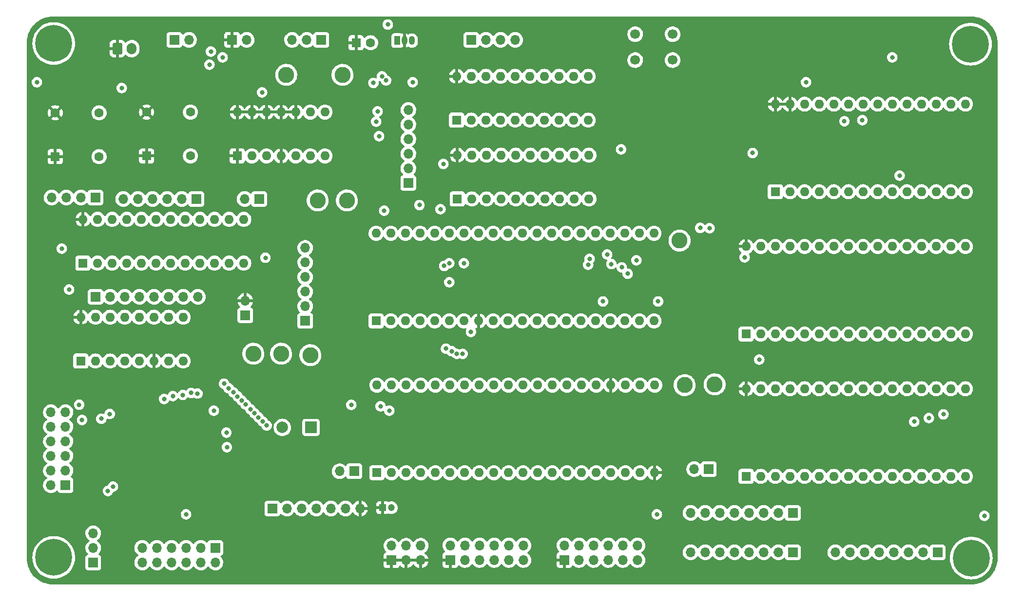
<source format=gbr>
%TF.GenerationSoftware,KiCad,Pcbnew,6.0.4+dfsg-1+b1*%
%TF.CreationDate,2022-05-07T15:32:52+10:00*%
%TF.ProjectId,65816-computer,36353831-362d-4636-9f6d-70757465722e,rev?*%
%TF.SameCoordinates,Original*%
%TF.FileFunction,Copper,L2,Inr*%
%TF.FilePolarity,Positive*%
%FSLAX46Y46*%
G04 Gerber Fmt 4.6, Leading zero omitted, Abs format (unit mm)*
G04 Created by KiCad (PCBNEW 6.0.4+dfsg-1+b1) date 2022-05-07 15:32:52*
%MOMM*%
%LPD*%
G01*
G04 APERTURE LIST*
G04 Aperture macros list*
%AMRoundRect*
0 Rectangle with rounded corners*
0 $1 Rounding radius*
0 $2 $3 $4 $5 $6 $7 $8 $9 X,Y pos of 4 corners*
0 Add a 4 corners polygon primitive as box body*
4,1,4,$2,$3,$4,$5,$6,$7,$8,$9,$2,$3,0*
0 Add four circle primitives for the rounded corners*
1,1,$1+$1,$2,$3*
1,1,$1+$1,$4,$5*
1,1,$1+$1,$6,$7*
1,1,$1+$1,$8,$9*
0 Add four rect primitives between the rounded corners*
20,1,$1+$1,$2,$3,$4,$5,0*
20,1,$1+$1,$4,$5,$6,$7,0*
20,1,$1+$1,$6,$7,$8,$9,0*
20,1,$1+$1,$8,$9,$2,$3,0*%
G04 Aperture macros list end*
%TA.AperFunction,ComponentPad*%
%ADD10R,1.600000X1.600000*%
%TD*%
%TA.AperFunction,ComponentPad*%
%ADD11C,1.600000*%
%TD*%
%TA.AperFunction,ComponentPad*%
%ADD12R,1.700000X1.700000*%
%TD*%
%TA.AperFunction,ComponentPad*%
%ADD13O,1.700000X1.700000*%
%TD*%
%TA.AperFunction,ComponentPad*%
%ADD14O,1.600000X1.600000*%
%TD*%
%TA.AperFunction,ComponentPad*%
%ADD15C,0.800000*%
%TD*%
%TA.AperFunction,ComponentPad*%
%ADD16C,6.400000*%
%TD*%
%TA.AperFunction,ComponentPad*%
%ADD17C,2.800000*%
%TD*%
%TA.AperFunction,ComponentPad*%
%ADD18R,2.000000X2.000000*%
%TD*%
%TA.AperFunction,ComponentPad*%
%ADD19C,2.000000*%
%TD*%
%TA.AperFunction,ComponentPad*%
%ADD20C,1.700000*%
%TD*%
%TA.AperFunction,ComponentPad*%
%ADD21RoundRect,0.250000X-0.600000X-0.750000X0.600000X-0.750000X0.600000X0.750000X-0.600000X0.750000X0*%
%TD*%
%TA.AperFunction,ComponentPad*%
%ADD22O,1.700000X2.000000*%
%TD*%
%TA.AperFunction,ComponentPad*%
%ADD23R,1.200000X1.200000*%
%TD*%
%TA.AperFunction,ComponentPad*%
%ADD24C,1.200000*%
%TD*%
%TA.AperFunction,ComponentPad*%
%ADD25R,1.050000X1.500000*%
%TD*%
%TA.AperFunction,ComponentPad*%
%ADD26O,1.050000X1.500000*%
%TD*%
%TA.AperFunction,ViaPad*%
%ADD27C,0.800000*%
%TD*%
G04 APERTURE END LIST*
D10*
%TO.N,+5V*%
%TO.C,X1*%
X89662000Y-64643000D03*
D11*
%TO.N,GND*%
X97282000Y-64643000D03*
%TO.N,/CPU& Bank Address Latching/CLK_UART*%
X97282000Y-57023000D03*
%TO.N,+5V*%
X89662000Y-57023000D03*
%TD*%
D12*
%TO.N,+5V*%
%TO.C,J19*%
X132207000Y-135001000D03*
D13*
%TO.N,GND*%
X132207000Y-132461000D03*
%TO.N,+5V*%
X134747000Y-135001000D03*
%TO.N,GND*%
X134747000Y-132461000D03*
%TO.N,+5V*%
X137287000Y-135001000D03*
%TO.N,GND*%
X137287000Y-132461000D03*
%TD*%
D10*
%TO.N,/CPU& Bank Address Latching/A11*%
%TO.C,U11*%
X78232000Y-100330000D03*
D14*
%TO.N,/CPU& Bank Address Latching/A10*%
X80772000Y-100330000D03*
%TO.N,/CPU& Bank Address Latching/A9*%
X83312000Y-100330000D03*
%TO.N,/CPU& Bank Address Latching/A12*%
X85852000Y-100330000D03*
%TO.N,/IO/~{IOCS}*%
X88392000Y-100330000D03*
%TO.N,+5V*%
X90932000Y-100330000D03*
%TO.N,/IO/~{IO7}*%
X93472000Y-100330000D03*
%TO.N,GND*%
X96012000Y-100330000D03*
%TO.N,/IO/~{IO6}*%
X96012000Y-92710000D03*
%TO.N,/IO/~{IO5}*%
X93472000Y-92710000D03*
%TO.N,/IO/~{IO4}*%
X90932000Y-92710000D03*
%TO.N,/IO/~{IO3}*%
X88392000Y-92710000D03*
%TO.N,/IO/~{IO2}*%
X85852000Y-92710000D03*
%TO.N,/IO/~{IO1}*%
X83312000Y-92710000D03*
%TO.N,/IO/~{IO0}*%
X80772000Y-92710000D03*
%TO.N,+5V*%
X78232000Y-92710000D03*
%TD*%
D10*
%TO.N,/Memory/ROMSW1*%
%TO.C,U9*%
X198882000Y-70876000D03*
D14*
%TO.N,/CPU& Bank Address Latching/A12*%
X201422000Y-70876000D03*
%TO.N,/CPU& Bank Address Latching/A7*%
X203962000Y-70876000D03*
%TO.N,/CPU& Bank Address Latching/A6*%
X206502000Y-70876000D03*
%TO.N,/CPU& Bank Address Latching/A5*%
X209042000Y-70876000D03*
%TO.N,/CPU& Bank Address Latching/A4*%
X211582000Y-70876000D03*
%TO.N,/CPU& Bank Address Latching/A3*%
X214122000Y-70876000D03*
%TO.N,/CPU& Bank Address Latching/A2*%
X216662000Y-70876000D03*
%TO.N,/CPU& Bank Address Latching/A1*%
X219202000Y-70876000D03*
%TO.N,/CPU& Bank Address Latching/A0*%
X221742000Y-70876000D03*
%TO.N,/CPU& Bank Address Latching/D0*%
X224282000Y-70876000D03*
%TO.N,/CPU& Bank Address Latching/D1*%
X226822000Y-70876000D03*
%TO.N,/CPU& Bank Address Latching/D2*%
X229362000Y-70876000D03*
%TO.N,GND*%
X231902000Y-70876000D03*
%TO.N,/CPU& Bank Address Latching/D3*%
X231902000Y-55636000D03*
%TO.N,/CPU& Bank Address Latching/D4*%
X229362000Y-55636000D03*
%TO.N,/CPU& Bank Address Latching/D5*%
X226822000Y-55636000D03*
%TO.N,/CPU& Bank Address Latching/D6*%
X224282000Y-55636000D03*
%TO.N,/CPU& Bank Address Latching/D7*%
X221742000Y-55636000D03*
%TO.N,/Memory/~{ROMCS}*%
X219202000Y-55636000D03*
%TO.N,/CPU& Bank Address Latching/A10*%
X216662000Y-55636000D03*
%TO.N,/Memory/~{RD}*%
X214122000Y-55636000D03*
%TO.N,/CPU& Bank Address Latching/A11*%
X211582000Y-55636000D03*
%TO.N,/CPU& Bank Address Latching/A9*%
X209042000Y-55636000D03*
%TO.N,/CPU& Bank Address Latching/A8*%
X206502000Y-55636000D03*
%TO.N,/Memory/ROMSW0*%
X203962000Y-55636000D03*
%TO.N,+5V*%
X201422000Y-55636000D03*
X198882000Y-55636000D03*
%TD*%
D15*
%TO.N,GND*%
%TO.C,H1*%
X75230056Y-43387944D03*
X73533000Y-42685000D03*
X75230056Y-46782056D03*
X73533000Y-47485000D03*
X71835944Y-46782056D03*
D16*
X73533000Y-45085000D03*
D15*
X71835944Y-43387944D03*
X75933000Y-45085000D03*
X71133000Y-45085000D03*
%TD*%
D17*
%TO.N,GND*%
%TO.C,TP7*%
X124460000Y-72390000D03*
%TD*%
D15*
%TO.N,GND*%
%TO.C,H4*%
X232918000Y-132220000D03*
X232918000Y-137020000D03*
X234615056Y-132922944D03*
X231220944Y-136317056D03*
X235318000Y-134620000D03*
D16*
X232918000Y-134620000D03*
D15*
X230518000Y-134620000D03*
X231220944Y-132922944D03*
X234615056Y-136317056D03*
%TD*%
D12*
%TO.N,/CPU& Bank Address Latching/D0*%
%TO.C,J9*%
X227076000Y-133604000D03*
D13*
%TO.N,/CPU& Bank Address Latching/D1*%
X224536000Y-133604000D03*
%TO.N,/CPU& Bank Address Latching/D2*%
X221996000Y-133604000D03*
%TO.N,/CPU& Bank Address Latching/D3*%
X219456000Y-133604000D03*
%TO.N,/CPU& Bank Address Latching/D4*%
X216916000Y-133604000D03*
%TO.N,/CPU& Bank Address Latching/D5*%
X214376000Y-133604000D03*
%TO.N,/CPU& Bank Address Latching/D6*%
X211836000Y-133604000D03*
%TO.N,/CPU& Bank Address Latching/D7*%
X209296000Y-133604000D03*
%TD*%
D15*
%TO.N,GND*%
%TO.C,H3*%
X73533000Y-132093000D03*
X73533000Y-136893000D03*
X71133000Y-134493000D03*
X71835944Y-132795944D03*
X71835944Y-136190056D03*
X75933000Y-134493000D03*
X75230056Y-136190056D03*
X75230056Y-132795944D03*
D16*
X73533000Y-134493000D03*
%TD*%
D10*
%TO.N,GND*%
%TO.C,U13*%
X129667000Y-119766000D03*
D14*
%TO.N,/IO/VIA_PA0*%
X132207000Y-119766000D03*
%TO.N,/IO/VIA_PA1*%
X134747000Y-119766000D03*
%TO.N,/IO/VIA_PA2*%
X137287000Y-119766000D03*
%TO.N,/IO/VIA_PA3*%
X139827000Y-119766000D03*
%TO.N,/IO/VIA_PA4*%
X142367000Y-119766000D03*
%TO.N,/IO/VIA_PA5*%
X144907000Y-119766000D03*
%TO.N,/IO/VIA_PA6*%
X147447000Y-119766000D03*
%TO.N,/IO/VIA_PA7*%
X149987000Y-119766000D03*
%TO.N,/IO/VIA_PB0*%
X152527000Y-119766000D03*
%TO.N,/IO/VIA_PB1*%
X155067000Y-119766000D03*
%TO.N,/IO/VIA_PB2*%
X157607000Y-119766000D03*
%TO.N,/IO/VIA_PB3*%
X160147000Y-119766000D03*
%TO.N,/IO/VIA_PB4*%
X162687000Y-119766000D03*
%TO.N,/IO/VIA_PB5*%
X165227000Y-119766000D03*
%TO.N,/IO/VIA_PB6*%
X167767000Y-119766000D03*
%TO.N,/IO/VIA_PB7*%
X170307000Y-119766000D03*
%TO.N,/IO/VIA_CB1*%
X172847000Y-119766000D03*
%TO.N,/IO/VIA_CB2*%
X175387000Y-119766000D03*
%TO.N,+5V*%
X177927000Y-119766000D03*
%TO.N,/CPU& Bank Address Latching/~{NMI}*%
X177927000Y-104526000D03*
%TO.N,/CPU& Bank Address Latching/~{RW}*%
X175387000Y-104526000D03*
%TO.N,/IO/~{IO0}*%
X172847000Y-104526000D03*
%TO.N,+5V*%
X170307000Y-104526000D03*
%TO.N,/CPU& Bank Address Latching/CLK*%
X167767000Y-104526000D03*
%TO.N,/CPU& Bank Address Latching/D7*%
X165227000Y-104526000D03*
%TO.N,/CPU& Bank Address Latching/D6*%
X162687000Y-104526000D03*
%TO.N,/CPU& Bank Address Latching/D5*%
X160147000Y-104526000D03*
%TO.N,/CPU& Bank Address Latching/D4*%
X157607000Y-104526000D03*
%TO.N,/CPU& Bank Address Latching/D3*%
X155067000Y-104526000D03*
%TO.N,/CPU& Bank Address Latching/D2*%
X152527000Y-104526000D03*
%TO.N,/CPU& Bank Address Latching/D1*%
X149987000Y-104526000D03*
%TO.N,/CPU& Bank Address Latching/D0*%
X147447000Y-104526000D03*
%TO.N,/CPU& Bank Address Latching/~{RES}*%
X144907000Y-104526000D03*
%TO.N,/CPU& Bank Address Latching/A3*%
X142367000Y-104526000D03*
%TO.N,/CPU& Bank Address Latching/A2*%
X139827000Y-104526000D03*
%TO.N,/CPU& Bank Address Latching/A1*%
X137287000Y-104526000D03*
%TO.N,/CPU& Bank Address Latching/A0*%
X134747000Y-104526000D03*
%TO.N,/IO/VIA_CA2*%
X132207000Y-104526000D03*
%TO.N,/IO/VIA_CA1*%
X129667000Y-104526000D03*
%TD*%
D17*
%TO.N,GND*%
%TO.C,TP8*%
X188341000Y-104394000D03*
%TD*%
D10*
%TO.N,+5V*%
%TO.C,X2*%
X73787000Y-64770000D03*
D11*
%TO.N,GND*%
X81407000Y-64770000D03*
%TO.N,Net-(JP2-Pad3)*%
X81407000Y-57150000D03*
%TO.N,+5V*%
X73787000Y-57150000D03*
%TD*%
D18*
%TO.N,/IO/SPEAKER*%
%TO.C,LS1*%
X118237000Y-111887000D03*
D19*
%TO.N,GND*%
X113237000Y-111887000D03*
%TD*%
D12*
%TO.N,/CPU& Bank Address Latching/~{VP}*%
%TO.C,J14*%
X117221000Y-93345000D03*
D13*
%TO.N,/CPU& Bank Address Latching/RDY*%
X117221000Y-90805000D03*
%TO.N,/CPU& Bank Address Latching/~{RES}*%
X117221000Y-88265000D03*
%TO.N,/CPU& Bank Address Latching/~{ABORT}*%
X117221000Y-85725000D03*
%TO.N,/CPU& Bank Address Latching/~{NMI}*%
X117221000Y-83185000D03*
%TO.N,/CPU& Bank Address Latching/BE*%
X117221000Y-80645000D03*
%TD*%
D12*
%TO.N,GND*%
%TO.C,J20*%
X187330000Y-119126000D03*
D13*
X184790000Y-119126000D03*
%TD*%
D12*
%TO.N,GND*%
%TO.C,JP3*%
X109220000Y-72136000D03*
D13*
%TO.N,/Memory/S0*%
X106680000Y-72136000D03*
%TD*%
D15*
%TO.N,GND*%
%TO.C,H2*%
X232791000Y-47612000D03*
X230391000Y-45212000D03*
X235191000Y-45212000D03*
X231093944Y-43514944D03*
X231093944Y-46909056D03*
X234488056Y-43514944D03*
X232791000Y-42812000D03*
D16*
X232791000Y-45212000D03*
D15*
X234488056Y-46909056D03*
%TD*%
D12*
%TO.N,+5V*%
%TO.C,J6*%
X142429609Y-134946609D03*
D13*
%TO.N,GND*%
X142429609Y-132406609D03*
%TO.N,/IO/VIA_CA1*%
X144969609Y-134946609D03*
%TO.N,/IO/VIA_CA2*%
X144969609Y-132406609D03*
%TO.N,/IO/VIA_PA0*%
X147509609Y-134946609D03*
%TO.N,/IO/VIA_PA1*%
X147509609Y-132406609D03*
%TO.N,/IO/VIA_PA2*%
X150049609Y-134946609D03*
%TO.N,/IO/VIA_PA3*%
X150049609Y-132406609D03*
%TO.N,/IO/VIA_PA4*%
X152589609Y-134946609D03*
%TO.N,/IO/VIA_PA5*%
X152589609Y-132406609D03*
%TO.N,/IO/VIA_PA6*%
X155129609Y-134946609D03*
%TO.N,/IO/VIA_PA7*%
X155129609Y-132406609D03*
%TD*%
D17*
%TO.N,/CPU& Bank Address Latching/CLK_UART*%
%TO.C,TP11*%
X123698000Y-50546000D03*
%TD*%
D12*
%TO.N,/CPU& Bank Address Latching/A8*%
%TO.C,J10*%
X201930000Y-126746000D03*
D13*
%TO.N,/CPU& Bank Address Latching/A9*%
X199390000Y-126746000D03*
%TO.N,/CPU& Bank Address Latching/A10*%
X196850000Y-126746000D03*
%TO.N,/CPU& Bank Address Latching/A11*%
X194310000Y-126746000D03*
%TO.N,/CPU& Bank Address Latching/A12*%
X191770000Y-126746000D03*
%TO.N,/CPU& Bank Address Latching/A13*%
X189230000Y-126746000D03*
%TO.N,/CPU& Bank Address Latching/A14*%
X186690000Y-126746000D03*
%TO.N,/CPU& Bank Address Latching/A15*%
X184150000Y-126746000D03*
%TD*%
D20*
%TO.N,GND*%
%TO.C,SW1*%
X174550000Y-43470000D03*
%TO.N,/CPU& Bank Address Latching/~{RES_BTN}*%
X181050000Y-43470000D03*
%TO.N,N/C*%
X174550000Y-47970000D03*
X181050000Y-47970000D03*
%TD*%
D21*
%TO.N,+5V*%
%TO.C,J3*%
X84582000Y-45974000D03*
D22*
%TO.N,GND*%
X87082000Y-45974000D03*
%TD*%
D10*
%TO.N,/CPU& Bank Address Latching/A18*%
%TO.C,U7*%
X193802000Y-95641000D03*
D14*
%TO.N,/CPU& Bank Address Latching/A16*%
X196342000Y-95641000D03*
%TO.N,/CPU& Bank Address Latching/A14*%
X198882000Y-95641000D03*
%TO.N,/CPU& Bank Address Latching/A12*%
X201422000Y-95641000D03*
%TO.N,/CPU& Bank Address Latching/A7*%
X203962000Y-95641000D03*
%TO.N,/CPU& Bank Address Latching/A6*%
X206502000Y-95641000D03*
%TO.N,/CPU& Bank Address Latching/A5*%
X209042000Y-95641000D03*
%TO.N,/CPU& Bank Address Latching/A4*%
X211582000Y-95641000D03*
%TO.N,/CPU& Bank Address Latching/A3*%
X214122000Y-95641000D03*
%TO.N,/CPU& Bank Address Latching/A2*%
X216662000Y-95641000D03*
%TO.N,/CPU& Bank Address Latching/A1*%
X219202000Y-95641000D03*
%TO.N,/CPU& Bank Address Latching/A0*%
X221742000Y-95641000D03*
%TO.N,/CPU& Bank Address Latching/D0*%
X224282000Y-95641000D03*
%TO.N,/CPU& Bank Address Latching/D1*%
X226822000Y-95641000D03*
%TO.N,/CPU& Bank Address Latching/D2*%
X229362000Y-95641000D03*
%TO.N,GND*%
X231902000Y-95641000D03*
%TO.N,/CPU& Bank Address Latching/D3*%
X231902000Y-80401000D03*
%TO.N,/CPU& Bank Address Latching/D4*%
X229362000Y-80401000D03*
%TO.N,/CPU& Bank Address Latching/D5*%
X226822000Y-80401000D03*
%TO.N,/CPU& Bank Address Latching/D6*%
X224282000Y-80401000D03*
%TO.N,/CPU& Bank Address Latching/D7*%
X221742000Y-80401000D03*
%TO.N,/Memory/~{RAM0CS}*%
X219202000Y-80401000D03*
%TO.N,/CPU& Bank Address Latching/A10*%
X216662000Y-80401000D03*
%TO.N,/Memory/~{RD}*%
X214122000Y-80401000D03*
%TO.N,/CPU& Bank Address Latching/A11*%
X211582000Y-80401000D03*
%TO.N,/CPU& Bank Address Latching/A9*%
X209042000Y-80401000D03*
%TO.N,/CPU& Bank Address Latching/A8*%
X206502000Y-80401000D03*
%TO.N,/CPU& Bank Address Latching/A13*%
X203962000Y-80401000D03*
%TO.N,/Memory/~{WR}*%
X201422000Y-80401000D03*
%TO.N,/CPU& Bank Address Latching/A17*%
X198882000Y-80401000D03*
%TO.N,/CPU& Bank Address Latching/A15*%
X196342000Y-80401000D03*
%TO.N,+5V*%
X193802000Y-80401000D03*
%TD*%
D12*
%TO.N,/Memory/S1*%
%TO.C,J17*%
X80772000Y-71882000D03*
D13*
%TO.N,/Memory/S2*%
X78232000Y-71882000D03*
%TO.N,/Memory/S3*%
X75692000Y-71882000D03*
%TO.N,/Memory/S4*%
X73152000Y-71882000D03*
%TD*%
D12*
%TO.N,/CPU& Bank Address Latching/MX*%
%TO.C,J13*%
X135128000Y-69342000D03*
D13*
%TO.N,/CPU& Bank Address Latching/~{ML}*%
X135128000Y-66802000D03*
%TO.N,/CPU& Bank Address Latching/EMU*%
X135128000Y-64262000D03*
%TO.N,/CPU& Bank Address Latching/VDA*%
X135128000Y-61722000D03*
%TO.N,/CPU& Bank Address Latching/VPA*%
X135128000Y-59182000D03*
%TO.N,/CPU& Bank Address Latching/~{RW}*%
X135128000Y-56642000D03*
%TD*%
D12*
%TO.N,/CPU& Bank Address Latching/~{IRQ}*%
%TO.C,JP4*%
X106807000Y-92379000D03*
D13*
%TO.N,+5V*%
X106807000Y-89839000D03*
%TD*%
D12*
%TO.N,/IO/~{UART_DTRB}*%
%TO.C,J5*%
X75570000Y-121920000D03*
D13*
%TO.N,/IO/~{UART_DSRB}*%
X73030000Y-121920000D03*
%TO.N,/IO/~{UART_OPB}*%
X75570000Y-119380000D03*
%TO.N,/IO/~{UART_CTSB}*%
X73030000Y-119380000D03*
%TO.N,/IO/~{UART_RIB}*%
X75570000Y-116840000D03*
%TO.N,/IO/~{UART_CDB}*%
X73030000Y-116840000D03*
%TO.N,/IO/~{UART_RXRDYB}*%
X75570000Y-114300000D03*
%TO.N,/IO/UART_RXB*%
X73030000Y-114300000D03*
%TO.N,/IO/~{UART_TXRDYB}*%
X75570000Y-111760000D03*
%TO.N,/IO/UART_TXB*%
X73030000Y-111760000D03*
%TO.N,/IO/~{UART_RTSB}*%
X75570000Y-109220000D03*
%TO.N,GND*%
X73030000Y-109220000D03*
%TD*%
D10*
%TO.N,+5V*%
%TO.C,U10*%
X105405000Y-64633000D03*
D14*
%TO.N,/CPU& Bank Address Latching/CLK*%
X107945000Y-64633000D03*
%TO.N,Net-(JP2-Pad2)*%
X110485000Y-64633000D03*
%TO.N,+5V*%
X113025000Y-64633000D03*
%TO.N,/CPU& Bank Address Latching/CLK*%
X115565000Y-64633000D03*
%TO.N,/CPU& Bank Address Latching/CLK_INV*%
X118105000Y-64633000D03*
%TO.N,GND*%
X120645000Y-64633000D03*
%TO.N,unconnected-(U10-Pad8)*%
X120645000Y-57013000D03*
%TO.N,unconnected-(U10-Pad9)*%
X118105000Y-57013000D03*
%TO.N,+5V*%
X115565000Y-57013000D03*
X113025000Y-57013000D03*
X110485000Y-57013000D03*
X107945000Y-57013000D03*
X105405000Y-57013000D03*
%TD*%
D10*
%TO.N,/CPU& Bank Address Latching/CLK*%
%TO.C,U6*%
X78608000Y-83302000D03*
D14*
%TO.N,/CPU& Bank Address Latching/~{RW}*%
X81148000Y-83302000D03*
%TO.N,/CPU& Bank Address Latching/VPA*%
X83688000Y-83302000D03*
%TO.N,/CPU& Bank Address Latching/VDA*%
X86228000Y-83302000D03*
%TO.N,/CPU& Bank Address Latching/A19*%
X88768000Y-83302000D03*
%TO.N,/CPU& Bank Address Latching/A18*%
X91308000Y-83302000D03*
%TO.N,/CPU& Bank Address Latching/A17*%
X93848000Y-83302000D03*
%TO.N,/CPU& Bank Address Latching/A16*%
X96388000Y-83302000D03*
%TO.N,/CPU& Bank Address Latching/A15*%
X98928000Y-83302000D03*
%TO.N,/CPU& Bank Address Latching/A14*%
X101468000Y-83302000D03*
%TO.N,/CPU& Bank Address Latching/A13*%
X104008000Y-83302000D03*
%TO.N,GND*%
X106548000Y-83302000D03*
%TO.N,/Memory/S0*%
X106548000Y-75682000D03*
%TO.N,/Memory/~{RAM0CS}*%
X104008000Y-75682000D03*
%TO.N,/Memory/~{RAM1CS}*%
X101468000Y-75682000D03*
%TO.N,/Memory/~{ROMCS}*%
X98928000Y-75682000D03*
%TO.N,/IO/~{IOCS}*%
X96388000Y-75682000D03*
%TO.N,/Memory/~{RD}*%
X93848000Y-75682000D03*
%TO.N,/Memory/~{WR}*%
X91308000Y-75682000D03*
%TO.N,/Memory/S1*%
X88768000Y-75682000D03*
%TO.N,/Memory/S2*%
X86228000Y-75682000D03*
%TO.N,/Memory/S3*%
X83688000Y-75682000D03*
%TO.N,/Memory/S4*%
X81148000Y-75682000D03*
%TO.N,+5V*%
X78608000Y-75682000D03*
%TD*%
D23*
%TO.N,+5V*%
%TO.C,C16*%
X130683000Y-125857000D03*
D24*
%TO.N,GND*%
X132183000Y-125857000D03*
%TD*%
D12*
%TO.N,/Memory/~{RAM0CS}*%
%TO.C,J16*%
X98298000Y-72136000D03*
D13*
%TO.N,/Memory/~{RAM1CS}*%
X95758000Y-72136000D03*
%TO.N,/Memory/~{ROMCS}*%
X93218000Y-72136000D03*
%TO.N,/IO/~{IOCS}*%
X90678000Y-72136000D03*
%TO.N,/Memory/~{RD}*%
X88138000Y-72136000D03*
%TO.N,/Memory/~{WR}*%
X85598000Y-72136000D03*
%TD*%
D17*
%TO.N,GND*%
%TO.C,TP9*%
X118110000Y-99314000D03*
%TD*%
D12*
%TO.N,/CPU& Bank Address Latching/~{RES_BTN}*%
%TO.C,J2*%
X94483000Y-44450000D03*
D13*
%TO.N,GND*%
X97023000Y-44450000D03*
%TD*%
D10*
%TO.N,/CPU& Bank Address Latching/~{VP}*%
%TO.C,U4*%
X129540000Y-93345000D03*
D14*
%TO.N,/CPU& Bank Address Latching/RDY*%
X132080000Y-93345000D03*
%TO.N,/CPU& Bank Address Latching/~{ABORT}*%
X134620000Y-93345000D03*
%TO.N,/CPU& Bank Address Latching/~{IRQ}*%
X137160000Y-93345000D03*
%TO.N,/CPU& Bank Address Latching/~{ML}*%
X139700000Y-93345000D03*
%TO.N,/CPU& Bank Address Latching/~{NMI}*%
X142240000Y-93345000D03*
%TO.N,/CPU& Bank Address Latching/VPA*%
X144780000Y-93345000D03*
%TO.N,+5V*%
X147320000Y-93345000D03*
%TO.N,/CPU& Bank Address Latching/A0*%
X149860000Y-93345000D03*
%TO.N,/CPU& Bank Address Latching/A1*%
X152400000Y-93345000D03*
%TO.N,/CPU& Bank Address Latching/A2*%
X154940000Y-93345000D03*
%TO.N,/CPU& Bank Address Latching/A3*%
X157480000Y-93345000D03*
%TO.N,/CPU& Bank Address Latching/A4*%
X160020000Y-93345000D03*
%TO.N,/CPU& Bank Address Latching/A5*%
X162560000Y-93345000D03*
%TO.N,/CPU& Bank Address Latching/A6*%
X165100000Y-93345000D03*
%TO.N,/CPU& Bank Address Latching/A7*%
X167640000Y-93345000D03*
%TO.N,/CPU& Bank Address Latching/A8*%
X170180000Y-93345000D03*
%TO.N,/CPU& Bank Address Latching/A9*%
X172720000Y-93345000D03*
%TO.N,/CPU& Bank Address Latching/A10*%
X175260000Y-93345000D03*
%TO.N,/CPU& Bank Address Latching/A11*%
X177800000Y-93345000D03*
%TO.N,GND*%
X177800000Y-78105000D03*
%TO.N,/CPU& Bank Address Latching/A12*%
X175260000Y-78105000D03*
%TO.N,/CPU& Bank Address Latching/A13*%
X172720000Y-78105000D03*
%TO.N,/CPU& Bank Address Latching/A14*%
X170180000Y-78105000D03*
%TO.N,/CPU& Bank Address Latching/A15*%
X167640000Y-78105000D03*
%TO.N,/CPU& Bank Address Latching/DB7*%
X165100000Y-78105000D03*
%TO.N,/CPU& Bank Address Latching/DB6*%
X162560000Y-78105000D03*
%TO.N,/CPU& Bank Address Latching/DB5*%
X160020000Y-78105000D03*
%TO.N,/CPU& Bank Address Latching/DB4*%
X157480000Y-78105000D03*
%TO.N,/CPU& Bank Address Latching/DB3*%
X154940000Y-78105000D03*
%TO.N,/CPU& Bank Address Latching/DB2*%
X152400000Y-78105000D03*
%TO.N,/CPU& Bank Address Latching/DB1*%
X149860000Y-78105000D03*
%TO.N,/CPU& Bank Address Latching/DB0*%
X147320000Y-78105000D03*
%TO.N,/CPU& Bank Address Latching/~{RW}*%
X144780000Y-78105000D03*
%TO.N,/CPU& Bank Address Latching/EMU*%
X142240000Y-78105000D03*
%TO.N,/CPU& Bank Address Latching/BE*%
X139700000Y-78105000D03*
%TO.N,/CPU& Bank Address Latching/CLK*%
X137160000Y-78105000D03*
%TO.N,/CPU& Bank Address Latching/MX*%
X134620000Y-78105000D03*
%TO.N,/CPU& Bank Address Latching/VDA*%
X132080000Y-78105000D03*
%TO.N,/CPU& Bank Address Latching/~{RES}*%
X129540000Y-78105000D03*
%TD*%
D12*
%TO.N,/IO/~{UART_DTRA}*%
%TO.C,J4*%
X101600000Y-132842000D03*
D13*
%TO.N,/IO/~{UART_DSRA}*%
X101600000Y-135382000D03*
%TO.N,/IO/~{UART_OPA}*%
X99060000Y-132842000D03*
%TO.N,/IO/~{UART_CTSA}*%
X99060000Y-135382000D03*
%TO.N,/IO/~{UART_RIA}*%
X96520000Y-132842000D03*
%TO.N,/IO/~{UART_CDA}*%
X96520000Y-135382000D03*
%TO.N,/IO/~{UART_RXRDYA}*%
X93980000Y-132842000D03*
%TO.N,/IO/UART_RXA*%
X93980000Y-135382000D03*
%TO.N,/IO/~{UART_TXRDYA}*%
X91440000Y-132842000D03*
%TO.N,/IO/UART_TXA*%
X91440000Y-135382000D03*
%TO.N,/IO/~{UART_RTSA}*%
X88900000Y-132842000D03*
%TO.N,GND*%
X88900000Y-135382000D03*
%TD*%
D10*
%TO.N,GND*%
%TO.C,U3*%
X143510000Y-58420000D03*
D14*
%TO.N,/CPU& Bank Address Latching/DB0*%
X146050000Y-58420000D03*
%TO.N,/CPU& Bank Address Latching/DB1*%
X148590000Y-58420000D03*
%TO.N,/CPU& Bank Address Latching/DB2*%
X151130000Y-58420000D03*
%TO.N,/CPU& Bank Address Latching/DB3*%
X153670000Y-58420000D03*
%TO.N,/CPU& Bank Address Latching/DB4*%
X156210000Y-58420000D03*
%TO.N,/CPU& Bank Address Latching/DB5*%
X158750000Y-58420000D03*
%TO.N,/CPU& Bank Address Latching/DB6*%
X161290000Y-58420000D03*
%TO.N,/CPU& Bank Address Latching/DB7*%
X163830000Y-58420000D03*
%TO.N,GND*%
X166370000Y-58420000D03*
%TO.N,/CPU& Bank Address Latching/CLK_INV*%
X166370000Y-50800000D03*
%TO.N,unconnected-(U3-Pad12)*%
X163830000Y-50800000D03*
%TO.N,unconnected-(U3-Pad13)*%
X161290000Y-50800000D03*
%TO.N,unconnected-(U3-Pad14)*%
X158750000Y-50800000D03*
%TO.N,unconnected-(U3-Pad15)*%
X156210000Y-50800000D03*
%TO.N,/CPU& Bank Address Latching/A19*%
X153670000Y-50800000D03*
%TO.N,/CPU& Bank Address Latching/A18*%
X151130000Y-50800000D03*
%TO.N,/CPU& Bank Address Latching/A17*%
X148590000Y-50800000D03*
%TO.N,/CPU& Bank Address Latching/A16*%
X146050000Y-50800000D03*
%TO.N,+5V*%
X143510000Y-50800000D03*
%TD*%
D17*
%TO.N,/CPU& Bank Address Latching/~{RES}*%
%TO.C,TP4*%
X113030000Y-99060000D03*
%TD*%
D12*
%TO.N,/IO/VIA_PB7*%
%TO.C,JP1*%
X125730000Y-119507000D03*
D13*
%TO.N,/IO/SPEAKER*%
X123190000Y-119507000D03*
%TD*%
D17*
%TO.N,/CPU& Bank Address Latching/~{NMI}*%
%TO.C,TP6*%
X183134000Y-104521000D03*
%TD*%
D12*
%TO.N,GND*%
%TO.C,J18*%
X111500600Y-125984400D03*
D13*
%TO.N,unconnected-(J18-Pad2)*%
X114040600Y-125984400D03*
%TO.N,/IO/VIA_PA0*%
X116580600Y-125984400D03*
%TO.N,/IO/VIA_PA1*%
X119120600Y-125984400D03*
%TO.N,/IO/VIA_PA2*%
X121660600Y-125984400D03*
%TO.N,/IO/VIA_PA3*%
X124200600Y-125984400D03*
%TO.N,+5V*%
X126740600Y-125984400D03*
%TD*%
D12*
%TO.N,+5V*%
%TO.C,J1*%
X104516000Y-44450000D03*
D13*
%TO.N,Net-(J1-Pad2)*%
X107056000Y-44450000D03*
%TD*%
D17*
%TO.N,/CPU& Bank Address Latching/~{IRQ}*%
%TO.C,TP5*%
X108204000Y-99060000D03*
%TD*%
%TO.N,/CPU& Bank Address Latching/CLK*%
%TO.C,TP1*%
X119380000Y-72390000D03*
%TD*%
D12*
%TO.N,/IO/~{IO0}*%
%TO.C,J12*%
X80787000Y-89154000D03*
D13*
%TO.N,/IO/~{IO1}*%
X83327000Y-89154000D03*
%TO.N,/IO/~{IO2}*%
X85867000Y-89154000D03*
%TO.N,/IO/~{IO3}*%
X88407000Y-89154000D03*
%TO.N,/IO/~{IO4}*%
X90947000Y-89154000D03*
%TO.N,/IO/~{IO5}*%
X93487000Y-89154000D03*
%TO.N,/IO/~{IO6}*%
X96027000Y-89154000D03*
%TO.N,/IO/~{IO7}*%
X98567000Y-89154000D03*
%TD*%
D10*
%TO.N,+5V*%
%TO.C,C15*%
X126071621Y-44958000D03*
D11*
%TO.N,GND*%
X128571621Y-44958000D03*
%TD*%
D10*
%TO.N,/CPU& Bank Address Latching/~{RW}*%
%TO.C,U2*%
X143637000Y-72131000D03*
D14*
%TO.N,/CPU& Bank Address Latching/D0*%
X146177000Y-72131000D03*
%TO.N,/CPU& Bank Address Latching/D1*%
X148717000Y-72131000D03*
%TO.N,/CPU& Bank Address Latching/D2*%
X151257000Y-72131000D03*
%TO.N,/CPU& Bank Address Latching/D3*%
X153797000Y-72131000D03*
%TO.N,/CPU& Bank Address Latching/D4*%
X156337000Y-72131000D03*
%TO.N,/CPU& Bank Address Latching/D5*%
X158877000Y-72131000D03*
%TO.N,/CPU& Bank Address Latching/D6*%
X161417000Y-72131000D03*
%TO.N,/CPU& Bank Address Latching/D7*%
X163957000Y-72131000D03*
%TO.N,GND*%
X166497000Y-72131000D03*
%TO.N,/CPU& Bank Address Latching/DB7*%
X166497000Y-64511000D03*
%TO.N,/CPU& Bank Address Latching/DB6*%
X163957000Y-64511000D03*
%TO.N,/CPU& Bank Address Latching/DB5*%
X161417000Y-64511000D03*
%TO.N,/CPU& Bank Address Latching/DB4*%
X158877000Y-64511000D03*
%TO.N,/CPU& Bank Address Latching/DB3*%
X156337000Y-64511000D03*
%TO.N,/CPU& Bank Address Latching/DB2*%
X153797000Y-64511000D03*
%TO.N,/CPU& Bank Address Latching/DB1*%
X151257000Y-64511000D03*
%TO.N,/CPU& Bank Address Latching/DB0*%
X148717000Y-64511000D03*
%TO.N,/CPU& Bank Address Latching/CLK_INV*%
X146177000Y-64511000D03*
%TO.N,+5V*%
X143637000Y-64511000D03*
%TD*%
D17*
%TO.N,Net-(JP2-Pad3)*%
%TO.C,TP2*%
X113919000Y-50546000D03*
%TD*%
D12*
%TO.N,/IO/UART_INTA*%
%TO.C,J15*%
X80391000Y-135387000D03*
D13*
%TO.N,/IO/UART_INTB*%
X80391000Y-132847000D03*
%TO.N,/CPU& Bank Address Latching/RES*%
X80391000Y-130307000D03*
%TD*%
D12*
%TO.N,+5V*%
%TO.C,J7*%
X162241609Y-134946609D03*
D13*
%TO.N,GND*%
X162241609Y-132406609D03*
%TO.N,/IO/VIA_CB1*%
X164781609Y-134946609D03*
%TO.N,/IO/VIA_CB2*%
X164781609Y-132406609D03*
%TO.N,/IO/VIA_PB0*%
X167321609Y-134946609D03*
%TO.N,/IO/VIA_PB1*%
X167321609Y-132406609D03*
%TO.N,/IO/VIA_PB2*%
X169861609Y-134946609D03*
%TO.N,/IO/VIA_PB3*%
X169861609Y-132406609D03*
%TO.N,/IO/VIA_PB4*%
X172401609Y-134946609D03*
%TO.N,/IO/VIA_PB5*%
X172401609Y-132406609D03*
%TO.N,/IO/VIA_PB6*%
X174941609Y-134946609D03*
%TO.N,/IO/VIA_PB7*%
X174941609Y-132406609D03*
%TD*%
D17*
%TO.N,GND*%
%TO.C,TP10*%
X182245000Y-79375000D03*
%TD*%
D12*
%TO.N,/CPU& Bank Address Latching/CLK_UART*%
%TO.C,JP2*%
X120015000Y-44450000D03*
D13*
%TO.N,Net-(JP2-Pad2)*%
X117475000Y-44450000D03*
%TO.N,Net-(JP2-Pad3)*%
X114935000Y-44450000D03*
%TD*%
D12*
%TO.N,/CPU& Bank Address Latching/A16*%
%TO.C,J11*%
X146060000Y-44450000D03*
D13*
%TO.N,/CPU& Bank Address Latching/A17*%
X148600000Y-44450000D03*
%TO.N,/CPU& Bank Address Latching/A18*%
X151140000Y-44450000D03*
%TO.N,/CPU& Bank Address Latching/A19*%
X153680000Y-44450000D03*
%TD*%
D12*
%TO.N,/CPU& Bank Address Latching/A0*%
%TO.C,J8*%
X201930000Y-133604000D03*
D13*
%TO.N,/CPU& Bank Address Latching/A1*%
X199390000Y-133604000D03*
%TO.N,/CPU& Bank Address Latching/A2*%
X196850000Y-133604000D03*
%TO.N,/CPU& Bank Address Latching/A3*%
X194310000Y-133604000D03*
%TO.N,/CPU& Bank Address Latching/A4*%
X191770000Y-133604000D03*
%TO.N,/CPU& Bank Address Latching/A5*%
X189230000Y-133604000D03*
%TO.N,/CPU& Bank Address Latching/A6*%
X186690000Y-133604000D03*
%TO.N,/CPU& Bank Address Latching/A7*%
X184150000Y-133604000D03*
%TD*%
D10*
%TO.N,/CPU& Bank Address Latching/A18*%
%TO.C,U8*%
X193802000Y-120401000D03*
D14*
%TO.N,/CPU& Bank Address Latching/A16*%
X196342000Y-120401000D03*
%TO.N,/CPU& Bank Address Latching/A14*%
X198882000Y-120401000D03*
%TO.N,/CPU& Bank Address Latching/A12*%
X201422000Y-120401000D03*
%TO.N,/CPU& Bank Address Latching/A7*%
X203962000Y-120401000D03*
%TO.N,/CPU& Bank Address Latching/A6*%
X206502000Y-120401000D03*
%TO.N,/CPU& Bank Address Latching/A5*%
X209042000Y-120401000D03*
%TO.N,/CPU& Bank Address Latching/A4*%
X211582000Y-120401000D03*
%TO.N,/CPU& Bank Address Latching/A3*%
X214122000Y-120401000D03*
%TO.N,/CPU& Bank Address Latching/A2*%
X216662000Y-120401000D03*
%TO.N,/CPU& Bank Address Latching/A1*%
X219202000Y-120401000D03*
%TO.N,/CPU& Bank Address Latching/A0*%
X221742000Y-120401000D03*
%TO.N,/CPU& Bank Address Latching/D0*%
X224282000Y-120401000D03*
%TO.N,/CPU& Bank Address Latching/D1*%
X226822000Y-120401000D03*
%TO.N,/CPU& Bank Address Latching/D2*%
X229362000Y-120401000D03*
%TO.N,GND*%
X231902000Y-120401000D03*
%TO.N,/CPU& Bank Address Latching/D3*%
X231902000Y-105161000D03*
%TO.N,/CPU& Bank Address Latching/D4*%
X229362000Y-105161000D03*
%TO.N,/CPU& Bank Address Latching/D5*%
X226822000Y-105161000D03*
%TO.N,/CPU& Bank Address Latching/D6*%
X224282000Y-105161000D03*
%TO.N,/CPU& Bank Address Latching/D7*%
X221742000Y-105161000D03*
%TO.N,/Memory/~{RAM1CS}*%
X219202000Y-105161000D03*
%TO.N,/CPU& Bank Address Latching/A10*%
X216662000Y-105161000D03*
%TO.N,/Memory/~{RD}*%
X214122000Y-105161000D03*
%TO.N,/CPU& Bank Address Latching/A11*%
X211582000Y-105161000D03*
%TO.N,/CPU& Bank Address Latching/A9*%
X209042000Y-105161000D03*
%TO.N,/CPU& Bank Address Latching/A8*%
X206502000Y-105161000D03*
%TO.N,/CPU& Bank Address Latching/A13*%
X203962000Y-105161000D03*
%TO.N,/Memory/~{WR}*%
X201422000Y-105161000D03*
%TO.N,/CPU& Bank Address Latching/A17*%
X198882000Y-105161000D03*
%TO.N,/CPU& Bank Address Latching/A15*%
X196342000Y-105161000D03*
%TO.N,+5V*%
X193802000Y-105161000D03*
%TD*%
D25*
%TO.N,/CPU& Bank Address Latching/~{RES_BTN}*%
%TO.C,U14*%
X133223000Y-44577000D03*
D26*
%TO.N,+5V*%
X134493000Y-44577000D03*
%TO.N,GND*%
X135763000Y-44577000D03*
%TD*%
D27*
%TO.N,+5V*%
X185420000Y-98044000D03*
X125730000Y-85725000D03*
X172085000Y-61595000D03*
X125730000Y-90805000D03*
X90424000Y-51308000D03*
X95250000Y-127000000D03*
X229108000Y-41656000D03*
X125730000Y-80645000D03*
X228092000Y-124968000D03*
%TO.N,GND*%
X96520000Y-127000000D03*
X70612000Y-51816000D03*
X135890000Y-51816000D03*
X146012500Y-95250000D03*
X100584000Y-48768000D03*
X74930000Y-80772000D03*
X172085000Y-63500000D03*
X109728000Y-53594000D03*
X196088000Y-100076000D03*
X85344000Y-52832000D03*
X194945000Y-64135000D03*
X178308000Y-127000000D03*
X204216000Y-51816000D03*
X76200000Y-87884000D03*
X94234000Y-106426000D03*
X193548000Y-82296000D03*
X102870000Y-47498000D03*
X141224000Y-66040000D03*
%TO.N,/CPU& Bank Address Latching/RES*%
X83820000Y-122174000D03*
X100838000Y-46482000D03*
X219202000Y-47498000D03*
%TO.N,/CPU& Bank Address Latching/CLK*%
X141356275Y-83778940D03*
X137058400Y-73189500D03*
%TO.N,/CPU& Bank Address Latching/~{RES}*%
X110306312Y-82366312D03*
X130302000Y-108204000D03*
%TO.N,/CPU& Bank Address Latching/~{RW}*%
X144780000Y-83312000D03*
X166370000Y-83566000D03*
%TO.N,/CPU& Bank Address Latching/D0*%
X223012000Y-110876000D03*
X110523020Y-111539020D03*
%TO.N,/CPU& Bank Address Latching/D1*%
X109816265Y-110832265D03*
X225552000Y-110241000D03*
%TO.N,/CPU& Bank Address Latching/D2*%
X228092000Y-109606000D03*
X109109510Y-110125510D03*
%TO.N,/CPU& Bank Address Latching/D3*%
X108402755Y-109418755D03*
%TO.N,/CPU& Bank Address Latching/D4*%
X107696000Y-108712000D03*
%TO.N,/CPU& Bank Address Latching/D5*%
X106878755Y-107894755D03*
%TO.N,/CPU& Bank Address Latching/D6*%
X106172000Y-107188000D03*
%TO.N,/CPU& Bank Address Latching/D7*%
X105465245Y-106481245D03*
%TO.N,/CPU& Bank Address Latching/~{NMI}*%
X166624000Y-82550000D03*
X142240000Y-86614000D03*
X142240000Y-83312000D03*
%TO.N,/CPU& Bank Address Latching/A0*%
X141679263Y-98178380D03*
X103124000Y-104261986D03*
%TO.N,/CPU& Bank Address Latching/A1*%
X103886000Y-105049990D03*
X142644545Y-98619854D03*
%TO.N,/CPU& Bank Address Latching/A2*%
X104758490Y-105774490D03*
X143533161Y-99077420D03*
%TO.N,/CPU& Bank Address Latching/A3*%
X144563500Y-99077420D03*
%TO.N,/CPU& Bank Address Latching/A8*%
X169672000Y-81788000D03*
%TO.N,/CPU& Bank Address Latching/A9*%
X170396500Y-83467271D03*
%TO.N,/CPU& Bank Address Latching/A10*%
X173228000Y-85127500D03*
%TO.N,/CPU& Bank Address Latching/A11*%
X172212000Y-84036500D03*
%TO.N,/CPU& Bank Address Latching/A12*%
X178524500Y-89957060D03*
%TO.N,/CPU& Bank Address Latching/A13*%
X174752000Y-82804000D03*
%TO.N,/CPU& Bank Address Latching/A14*%
X168947500Y-89957060D03*
%TO.N,/Memory/~{RAM0CS}*%
X130048000Y-61214000D03*
X131262755Y-51506755D03*
X220472000Y-68072000D03*
%TO.N,/Memory/~{RAM1CS}*%
X129794000Y-56896000D03*
X235208299Y-127258299D03*
X130556000Y-50800000D03*
%TO.N,/Memory/~{ROMCS}*%
X210878842Y-58605842D03*
X129540000Y-58674000D03*
X129069500Y-51943000D03*
X213995000Y-58420000D03*
%TO.N,/Memory/~{RD}*%
X92715017Y-106928983D03*
%TO.N,/Memory/~{WR}*%
X95954500Y-106231713D03*
%TO.N,/IO/~{IO2}*%
X97401706Y-105880500D03*
%TO.N,/IO/~{IO1}*%
X98483125Y-105986875D03*
%TO.N,/IO/~{IO0}*%
X131826000Y-108966000D03*
X125222000Y-107950000D03*
%TO.N,/IO/UART_TXA*%
X103532460Y-112776000D03*
%TO.N,/IO/~{UART_DTRB}*%
X82943700Y-122936000D03*
%TO.N,/IO/~{UART_OPB}*%
X78448500Y-110579500D03*
%TO.N,/IO/~{UART_RIB}*%
X81794094Y-110369094D03*
%TO.N,/IO/UART_RXB*%
X77954950Y-107935550D03*
%TO.N,/IO/~{UART_RTSB}*%
X83254953Y-109543953D03*
%TO.N,/CPU& Bank Address Latching/~{RES_BTN}*%
X131567342Y-41778342D03*
%TO.N,/CPU& Bank Address Latching/CLK_UART*%
X101346000Y-108966000D03*
%TO.N,/Memory/ROMSW0*%
X185821801Y-77160180D03*
X187452000Y-77216000D03*
%TO.N,/IO/UART_RXA*%
X103611020Y-115316000D03*
%TO.N,/CPU& Bank Address Latching/VPA*%
X140716000Y-73914000D03*
%TO.N,/CPU& Bank Address Latching/VDA*%
X130937000Y-74167989D03*
%TD*%
%TA.AperFunction,Conductor*%
%TO.N,+5V*%
G36*
X232888018Y-40388000D02*
G01*
X232902851Y-40390310D01*
X232902855Y-40390310D01*
X232911724Y-40391691D01*
X232932183Y-40389016D01*
X232954008Y-40388072D01*
X233310937Y-40403656D01*
X233321886Y-40404614D01*
X233706379Y-40455233D01*
X233717205Y-40457142D01*
X234095822Y-40541080D01*
X234106439Y-40543925D01*
X234276702Y-40597608D01*
X234476302Y-40660542D01*
X234486615Y-40664295D01*
X234844932Y-40812715D01*
X234854876Y-40817353D01*
X235176038Y-40984539D01*
X235198867Y-40996423D01*
X235208387Y-41001919D01*
X235535468Y-41210292D01*
X235544472Y-41216597D01*
X235852138Y-41452678D01*
X235860558Y-41459743D01*
X235925518Y-41519268D01*
X236116169Y-41693966D01*
X236146483Y-41721744D01*
X236154252Y-41729513D01*
X236238053Y-41820966D01*
X236416257Y-42015442D01*
X236423322Y-42023862D01*
X236659403Y-42331528D01*
X236665708Y-42340532D01*
X236874081Y-42667613D01*
X236879576Y-42677132D01*
X236995410Y-42899645D01*
X237058643Y-43021115D01*
X237063285Y-43031068D01*
X237211164Y-43388079D01*
X237211702Y-43389377D01*
X237215458Y-43399698D01*
X237263911Y-43553371D01*
X237332075Y-43769561D01*
X237334920Y-43780178D01*
X237418858Y-44158795D01*
X237420767Y-44169621D01*
X237459273Y-44462102D01*
X237471386Y-44554114D01*
X237472344Y-44565063D01*
X237485810Y-44873477D01*
X237487603Y-44914552D01*
X237486223Y-44939429D01*
X237484309Y-44951724D01*
X237485473Y-44960626D01*
X237485473Y-44960628D01*
X237488436Y-44983283D01*
X237489500Y-44999621D01*
X237489500Y-134570633D01*
X237488000Y-134590018D01*
X237485690Y-134604851D01*
X237485690Y-134604855D01*
X237484309Y-134613724D01*
X237486984Y-134634183D01*
X237487928Y-134656008D01*
X237474753Y-134957757D01*
X237472344Y-135012936D01*
X237471386Y-135023886D01*
X237420767Y-135408379D01*
X237418858Y-135419205D01*
X237334920Y-135797822D01*
X237332075Y-135808439D01*
X237290232Y-135941150D01*
X237233910Y-136119782D01*
X237215461Y-136178294D01*
X237211705Y-136188615D01*
X237082211Y-136501242D01*
X237063289Y-136546923D01*
X237058647Y-136556876D01*
X236960648Y-136745131D01*
X236879577Y-136900867D01*
X236874081Y-136910387D01*
X236665708Y-137237468D01*
X236659403Y-137246472D01*
X236423322Y-137554138D01*
X236416257Y-137562558D01*
X236165638Y-137836062D01*
X236154256Y-137848483D01*
X236146487Y-137856252D01*
X236090699Y-137907372D01*
X235860558Y-138118257D01*
X235852138Y-138125322D01*
X235544472Y-138361403D01*
X235535468Y-138367708D01*
X235208387Y-138576081D01*
X235198868Y-138581576D01*
X234854876Y-138760647D01*
X234844932Y-138765285D01*
X234486615Y-138913705D01*
X234476302Y-138917458D01*
X234276702Y-138980392D01*
X234106439Y-139034075D01*
X234095822Y-139036920D01*
X233717205Y-139120858D01*
X233706379Y-139122767D01*
X233321886Y-139173386D01*
X233310937Y-139174344D01*
X232961446Y-139189603D01*
X232936571Y-139188223D01*
X232924276Y-139186309D01*
X232915374Y-139187473D01*
X232915372Y-139187473D01*
X232900323Y-139189441D01*
X232892714Y-139190436D01*
X232876379Y-139191500D01*
X73455367Y-139191500D01*
X73435982Y-139190000D01*
X73421149Y-139187690D01*
X73421145Y-139187690D01*
X73412276Y-139186309D01*
X73391817Y-139188984D01*
X73369992Y-139189928D01*
X73013063Y-139174344D01*
X73002114Y-139173386D01*
X72617621Y-139122767D01*
X72606795Y-139120858D01*
X72228178Y-139036920D01*
X72217561Y-139034075D01*
X72047298Y-138980392D01*
X71847698Y-138917458D01*
X71837385Y-138913705D01*
X71479068Y-138765285D01*
X71469124Y-138760647D01*
X71125132Y-138581576D01*
X71115613Y-138576081D01*
X70788532Y-138367708D01*
X70779528Y-138361403D01*
X70471862Y-138125322D01*
X70463442Y-138118257D01*
X70233301Y-137907372D01*
X70177513Y-137856252D01*
X70169744Y-137848483D01*
X70158363Y-137836062D01*
X69907743Y-137562558D01*
X69900678Y-137554138D01*
X69664597Y-137246472D01*
X69658292Y-137237468D01*
X69449919Y-136910387D01*
X69444423Y-136900867D01*
X69363352Y-136745131D01*
X69265353Y-136556876D01*
X69260711Y-136546923D01*
X69241790Y-136501242D01*
X69112295Y-136188615D01*
X69108539Y-136178294D01*
X69090091Y-136119782D01*
X69033768Y-135941150D01*
X68991925Y-135808439D01*
X68989080Y-135797822D01*
X68905142Y-135419205D01*
X68903233Y-135408379D01*
X68852614Y-135023886D01*
X68851656Y-135012936D01*
X68848614Y-134943255D01*
X68836561Y-134667206D01*
X68838188Y-134640805D01*
X68838769Y-134637352D01*
X68838770Y-134637345D01*
X68839576Y-134632552D01*
X68839729Y-134620000D01*
X68835773Y-134592376D01*
X68834500Y-134574514D01*
X68834500Y-134493000D01*
X69819411Y-134493000D01*
X69839754Y-134881176D01*
X69840267Y-134884416D01*
X69840268Y-134884424D01*
X69861190Y-135016517D01*
X69900562Y-135265099D01*
X70001167Y-135640562D01*
X70002352Y-135643650D01*
X70002353Y-135643652D01*
X70049918Y-135767562D01*
X70140468Y-136003453D01*
X70141966Y-136006393D01*
X70314726Y-136345452D01*
X70316938Y-136349794D01*
X70318734Y-136352560D01*
X70318736Y-136352563D01*
X70511175Y-136648895D01*
X70528643Y-136675793D01*
X70773266Y-136977876D01*
X71048124Y-137252734D01*
X71350207Y-137497357D01*
X71676205Y-137709062D01*
X71679139Y-137710557D01*
X71679146Y-137710561D01*
X72019607Y-137884034D01*
X72022547Y-137885532D01*
X72385438Y-138024833D01*
X72760901Y-138125438D01*
X72964793Y-138157732D01*
X73141576Y-138185732D01*
X73141584Y-138185733D01*
X73144824Y-138186246D01*
X73533000Y-138206589D01*
X73921176Y-138186246D01*
X73924416Y-138185733D01*
X73924424Y-138185732D01*
X74101207Y-138157732D01*
X74305099Y-138125438D01*
X74680562Y-138024833D01*
X75043453Y-137885532D01*
X75046393Y-137884034D01*
X75386854Y-137710561D01*
X75386861Y-137710557D01*
X75389795Y-137709062D01*
X75715793Y-137497357D01*
X76017876Y-137252734D01*
X76292734Y-136977876D01*
X76537357Y-136675793D01*
X76554825Y-136648895D01*
X76747264Y-136352563D01*
X76747266Y-136352560D01*
X76749062Y-136349794D01*
X76751275Y-136345452D01*
X76924034Y-136006393D01*
X76925532Y-136003453D01*
X77016082Y-135767562D01*
X77063647Y-135643652D01*
X77063648Y-135643650D01*
X77064833Y-135640562D01*
X77165438Y-135265099D01*
X77204810Y-135016517D01*
X77225732Y-134884424D01*
X77225733Y-134884416D01*
X77226246Y-134881176D01*
X77246589Y-134493000D01*
X77226246Y-134104824D01*
X77224376Y-134093012D01*
X77193385Y-133897351D01*
X77165438Y-133720901D01*
X77064833Y-133345438D01*
X77029979Y-133254639D01*
X77010366Y-133203547D01*
X76925532Y-132982547D01*
X76880562Y-132894289D01*
X76839497Y-132813695D01*
X79028251Y-132813695D01*
X79028548Y-132818848D01*
X79028548Y-132818851D01*
X79036849Y-132962811D01*
X79041110Y-133036715D01*
X79042247Y-133041761D01*
X79042248Y-133041767D01*
X79057544Y-133109637D01*
X79090222Y-133254639D01*
X79128461Y-133348811D01*
X79168649Y-133447782D01*
X79174266Y-133461616D01*
X79208621Y-133517678D01*
X79285593Y-133643285D01*
X79290987Y-133652088D01*
X79437250Y-133820938D01*
X79441230Y-133824242D01*
X79445981Y-133828187D01*
X79485616Y-133887090D01*
X79487113Y-133958071D01*
X79449997Y-134018593D01*
X79409725Y-134043112D01*
X79383045Y-134053114D01*
X79294295Y-134086385D01*
X79177739Y-134173739D01*
X79090385Y-134290295D01*
X79039255Y-134426684D01*
X79032500Y-134488866D01*
X79032500Y-136285134D01*
X79039255Y-136347316D01*
X79090385Y-136483705D01*
X79177739Y-136600261D01*
X79294295Y-136687615D01*
X79430684Y-136738745D01*
X79492866Y-136745500D01*
X81289134Y-136745500D01*
X81351316Y-136738745D01*
X81487705Y-136687615D01*
X81604261Y-136600261D01*
X81691615Y-136483705D01*
X81742745Y-136347316D01*
X81749500Y-136285134D01*
X81749500Y-135348695D01*
X87537251Y-135348695D01*
X87537548Y-135353848D01*
X87537548Y-135353851D01*
X87545681Y-135494909D01*
X87550110Y-135571715D01*
X87551247Y-135576761D01*
X87551248Y-135576767D01*
X87569978Y-135659876D01*
X87599222Y-135789639D01*
X87643613Y-135898961D01*
X87671892Y-135968604D01*
X87683266Y-135996616D01*
X87722068Y-136059936D01*
X87797291Y-136182688D01*
X87799987Y-136187088D01*
X87946250Y-136355938D01*
X88118126Y-136498632D01*
X88311000Y-136611338D01*
X88519692Y-136691030D01*
X88524760Y-136692061D01*
X88524763Y-136692062D01*
X88632017Y-136713883D01*
X88738597Y-136735567D01*
X88743772Y-136735757D01*
X88743774Y-136735757D01*
X88956673Y-136743564D01*
X88956677Y-136743564D01*
X88961837Y-136743753D01*
X88966957Y-136743097D01*
X88966959Y-136743097D01*
X89178288Y-136716025D01*
X89178289Y-136716025D01*
X89183416Y-136715368D01*
X89188366Y-136713883D01*
X89392429Y-136652661D01*
X89392434Y-136652659D01*
X89397384Y-136651174D01*
X89597994Y-136552896D01*
X89779860Y-136423173D01*
X89938096Y-136265489D01*
X89944433Y-136256671D01*
X90068453Y-136084077D01*
X90069776Y-136085028D01*
X90116645Y-136041857D01*
X90186580Y-136029625D01*
X90252026Y-136057144D01*
X90279875Y-136088994D01*
X90339987Y-136187088D01*
X90486250Y-136355938D01*
X90658126Y-136498632D01*
X90851000Y-136611338D01*
X91059692Y-136691030D01*
X91064760Y-136692061D01*
X91064763Y-136692062D01*
X91172017Y-136713883D01*
X91278597Y-136735567D01*
X91283772Y-136735757D01*
X91283774Y-136735757D01*
X91496673Y-136743564D01*
X91496677Y-136743564D01*
X91501837Y-136743753D01*
X91506957Y-136743097D01*
X91506959Y-136743097D01*
X91718288Y-136716025D01*
X91718289Y-136716025D01*
X91723416Y-136715368D01*
X91728366Y-136713883D01*
X91932429Y-136652661D01*
X91932434Y-136652659D01*
X91937384Y-136651174D01*
X92137994Y-136552896D01*
X92319860Y-136423173D01*
X92478096Y-136265489D01*
X92484433Y-136256671D01*
X92608453Y-136084077D01*
X92609776Y-136085028D01*
X92656645Y-136041857D01*
X92726580Y-136029625D01*
X92792026Y-136057144D01*
X92819875Y-136088994D01*
X92879987Y-136187088D01*
X93026250Y-136355938D01*
X93198126Y-136498632D01*
X93391000Y-136611338D01*
X93599692Y-136691030D01*
X93604760Y-136692061D01*
X93604763Y-136692062D01*
X93712017Y-136713883D01*
X93818597Y-136735567D01*
X93823772Y-136735757D01*
X93823774Y-136735757D01*
X94036673Y-136743564D01*
X94036677Y-136743564D01*
X94041837Y-136743753D01*
X94046957Y-136743097D01*
X94046959Y-136743097D01*
X94258288Y-136716025D01*
X94258289Y-136716025D01*
X94263416Y-136715368D01*
X94268366Y-136713883D01*
X94472429Y-136652661D01*
X94472434Y-136652659D01*
X94477384Y-136651174D01*
X94677994Y-136552896D01*
X94859860Y-136423173D01*
X95018096Y-136265489D01*
X95024433Y-136256671D01*
X95148453Y-136084077D01*
X95149776Y-136085028D01*
X95196645Y-136041857D01*
X95266580Y-136029625D01*
X95332026Y-136057144D01*
X95359875Y-136088994D01*
X95419987Y-136187088D01*
X95566250Y-136355938D01*
X95738126Y-136498632D01*
X95931000Y-136611338D01*
X96139692Y-136691030D01*
X96144760Y-136692061D01*
X96144763Y-136692062D01*
X96252017Y-136713883D01*
X96358597Y-136735567D01*
X96363772Y-136735757D01*
X96363774Y-136735757D01*
X96576673Y-136743564D01*
X96576677Y-136743564D01*
X96581837Y-136743753D01*
X96586957Y-136743097D01*
X96586959Y-136743097D01*
X96798288Y-136716025D01*
X96798289Y-136716025D01*
X96803416Y-136715368D01*
X96808366Y-136713883D01*
X97012429Y-136652661D01*
X97012434Y-136652659D01*
X97017384Y-136651174D01*
X97217994Y-136552896D01*
X97399860Y-136423173D01*
X97558096Y-136265489D01*
X97564433Y-136256671D01*
X97688453Y-136084077D01*
X97689776Y-136085028D01*
X97736645Y-136041857D01*
X97806580Y-136029625D01*
X97872026Y-136057144D01*
X97899875Y-136088994D01*
X97959987Y-136187088D01*
X98106250Y-136355938D01*
X98278126Y-136498632D01*
X98471000Y-136611338D01*
X98679692Y-136691030D01*
X98684760Y-136692061D01*
X98684763Y-136692062D01*
X98792017Y-136713883D01*
X98898597Y-136735567D01*
X98903772Y-136735757D01*
X98903774Y-136735757D01*
X99116673Y-136743564D01*
X99116677Y-136743564D01*
X99121837Y-136743753D01*
X99126957Y-136743097D01*
X99126959Y-136743097D01*
X99338288Y-136716025D01*
X99338289Y-136716025D01*
X99343416Y-136715368D01*
X99348366Y-136713883D01*
X99552429Y-136652661D01*
X99552434Y-136652659D01*
X99557384Y-136651174D01*
X99757994Y-136552896D01*
X99939860Y-136423173D01*
X100098096Y-136265489D01*
X100104433Y-136256671D01*
X100228453Y-136084077D01*
X100229776Y-136085028D01*
X100276645Y-136041857D01*
X100346580Y-136029625D01*
X100412026Y-136057144D01*
X100439875Y-136088994D01*
X100499987Y-136187088D01*
X100646250Y-136355938D01*
X100818126Y-136498632D01*
X101011000Y-136611338D01*
X101219692Y-136691030D01*
X101224760Y-136692061D01*
X101224763Y-136692062D01*
X101332017Y-136713883D01*
X101438597Y-136735567D01*
X101443772Y-136735757D01*
X101443774Y-136735757D01*
X101656673Y-136743564D01*
X101656677Y-136743564D01*
X101661837Y-136743753D01*
X101666957Y-136743097D01*
X101666959Y-136743097D01*
X101878288Y-136716025D01*
X101878289Y-136716025D01*
X101883416Y-136715368D01*
X101888366Y-136713883D01*
X102092429Y-136652661D01*
X102092434Y-136652659D01*
X102097384Y-136651174D01*
X102297994Y-136552896D01*
X102479860Y-136423173D01*
X102638096Y-136265489D01*
X102644433Y-136256671D01*
X102765435Y-136088277D01*
X102768453Y-136084077D01*
X102785168Y-136050258D01*
X102861570Y-135895669D01*
X130849001Y-135895669D01*
X130849371Y-135902490D01*
X130854895Y-135953352D01*
X130858521Y-135968604D01*
X130903676Y-136089054D01*
X130912214Y-136104649D01*
X130988715Y-136206724D01*
X131001276Y-136219285D01*
X131103351Y-136295786D01*
X131118946Y-136304324D01*
X131239394Y-136349478D01*
X131254649Y-136353105D01*
X131305514Y-136358631D01*
X131312328Y-136359000D01*
X131934885Y-136359000D01*
X131950124Y-136354525D01*
X131951329Y-136353135D01*
X131953000Y-136345452D01*
X131953000Y-136340884D01*
X132461000Y-136340884D01*
X132465475Y-136356123D01*
X132466865Y-136357328D01*
X132474548Y-136358999D01*
X133101669Y-136358999D01*
X133108490Y-136358629D01*
X133159352Y-136353105D01*
X133174604Y-136349479D01*
X133295054Y-136304324D01*
X133310649Y-136295786D01*
X133412724Y-136219285D01*
X133425285Y-136206724D01*
X133501786Y-136104649D01*
X133510325Y-136089052D01*
X133551425Y-135979418D01*
X133594066Y-135922653D01*
X133660628Y-135897953D01*
X133729977Y-135913160D01*
X133764645Y-135941150D01*
X133790219Y-135970674D01*
X133797580Y-135977883D01*
X133961434Y-136113916D01*
X133969881Y-136119831D01*
X134153756Y-136227279D01*
X134163042Y-136231729D01*
X134362001Y-136307703D01*
X134371899Y-136310579D01*
X134475250Y-136331606D01*
X134489299Y-136330410D01*
X134493000Y-136320065D01*
X134493000Y-136319517D01*
X135001000Y-136319517D01*
X135005064Y-136333359D01*
X135018478Y-136335393D01*
X135025184Y-136334534D01*
X135035262Y-136332392D01*
X135239255Y-136271191D01*
X135248842Y-136267433D01*
X135440095Y-136173739D01*
X135448945Y-136168464D01*
X135622328Y-136044792D01*
X135630200Y-136038139D01*
X135781052Y-135887812D01*
X135787730Y-135879965D01*
X135915022Y-135702819D01*
X135916147Y-135703627D01*
X135963669Y-135659876D01*
X136033607Y-135647661D01*
X136099046Y-135675197D01*
X136126870Y-135707028D01*
X136184690Y-135801383D01*
X136190777Y-135809699D01*
X136330213Y-135970667D01*
X136337580Y-135977883D01*
X136501434Y-136113916D01*
X136509881Y-136119831D01*
X136693756Y-136227279D01*
X136703042Y-136231729D01*
X136902001Y-136307703D01*
X136911899Y-136310579D01*
X137015250Y-136331606D01*
X137029299Y-136330410D01*
X137033000Y-136320065D01*
X137033000Y-136319517D01*
X137541000Y-136319517D01*
X137545064Y-136333359D01*
X137558478Y-136335393D01*
X137565184Y-136334534D01*
X137575262Y-136332392D01*
X137779255Y-136271191D01*
X137788842Y-136267433D01*
X137980095Y-136173739D01*
X137988945Y-136168464D01*
X138162328Y-136044792D01*
X138170200Y-136038139D01*
X138321052Y-135887812D01*
X138327730Y-135879965D01*
X138355529Y-135841278D01*
X141071610Y-135841278D01*
X141071980Y-135848099D01*
X141077504Y-135898961D01*
X141081130Y-135914213D01*
X141126285Y-136034663D01*
X141134823Y-136050258D01*
X141211324Y-136152333D01*
X141223885Y-136164894D01*
X141325960Y-136241395D01*
X141341555Y-136249933D01*
X141462003Y-136295087D01*
X141477258Y-136298714D01*
X141528123Y-136304240D01*
X141534937Y-136304609D01*
X142157494Y-136304609D01*
X142172733Y-136300134D01*
X142173938Y-136298744D01*
X142175609Y-136291061D01*
X142175609Y-135218724D01*
X142171134Y-135203485D01*
X142169744Y-135202280D01*
X142162061Y-135200609D01*
X141089725Y-135200609D01*
X141074486Y-135205084D01*
X141073281Y-135206474D01*
X141071610Y-135214157D01*
X141071610Y-135841278D01*
X138355529Y-135841278D01*
X138452003Y-135707020D01*
X138457313Y-135698183D01*
X138551670Y-135507267D01*
X138555469Y-135497672D01*
X138617377Y-135293910D01*
X138619555Y-135283837D01*
X138620986Y-135272962D01*
X138618775Y-135258778D01*
X138605617Y-135255000D01*
X137559115Y-135255000D01*
X137543876Y-135259475D01*
X137542671Y-135260865D01*
X137541000Y-135268548D01*
X137541000Y-136319517D01*
X137033000Y-136319517D01*
X137033000Y-135273115D01*
X137028525Y-135257876D01*
X137027135Y-135256671D01*
X137019452Y-135255000D01*
X135019115Y-135255000D01*
X135003876Y-135259475D01*
X135002671Y-135260865D01*
X135001000Y-135268548D01*
X135001000Y-136319517D01*
X134493000Y-136319517D01*
X134493000Y-135273115D01*
X134488525Y-135257876D01*
X134487135Y-135256671D01*
X134479452Y-135255000D01*
X132479115Y-135255000D01*
X132463876Y-135259475D01*
X132462671Y-135260865D01*
X132461000Y-135268548D01*
X132461000Y-136340884D01*
X131953000Y-136340884D01*
X131953000Y-135273115D01*
X131948525Y-135257876D01*
X131947135Y-135256671D01*
X131939452Y-135255000D01*
X130867116Y-135255000D01*
X130851877Y-135259475D01*
X130850672Y-135260865D01*
X130849001Y-135268548D01*
X130849001Y-135895669D01*
X102861570Y-135895669D01*
X102865136Y-135888453D01*
X102865137Y-135888451D01*
X102867430Y-135883811D01*
X102932370Y-135670069D01*
X102961529Y-135448590D01*
X102961654Y-135443466D01*
X102963074Y-135385365D01*
X102963074Y-135385361D01*
X102963156Y-135382000D01*
X102944852Y-135159361D01*
X102890431Y-134942702D01*
X102801354Y-134737840D01*
X102747064Y-134653920D01*
X102682822Y-134554617D01*
X102682820Y-134554614D01*
X102680014Y-134550277D01*
X102668224Y-134537320D01*
X102532798Y-134388488D01*
X102501746Y-134324642D01*
X102510141Y-134254143D01*
X102555317Y-134199375D01*
X102581761Y-134185706D01*
X102688297Y-134145767D01*
X102696705Y-134142615D01*
X102813261Y-134055261D01*
X102900615Y-133938705D01*
X102951745Y-133802316D01*
X102958500Y-133740134D01*
X102958500Y-132427695D01*
X130844251Y-132427695D01*
X130844548Y-132432848D01*
X130844548Y-132432851D01*
X130853515Y-132588373D01*
X130857110Y-132650715D01*
X130858247Y-132655761D01*
X130858248Y-132655767D01*
X130868134Y-132699632D01*
X130906222Y-132868639D01*
X130967673Y-133019976D01*
X130986551Y-133066466D01*
X130990266Y-133075616D01*
X131028677Y-133138297D01*
X131104291Y-133261688D01*
X131106987Y-133266088D01*
X131253250Y-133434938D01*
X131257225Y-133438238D01*
X131257231Y-133438244D01*
X131262425Y-133442556D01*
X131302059Y-133501460D01*
X131303555Y-133572441D01*
X131266439Y-133632962D01*
X131226168Y-133657480D01*
X131118946Y-133697676D01*
X131103351Y-133706214D01*
X131001276Y-133782715D01*
X130988715Y-133795276D01*
X130912214Y-133897351D01*
X130903676Y-133912946D01*
X130858522Y-134033394D01*
X130854895Y-134048649D01*
X130849369Y-134099514D01*
X130849000Y-134106328D01*
X130849000Y-134728885D01*
X130853475Y-134744124D01*
X130854865Y-134745329D01*
X130862548Y-134747000D01*
X138605344Y-134747000D01*
X138618875Y-134743027D01*
X138620180Y-134733947D01*
X138578214Y-134566875D01*
X138574894Y-134557124D01*
X138489972Y-134361814D01*
X138485105Y-134352739D01*
X138369426Y-134173926D01*
X138363136Y-134165757D01*
X138219806Y-134008240D01*
X138212273Y-134001215D01*
X138045139Y-133869222D01*
X138036556Y-133863520D01*
X137999602Y-133843120D01*
X137949631Y-133792687D01*
X137934859Y-133723245D01*
X137959975Y-133656839D01*
X137987327Y-133630232D01*
X138026967Y-133601957D01*
X138166860Y-133502173D01*
X138191323Y-133477796D01*
X138315846Y-133353707D01*
X138325096Y-133344489D01*
X138384594Y-133261689D01*
X138452435Y-133167277D01*
X138455453Y-133163077D01*
X138469296Y-133135069D01*
X138552136Y-132967453D01*
X138552137Y-132967451D01*
X138554430Y-132962811D01*
X138612319Y-132772277D01*
X138617865Y-132754023D01*
X138617865Y-132754021D01*
X138619370Y-132749069D01*
X138648529Y-132527590D01*
X138648611Y-132524240D01*
X138650074Y-132464365D01*
X138650074Y-132464361D01*
X138650156Y-132461000D01*
X138642946Y-132373304D01*
X141066860Y-132373304D01*
X141067157Y-132378457D01*
X141067157Y-132378460D01*
X141075563Y-132524240D01*
X141079719Y-132596324D01*
X141080856Y-132601370D01*
X141080857Y-132601376D01*
X141101884Y-132694678D01*
X141128831Y-132814248D01*
X141212875Y-133021225D01*
X141263628Y-133104047D01*
X141326900Y-133207297D01*
X141329596Y-133211697D01*
X141475859Y-133380547D01*
X141479834Y-133383847D01*
X141479840Y-133383853D01*
X141485034Y-133388165D01*
X141524668Y-133447069D01*
X141526164Y-133518050D01*
X141489048Y-133578571D01*
X141448777Y-133603089D01*
X141341555Y-133643285D01*
X141325960Y-133651823D01*
X141223885Y-133728324D01*
X141211324Y-133740885D01*
X141134823Y-133842960D01*
X141126285Y-133858555D01*
X141081131Y-133979003D01*
X141077504Y-133994258D01*
X141071978Y-134045123D01*
X141071609Y-134051937D01*
X141071609Y-134674494D01*
X141076084Y-134689733D01*
X141077474Y-134690938D01*
X141085157Y-134692609D01*
X142557609Y-134692609D01*
X142625730Y-134712611D01*
X142672223Y-134766267D01*
X142683609Y-134818609D01*
X142683609Y-136286493D01*
X142688084Y-136301732D01*
X142689474Y-136302937D01*
X142697157Y-136304608D01*
X143324278Y-136304608D01*
X143331099Y-136304238D01*
X143381961Y-136298714D01*
X143397213Y-136295088D01*
X143517663Y-136249933D01*
X143533258Y-136241395D01*
X143635333Y-136164894D01*
X143647894Y-136152333D01*
X143724395Y-136050258D01*
X143732933Y-136034663D01*
X143773834Y-135925561D01*
X143816476Y-135868797D01*
X143883037Y-135844097D01*
X143952386Y-135859305D01*
X143987053Y-135887293D01*
X144012474Y-135916640D01*
X144012478Y-135916644D01*
X144015859Y-135920547D01*
X144187735Y-136063241D01*
X144380609Y-136175947D01*
X144385434Y-136177789D01*
X144385435Y-136177790D01*
X144458221Y-136205584D01*
X144589301Y-136255639D01*
X144594369Y-136256670D01*
X144594372Y-136256671D01*
X144655645Y-136269137D01*
X144808206Y-136300176D01*
X144813381Y-136300366D01*
X144813383Y-136300366D01*
X145026282Y-136308173D01*
X145026286Y-136308173D01*
X145031446Y-136308362D01*
X145036566Y-136307706D01*
X145036568Y-136307706D01*
X145247897Y-136280634D01*
X145247898Y-136280634D01*
X145253025Y-136279977D01*
X145282310Y-136271191D01*
X145462038Y-136217270D01*
X145462043Y-136217268D01*
X145466993Y-136215783D01*
X145667603Y-136117505D01*
X145849469Y-135987782D01*
X145857863Y-135979418D01*
X145967984Y-135869680D01*
X146007705Y-135830098D01*
X146023269Y-135808439D01*
X146138062Y-135648686D01*
X146139385Y-135649637D01*
X146186254Y-135606466D01*
X146256189Y-135594234D01*
X146321635Y-135621753D01*
X146349484Y-135653603D01*
X146409596Y-135751697D01*
X146555859Y-135920547D01*
X146727735Y-136063241D01*
X146920609Y-136175947D01*
X146925434Y-136177789D01*
X146925435Y-136177790D01*
X146998221Y-136205584D01*
X147129301Y-136255639D01*
X147134369Y-136256670D01*
X147134372Y-136256671D01*
X147195645Y-136269137D01*
X147348206Y-136300176D01*
X147353381Y-136300366D01*
X147353383Y-136300366D01*
X147566282Y-136308173D01*
X147566286Y-136308173D01*
X147571446Y-136308362D01*
X147576566Y-136307706D01*
X147576568Y-136307706D01*
X147787897Y-136280634D01*
X147787898Y-136280634D01*
X147793025Y-136279977D01*
X147822310Y-136271191D01*
X148002038Y-136217270D01*
X148002043Y-136217268D01*
X148006993Y-136215783D01*
X148207603Y-136117505D01*
X148389469Y-135987782D01*
X148397863Y-135979418D01*
X148507984Y-135869680D01*
X148547705Y-135830098D01*
X148563269Y-135808439D01*
X148678062Y-135648686D01*
X148679385Y-135649637D01*
X148726254Y-135606466D01*
X148796189Y-135594234D01*
X148861635Y-135621753D01*
X148889484Y-135653603D01*
X148949596Y-135751697D01*
X149095859Y-135920547D01*
X149267735Y-136063241D01*
X149460609Y-136175947D01*
X149465434Y-136177789D01*
X149465435Y-136177790D01*
X149538221Y-136205584D01*
X149669301Y-136255639D01*
X149674369Y-136256670D01*
X149674372Y-136256671D01*
X149735645Y-136269137D01*
X149888206Y-136300176D01*
X149893381Y-136300366D01*
X149893383Y-136300366D01*
X150106282Y-136308173D01*
X150106286Y-136308173D01*
X150111446Y-136308362D01*
X150116566Y-136307706D01*
X150116568Y-136307706D01*
X150327897Y-136280634D01*
X150327898Y-136280634D01*
X150333025Y-136279977D01*
X150362310Y-136271191D01*
X150542038Y-136217270D01*
X150542043Y-136217268D01*
X150546993Y-136215783D01*
X150747603Y-136117505D01*
X150929469Y-135987782D01*
X150937863Y-135979418D01*
X151047984Y-135869680D01*
X151087705Y-135830098D01*
X151103269Y-135808439D01*
X151218062Y-135648686D01*
X151219385Y-135649637D01*
X151266254Y-135606466D01*
X151336189Y-135594234D01*
X151401635Y-135621753D01*
X151429484Y-135653603D01*
X151489596Y-135751697D01*
X151635859Y-135920547D01*
X151807735Y-136063241D01*
X152000609Y-136175947D01*
X152005434Y-136177789D01*
X152005435Y-136177790D01*
X152078221Y-136205584D01*
X152209301Y-136255639D01*
X152214369Y-136256670D01*
X152214372Y-136256671D01*
X152275645Y-136269137D01*
X152428206Y-136300176D01*
X152433381Y-136300366D01*
X152433383Y-136300366D01*
X152646282Y-136308173D01*
X152646286Y-136308173D01*
X152651446Y-136308362D01*
X152656566Y-136307706D01*
X152656568Y-136307706D01*
X152867897Y-136280634D01*
X152867898Y-136280634D01*
X152873025Y-136279977D01*
X152902310Y-136271191D01*
X153082038Y-136217270D01*
X153082043Y-136217268D01*
X153086993Y-136215783D01*
X153287603Y-136117505D01*
X153469469Y-135987782D01*
X153477863Y-135979418D01*
X153587984Y-135869680D01*
X153627705Y-135830098D01*
X153643269Y-135808439D01*
X153758062Y-135648686D01*
X153759385Y-135649637D01*
X153806254Y-135606466D01*
X153876189Y-135594234D01*
X153941635Y-135621753D01*
X153969484Y-135653603D01*
X154029596Y-135751697D01*
X154175859Y-135920547D01*
X154347735Y-136063241D01*
X154540609Y-136175947D01*
X154545434Y-136177789D01*
X154545435Y-136177790D01*
X154618221Y-136205584D01*
X154749301Y-136255639D01*
X154754369Y-136256670D01*
X154754372Y-136256671D01*
X154815645Y-136269137D01*
X154968206Y-136300176D01*
X154973381Y-136300366D01*
X154973383Y-136300366D01*
X155186282Y-136308173D01*
X155186286Y-136308173D01*
X155191446Y-136308362D01*
X155196566Y-136307706D01*
X155196568Y-136307706D01*
X155407897Y-136280634D01*
X155407898Y-136280634D01*
X155413025Y-136279977D01*
X155442310Y-136271191D01*
X155622038Y-136217270D01*
X155622043Y-136217268D01*
X155626993Y-136215783D01*
X155827603Y-136117505D01*
X156009469Y-135987782D01*
X156017863Y-135979418D01*
X156127984Y-135869680D01*
X156156486Y-135841278D01*
X160883610Y-135841278D01*
X160883980Y-135848099D01*
X160889504Y-135898961D01*
X160893130Y-135914213D01*
X160938285Y-136034663D01*
X160946823Y-136050258D01*
X161023324Y-136152333D01*
X161035885Y-136164894D01*
X161137960Y-136241395D01*
X161153555Y-136249933D01*
X161274003Y-136295087D01*
X161289258Y-136298714D01*
X161340123Y-136304240D01*
X161346937Y-136304609D01*
X161969494Y-136304609D01*
X161984733Y-136300134D01*
X161985938Y-136298744D01*
X161987609Y-136291061D01*
X161987609Y-135218724D01*
X161983134Y-135203485D01*
X161981744Y-135202280D01*
X161974061Y-135200609D01*
X160901725Y-135200609D01*
X160886486Y-135205084D01*
X160885281Y-135206474D01*
X160883610Y-135214157D01*
X160883610Y-135841278D01*
X156156486Y-135841278D01*
X156167705Y-135830098D01*
X156183269Y-135808439D01*
X156295044Y-135652886D01*
X156298062Y-135648686D01*
X156318929Y-135606466D01*
X156394745Y-135453062D01*
X156394746Y-135453060D01*
X156397039Y-135448420D01*
X156450347Y-135272962D01*
X156460474Y-135239632D01*
X156460474Y-135239630D01*
X156461979Y-135234678D01*
X156491138Y-135013199D01*
X156492765Y-134946609D01*
X156474461Y-134723970D01*
X156420040Y-134507311D01*
X156330963Y-134302449D01*
X156265009Y-134200500D01*
X156212431Y-134119226D01*
X156212429Y-134119223D01*
X156209623Y-134114886D01*
X156059279Y-133949660D01*
X156055228Y-133946461D01*
X156055224Y-133946457D01*
X155888023Y-133814409D01*
X155888019Y-133814407D01*
X155883968Y-133811207D01*
X155842662Y-133788405D01*
X155792693Y-133737973D01*
X155777921Y-133668530D01*
X155803037Y-133602125D01*
X155830389Y-133575518D01*
X155874468Y-133544077D01*
X156009469Y-133447782D01*
X156014714Y-133442556D01*
X156164044Y-133293746D01*
X156167705Y-133290098D01*
X156196809Y-133249596D01*
X156295044Y-133112886D01*
X156298062Y-133108686D01*
X156318929Y-133066466D01*
X156394745Y-132913062D01*
X156394746Y-132913060D01*
X156397039Y-132908420D01*
X156461979Y-132694678D01*
X156491138Y-132473199D01*
X156491220Y-132469849D01*
X156492683Y-132409974D01*
X156492683Y-132409970D01*
X156492765Y-132406609D01*
X156490027Y-132373304D01*
X160878860Y-132373304D01*
X160879157Y-132378457D01*
X160879157Y-132378460D01*
X160887563Y-132524240D01*
X160891719Y-132596324D01*
X160892856Y-132601370D01*
X160892857Y-132601376D01*
X160913884Y-132694678D01*
X160940831Y-132814248D01*
X161024875Y-133021225D01*
X161075628Y-133104047D01*
X161138900Y-133207297D01*
X161141596Y-133211697D01*
X161287859Y-133380547D01*
X161291834Y-133383847D01*
X161291840Y-133383853D01*
X161297034Y-133388165D01*
X161336668Y-133447069D01*
X161338164Y-133518050D01*
X161301048Y-133578571D01*
X161260777Y-133603089D01*
X161153555Y-133643285D01*
X161137960Y-133651823D01*
X161035885Y-133728324D01*
X161023324Y-133740885D01*
X160946823Y-133842960D01*
X160938285Y-133858555D01*
X160893131Y-133979003D01*
X160889504Y-133994258D01*
X160883978Y-134045123D01*
X160883609Y-134051937D01*
X160883609Y-134674494D01*
X160888084Y-134689733D01*
X160889474Y-134690938D01*
X160897157Y-134692609D01*
X162369609Y-134692609D01*
X162437730Y-134712611D01*
X162484223Y-134766267D01*
X162495609Y-134818609D01*
X162495609Y-136286493D01*
X162500084Y-136301732D01*
X162501474Y-136302937D01*
X162509157Y-136304608D01*
X163136278Y-136304608D01*
X163143099Y-136304238D01*
X163193961Y-136298714D01*
X163209213Y-136295088D01*
X163329663Y-136249933D01*
X163345258Y-136241395D01*
X163447333Y-136164894D01*
X163459894Y-136152333D01*
X163536395Y-136050258D01*
X163544933Y-136034663D01*
X163585834Y-135925561D01*
X163628476Y-135868797D01*
X163695037Y-135844097D01*
X163764386Y-135859305D01*
X163799053Y-135887293D01*
X163824474Y-135916640D01*
X163824478Y-135916644D01*
X163827859Y-135920547D01*
X163999735Y-136063241D01*
X164192609Y-136175947D01*
X164197434Y-136177789D01*
X164197435Y-136177790D01*
X164270221Y-136205584D01*
X164401301Y-136255639D01*
X164406369Y-136256670D01*
X164406372Y-136256671D01*
X164467645Y-136269137D01*
X164620206Y-136300176D01*
X164625381Y-136300366D01*
X164625383Y-136300366D01*
X164838282Y-136308173D01*
X164838286Y-136308173D01*
X164843446Y-136308362D01*
X164848566Y-136307706D01*
X164848568Y-136307706D01*
X165059897Y-136280634D01*
X165059898Y-136280634D01*
X165065025Y-136279977D01*
X165094310Y-136271191D01*
X165274038Y-136217270D01*
X165274043Y-136217268D01*
X165278993Y-136215783D01*
X165479603Y-136117505D01*
X165661469Y-135987782D01*
X165669863Y-135979418D01*
X165779984Y-135869680D01*
X165819705Y-135830098D01*
X165835269Y-135808439D01*
X165950062Y-135648686D01*
X165951385Y-135649637D01*
X165998254Y-135606466D01*
X166068189Y-135594234D01*
X166133635Y-135621753D01*
X166161484Y-135653603D01*
X166221596Y-135751697D01*
X166367859Y-135920547D01*
X166539735Y-136063241D01*
X166732609Y-136175947D01*
X166737434Y-136177789D01*
X166737435Y-136177790D01*
X166810221Y-136205584D01*
X166941301Y-136255639D01*
X166946369Y-136256670D01*
X166946372Y-136256671D01*
X167007645Y-136269137D01*
X167160206Y-136300176D01*
X167165381Y-136300366D01*
X167165383Y-136300366D01*
X167378282Y-136308173D01*
X167378286Y-136308173D01*
X167383446Y-136308362D01*
X167388566Y-136307706D01*
X167388568Y-136307706D01*
X167599897Y-136280634D01*
X167599898Y-136280634D01*
X167605025Y-136279977D01*
X167634310Y-136271191D01*
X167814038Y-136217270D01*
X167814043Y-136217268D01*
X167818993Y-136215783D01*
X168019603Y-136117505D01*
X168201469Y-135987782D01*
X168209863Y-135979418D01*
X168319984Y-135869680D01*
X168359705Y-135830098D01*
X168375269Y-135808439D01*
X168490062Y-135648686D01*
X168491385Y-135649637D01*
X168538254Y-135606466D01*
X168608189Y-135594234D01*
X168673635Y-135621753D01*
X168701484Y-135653603D01*
X168761596Y-135751697D01*
X168907859Y-135920547D01*
X169079735Y-136063241D01*
X169272609Y-136175947D01*
X169277434Y-136177789D01*
X169277435Y-136177790D01*
X169350221Y-136205584D01*
X169481301Y-136255639D01*
X169486369Y-136256670D01*
X169486372Y-136256671D01*
X169547645Y-136269137D01*
X169700206Y-136300176D01*
X169705381Y-136300366D01*
X169705383Y-136300366D01*
X169918282Y-136308173D01*
X169918286Y-136308173D01*
X169923446Y-136308362D01*
X169928566Y-136307706D01*
X169928568Y-136307706D01*
X170139897Y-136280634D01*
X170139898Y-136280634D01*
X170145025Y-136279977D01*
X170174310Y-136271191D01*
X170354038Y-136217270D01*
X170354043Y-136217268D01*
X170358993Y-136215783D01*
X170559603Y-136117505D01*
X170741469Y-135987782D01*
X170749863Y-135979418D01*
X170859984Y-135869680D01*
X170899705Y-135830098D01*
X170915269Y-135808439D01*
X171030062Y-135648686D01*
X171031385Y-135649637D01*
X171078254Y-135606466D01*
X171148189Y-135594234D01*
X171213635Y-135621753D01*
X171241484Y-135653603D01*
X171301596Y-135751697D01*
X171447859Y-135920547D01*
X171619735Y-136063241D01*
X171812609Y-136175947D01*
X171817434Y-136177789D01*
X171817435Y-136177790D01*
X171890221Y-136205584D01*
X172021301Y-136255639D01*
X172026369Y-136256670D01*
X172026372Y-136256671D01*
X172087645Y-136269137D01*
X172240206Y-136300176D01*
X172245381Y-136300366D01*
X172245383Y-136300366D01*
X172458282Y-136308173D01*
X172458286Y-136308173D01*
X172463446Y-136308362D01*
X172468566Y-136307706D01*
X172468568Y-136307706D01*
X172679897Y-136280634D01*
X172679898Y-136280634D01*
X172685025Y-136279977D01*
X172714310Y-136271191D01*
X172894038Y-136217270D01*
X172894043Y-136217268D01*
X172898993Y-136215783D01*
X173099603Y-136117505D01*
X173281469Y-135987782D01*
X173289863Y-135979418D01*
X173399984Y-135869680D01*
X173439705Y-135830098D01*
X173455269Y-135808439D01*
X173570062Y-135648686D01*
X173571385Y-135649637D01*
X173618254Y-135606466D01*
X173688189Y-135594234D01*
X173753635Y-135621753D01*
X173781484Y-135653603D01*
X173841596Y-135751697D01*
X173987859Y-135920547D01*
X174159735Y-136063241D01*
X174352609Y-136175947D01*
X174357434Y-136177789D01*
X174357435Y-136177790D01*
X174430221Y-136205584D01*
X174561301Y-136255639D01*
X174566369Y-136256670D01*
X174566372Y-136256671D01*
X174627645Y-136269137D01*
X174780206Y-136300176D01*
X174785381Y-136300366D01*
X174785383Y-136300366D01*
X174998282Y-136308173D01*
X174998286Y-136308173D01*
X175003446Y-136308362D01*
X175008566Y-136307706D01*
X175008568Y-136307706D01*
X175219897Y-136280634D01*
X175219898Y-136280634D01*
X175225025Y-136279977D01*
X175254310Y-136271191D01*
X175434038Y-136217270D01*
X175434043Y-136217268D01*
X175438993Y-136215783D01*
X175639603Y-136117505D01*
X175821469Y-135987782D01*
X175829863Y-135979418D01*
X175939984Y-135869680D01*
X175979705Y-135830098D01*
X175995269Y-135808439D01*
X176107044Y-135652886D01*
X176110062Y-135648686D01*
X176130929Y-135606466D01*
X176206745Y-135453062D01*
X176206746Y-135453060D01*
X176209039Y-135448420D01*
X176262347Y-135272962D01*
X176272474Y-135239632D01*
X176272474Y-135239630D01*
X176273979Y-135234678D01*
X176303138Y-135013199D01*
X176304765Y-134946609D01*
X176286461Y-134723970D01*
X176232040Y-134507311D01*
X176142963Y-134302449D01*
X176077009Y-134200500D01*
X176024431Y-134119226D01*
X176024429Y-134119223D01*
X176021623Y-134114886D01*
X175871279Y-133949660D01*
X175867228Y-133946461D01*
X175867224Y-133946457D01*
X175700023Y-133814409D01*
X175700019Y-133814407D01*
X175695968Y-133811207D01*
X175654662Y-133788405D01*
X175604693Y-133737973D01*
X175589921Y-133668530D01*
X175615037Y-133602125D01*
X175642389Y-133575518D01*
X175649151Y-133570695D01*
X182787251Y-133570695D01*
X182787548Y-133575848D01*
X182787548Y-133575851D01*
X182797021Y-133740134D01*
X182800110Y-133793715D01*
X182801247Y-133798761D01*
X182801248Y-133798767D01*
X182820946Y-133886171D01*
X182849222Y-134011639D01*
X182933266Y-134218616D01*
X182970685Y-134279678D01*
X183047291Y-134404688D01*
X183049987Y-134409088D01*
X183196250Y-134577938D01*
X183368126Y-134720632D01*
X183561000Y-134833338D01*
X183769692Y-134913030D01*
X183774760Y-134914061D01*
X183774763Y-134914062D01*
X183882017Y-134935883D01*
X183988597Y-134957567D01*
X183993772Y-134957757D01*
X183993774Y-134957757D01*
X184206673Y-134965564D01*
X184206677Y-134965564D01*
X184211837Y-134965753D01*
X184216957Y-134965097D01*
X184216959Y-134965097D01*
X184428288Y-134938025D01*
X184428289Y-134938025D01*
X184433416Y-134937368D01*
X184503649Y-134916297D01*
X184642429Y-134874661D01*
X184642434Y-134874659D01*
X184647384Y-134873174D01*
X184847994Y-134774896D01*
X185029860Y-134645173D01*
X185034244Y-134640805D01*
X185128929Y-134546450D01*
X185188096Y-134487489D01*
X185196414Y-134475914D01*
X185318453Y-134306077D01*
X185319776Y-134307028D01*
X185366645Y-134263857D01*
X185436580Y-134251625D01*
X185502026Y-134279144D01*
X185529875Y-134310994D01*
X185589987Y-134409088D01*
X185736250Y-134577938D01*
X185908126Y-134720632D01*
X186101000Y-134833338D01*
X186309692Y-134913030D01*
X186314760Y-134914061D01*
X186314763Y-134914062D01*
X186422017Y-134935883D01*
X186528597Y-134957567D01*
X186533772Y-134957757D01*
X186533774Y-134957757D01*
X186746673Y-134965564D01*
X186746677Y-134965564D01*
X186751837Y-134965753D01*
X186756957Y-134965097D01*
X186756959Y-134965097D01*
X186968288Y-134938025D01*
X186968289Y-134938025D01*
X186973416Y-134937368D01*
X187043649Y-134916297D01*
X187182429Y-134874661D01*
X187182434Y-134874659D01*
X187187384Y-134873174D01*
X187387994Y-134774896D01*
X187569860Y-134645173D01*
X187574244Y-134640805D01*
X187668929Y-134546450D01*
X187728096Y-134487489D01*
X187736414Y-134475914D01*
X187858453Y-134306077D01*
X187859776Y-134307028D01*
X187906645Y-134263857D01*
X187976580Y-134251625D01*
X188042026Y-134279144D01*
X188069875Y-134310994D01*
X188129987Y-134409088D01*
X188276250Y-134577938D01*
X188448126Y-134720632D01*
X188641000Y-134833338D01*
X188849692Y-134913030D01*
X188854760Y-134914061D01*
X188854763Y-134914062D01*
X188962017Y-134935883D01*
X189068597Y-134957567D01*
X189073772Y-134957757D01*
X189073774Y-134957757D01*
X189286673Y-134965564D01*
X189286677Y-134965564D01*
X189291837Y-134965753D01*
X189296957Y-134965097D01*
X189296959Y-134965097D01*
X189508288Y-134938025D01*
X189508289Y-134938025D01*
X189513416Y-134937368D01*
X189583649Y-134916297D01*
X189722429Y-134874661D01*
X189722434Y-134874659D01*
X189727384Y-134873174D01*
X189927994Y-134774896D01*
X190109860Y-134645173D01*
X190114244Y-134640805D01*
X190208929Y-134546450D01*
X190268096Y-134487489D01*
X190276414Y-134475914D01*
X190398453Y-134306077D01*
X190399776Y-134307028D01*
X190446645Y-134263857D01*
X190516580Y-134251625D01*
X190582026Y-134279144D01*
X190609875Y-134310994D01*
X190669987Y-134409088D01*
X190816250Y-134577938D01*
X190988126Y-134720632D01*
X191181000Y-134833338D01*
X191389692Y-134913030D01*
X191394760Y-134914061D01*
X191394763Y-134914062D01*
X191502017Y-134935883D01*
X191608597Y-134957567D01*
X191613772Y-134957757D01*
X191613774Y-134957757D01*
X191826673Y-134965564D01*
X191826677Y-134965564D01*
X191831837Y-134965753D01*
X191836957Y-134965097D01*
X191836959Y-134965097D01*
X192048288Y-134938025D01*
X192048289Y-134938025D01*
X192053416Y-134937368D01*
X192123649Y-134916297D01*
X192262429Y-134874661D01*
X192262434Y-134874659D01*
X192267384Y-134873174D01*
X192467994Y-134774896D01*
X192649860Y-134645173D01*
X192654244Y-134640805D01*
X192748929Y-134546450D01*
X192808096Y-134487489D01*
X192816414Y-134475914D01*
X192938453Y-134306077D01*
X192939776Y-134307028D01*
X192986645Y-134263857D01*
X193056580Y-134251625D01*
X193122026Y-134279144D01*
X193149875Y-134310994D01*
X193209987Y-134409088D01*
X193356250Y-134577938D01*
X193528126Y-134720632D01*
X193721000Y-134833338D01*
X193929692Y-134913030D01*
X193934760Y-134914061D01*
X193934763Y-134914062D01*
X194042017Y-134935883D01*
X194148597Y-134957567D01*
X194153772Y-134957757D01*
X194153774Y-134957757D01*
X194366673Y-134965564D01*
X194366677Y-134965564D01*
X194371837Y-134965753D01*
X194376957Y-134965097D01*
X194376959Y-134965097D01*
X194588288Y-134938025D01*
X194588289Y-134938025D01*
X194593416Y-134937368D01*
X194663649Y-134916297D01*
X194802429Y-134874661D01*
X194802434Y-134874659D01*
X194807384Y-134873174D01*
X195007994Y-134774896D01*
X195189860Y-134645173D01*
X195194244Y-134640805D01*
X195288929Y-134546450D01*
X195348096Y-134487489D01*
X195356414Y-134475914D01*
X195478453Y-134306077D01*
X195479776Y-134307028D01*
X195526645Y-134263857D01*
X195596580Y-134251625D01*
X195662026Y-134279144D01*
X195689875Y-134310994D01*
X195749987Y-134409088D01*
X195896250Y-134577938D01*
X196068126Y-134720632D01*
X196261000Y-134833338D01*
X196469692Y-134913030D01*
X196474760Y-134914061D01*
X196474763Y-134914062D01*
X196582017Y-134935883D01*
X196688597Y-134957567D01*
X196693772Y-134957757D01*
X196693774Y-134957757D01*
X196906673Y-134965564D01*
X196906677Y-134965564D01*
X196911837Y-134965753D01*
X196916957Y-134965097D01*
X196916959Y-134965097D01*
X197128288Y-134938025D01*
X197128289Y-134938025D01*
X197133416Y-134937368D01*
X197203649Y-134916297D01*
X197342429Y-134874661D01*
X197342434Y-134874659D01*
X197347384Y-134873174D01*
X197547994Y-134774896D01*
X197729860Y-134645173D01*
X197734244Y-134640805D01*
X197828929Y-134546450D01*
X197888096Y-134487489D01*
X197896414Y-134475914D01*
X198018453Y-134306077D01*
X198019776Y-134307028D01*
X198066645Y-134263857D01*
X198136580Y-134251625D01*
X198202026Y-134279144D01*
X198229875Y-134310994D01*
X198289987Y-134409088D01*
X198436250Y-134577938D01*
X198608126Y-134720632D01*
X198801000Y-134833338D01*
X199009692Y-134913030D01*
X199014760Y-134914061D01*
X199014763Y-134914062D01*
X199122017Y-134935883D01*
X199228597Y-134957567D01*
X199233772Y-134957757D01*
X199233774Y-134957757D01*
X199446673Y-134965564D01*
X199446677Y-134965564D01*
X199451837Y-134965753D01*
X199456957Y-134965097D01*
X199456959Y-134965097D01*
X199668288Y-134938025D01*
X199668289Y-134938025D01*
X199673416Y-134937368D01*
X199743649Y-134916297D01*
X199882429Y-134874661D01*
X199882434Y-134874659D01*
X199887384Y-134873174D01*
X200087994Y-134774896D01*
X200269860Y-134645173D01*
X200378091Y-134537319D01*
X200440462Y-134503404D01*
X200511268Y-134508592D01*
X200568030Y-134551238D01*
X200585012Y-134582341D01*
X200619559Y-134674494D01*
X200629385Y-134700705D01*
X200716739Y-134817261D01*
X200833295Y-134904615D01*
X200969684Y-134955745D01*
X201031866Y-134962500D01*
X202828134Y-134962500D01*
X202890316Y-134955745D01*
X203026705Y-134904615D01*
X203143261Y-134817261D01*
X203230615Y-134700705D01*
X203281745Y-134564316D01*
X203288500Y-134502134D01*
X203288500Y-133570695D01*
X207933251Y-133570695D01*
X207933548Y-133575848D01*
X207933548Y-133575851D01*
X207943021Y-133740134D01*
X207946110Y-133793715D01*
X207947247Y-133798761D01*
X207947248Y-133798767D01*
X207966946Y-133886171D01*
X207995222Y-134011639D01*
X208079266Y-134218616D01*
X208116685Y-134279678D01*
X208193291Y-134404688D01*
X208195987Y-134409088D01*
X208342250Y-134577938D01*
X208514126Y-134720632D01*
X208707000Y-134833338D01*
X208915692Y-134913030D01*
X208920760Y-134914061D01*
X208920763Y-134914062D01*
X209028017Y-134935883D01*
X209134597Y-134957567D01*
X209139772Y-134957757D01*
X209139774Y-134957757D01*
X209352673Y-134965564D01*
X209352677Y-134965564D01*
X209357837Y-134965753D01*
X209362957Y-134965097D01*
X209362959Y-134965097D01*
X209574288Y-134938025D01*
X209574289Y-134938025D01*
X209579416Y-134937368D01*
X209649649Y-134916297D01*
X209788429Y-134874661D01*
X209788434Y-134874659D01*
X209793384Y-134873174D01*
X209993994Y-134774896D01*
X210175860Y-134645173D01*
X210180244Y-134640805D01*
X210274929Y-134546450D01*
X210334096Y-134487489D01*
X210342414Y-134475914D01*
X210464453Y-134306077D01*
X210465776Y-134307028D01*
X210512645Y-134263857D01*
X210582580Y-134251625D01*
X210648026Y-134279144D01*
X210675875Y-134310994D01*
X210735987Y-134409088D01*
X210882250Y-134577938D01*
X211054126Y-134720632D01*
X211247000Y-134833338D01*
X211455692Y-134913030D01*
X211460760Y-134914061D01*
X211460763Y-134914062D01*
X211568017Y-134935883D01*
X211674597Y-134957567D01*
X211679772Y-134957757D01*
X211679774Y-134957757D01*
X211892673Y-134965564D01*
X211892677Y-134965564D01*
X211897837Y-134965753D01*
X211902957Y-134965097D01*
X211902959Y-134965097D01*
X212114288Y-134938025D01*
X212114289Y-134938025D01*
X212119416Y-134937368D01*
X212189649Y-134916297D01*
X212328429Y-134874661D01*
X212328434Y-134874659D01*
X212333384Y-134873174D01*
X212533994Y-134774896D01*
X212715860Y-134645173D01*
X212720244Y-134640805D01*
X212814929Y-134546450D01*
X212874096Y-134487489D01*
X212882414Y-134475914D01*
X213004453Y-134306077D01*
X213005776Y-134307028D01*
X213052645Y-134263857D01*
X213122580Y-134251625D01*
X213188026Y-134279144D01*
X213215875Y-134310994D01*
X213275987Y-134409088D01*
X213422250Y-134577938D01*
X213594126Y-134720632D01*
X213787000Y-134833338D01*
X213995692Y-134913030D01*
X214000760Y-134914061D01*
X214000763Y-134914062D01*
X214108017Y-134935883D01*
X214214597Y-134957567D01*
X214219772Y-134957757D01*
X214219774Y-134957757D01*
X214432673Y-134965564D01*
X214432677Y-134965564D01*
X214437837Y-134965753D01*
X214442957Y-134965097D01*
X214442959Y-134965097D01*
X214654288Y-134938025D01*
X214654289Y-134938025D01*
X214659416Y-134937368D01*
X214729649Y-134916297D01*
X214868429Y-134874661D01*
X214868434Y-134874659D01*
X214873384Y-134873174D01*
X215073994Y-134774896D01*
X215255860Y-134645173D01*
X215260244Y-134640805D01*
X215354929Y-134546450D01*
X215414096Y-134487489D01*
X215422414Y-134475914D01*
X215544453Y-134306077D01*
X215545776Y-134307028D01*
X215592645Y-134263857D01*
X215662580Y-134251625D01*
X215728026Y-134279144D01*
X215755875Y-134310994D01*
X215815987Y-134409088D01*
X215962250Y-134577938D01*
X216134126Y-134720632D01*
X216327000Y-134833338D01*
X216535692Y-134913030D01*
X216540760Y-134914061D01*
X216540763Y-134914062D01*
X216648017Y-134935883D01*
X216754597Y-134957567D01*
X216759772Y-134957757D01*
X216759774Y-134957757D01*
X216972673Y-134965564D01*
X216972677Y-134965564D01*
X216977837Y-134965753D01*
X216982957Y-134965097D01*
X216982959Y-134965097D01*
X217194288Y-134938025D01*
X217194289Y-134938025D01*
X217199416Y-134937368D01*
X217269649Y-134916297D01*
X217408429Y-134874661D01*
X217408434Y-134874659D01*
X217413384Y-134873174D01*
X217613994Y-134774896D01*
X217795860Y-134645173D01*
X217800244Y-134640805D01*
X217894929Y-134546450D01*
X217954096Y-134487489D01*
X217962414Y-134475914D01*
X218084453Y-134306077D01*
X218085776Y-134307028D01*
X218132645Y-134263857D01*
X218202580Y-134251625D01*
X218268026Y-134279144D01*
X218295875Y-134310994D01*
X218355987Y-134409088D01*
X218502250Y-134577938D01*
X218674126Y-134720632D01*
X218867000Y-134833338D01*
X219075692Y-134913030D01*
X219080760Y-134914061D01*
X219080763Y-134914062D01*
X219188017Y-134935883D01*
X219294597Y-134957567D01*
X219299772Y-134957757D01*
X219299774Y-134957757D01*
X219512673Y-134965564D01*
X219512677Y-134965564D01*
X219517837Y-134965753D01*
X219522957Y-134965097D01*
X219522959Y-134965097D01*
X219734288Y-134938025D01*
X219734289Y-134938025D01*
X219739416Y-134937368D01*
X219809649Y-134916297D01*
X219948429Y-134874661D01*
X219948434Y-134874659D01*
X219953384Y-134873174D01*
X220153994Y-134774896D01*
X220335860Y-134645173D01*
X220340244Y-134640805D01*
X220434929Y-134546450D01*
X220494096Y-134487489D01*
X220502414Y-134475914D01*
X220624453Y-134306077D01*
X220625776Y-134307028D01*
X220672645Y-134263857D01*
X220742580Y-134251625D01*
X220808026Y-134279144D01*
X220835875Y-134310994D01*
X220895987Y-134409088D01*
X221042250Y-134577938D01*
X221214126Y-134720632D01*
X221407000Y-134833338D01*
X221615692Y-134913030D01*
X221620760Y-134914061D01*
X221620763Y-134914062D01*
X221728017Y-134935883D01*
X221834597Y-134957567D01*
X221839772Y-134957757D01*
X221839774Y-134957757D01*
X222052673Y-134965564D01*
X222052677Y-134965564D01*
X222057837Y-134965753D01*
X222062957Y-134965097D01*
X222062959Y-134965097D01*
X222274288Y-134938025D01*
X222274289Y-134938025D01*
X222279416Y-134937368D01*
X222349649Y-134916297D01*
X222488429Y-134874661D01*
X222488434Y-134874659D01*
X222493384Y-134873174D01*
X222693994Y-134774896D01*
X222875860Y-134645173D01*
X222880244Y-134640805D01*
X222974929Y-134546450D01*
X223034096Y-134487489D01*
X223042414Y-134475914D01*
X223164453Y-134306077D01*
X223165776Y-134307028D01*
X223212645Y-134263857D01*
X223282580Y-134251625D01*
X223348026Y-134279144D01*
X223375875Y-134310994D01*
X223435987Y-134409088D01*
X223582250Y-134577938D01*
X223754126Y-134720632D01*
X223947000Y-134833338D01*
X224155692Y-134913030D01*
X224160760Y-134914061D01*
X224160763Y-134914062D01*
X224268017Y-134935883D01*
X224374597Y-134957567D01*
X224379772Y-134957757D01*
X224379774Y-134957757D01*
X224592673Y-134965564D01*
X224592677Y-134965564D01*
X224597837Y-134965753D01*
X224602957Y-134965097D01*
X224602959Y-134965097D01*
X224814288Y-134938025D01*
X224814289Y-134938025D01*
X224819416Y-134937368D01*
X224889649Y-134916297D01*
X225028429Y-134874661D01*
X225028434Y-134874659D01*
X225033384Y-134873174D01*
X225233994Y-134774896D01*
X225415860Y-134645173D01*
X225524091Y-134537319D01*
X225586462Y-134503404D01*
X225657268Y-134508592D01*
X225714030Y-134551238D01*
X225731012Y-134582341D01*
X225765559Y-134674494D01*
X225775385Y-134700705D01*
X225862739Y-134817261D01*
X225979295Y-134904615D01*
X226115684Y-134955745D01*
X226177866Y-134962500D01*
X227974134Y-134962500D01*
X228036316Y-134955745D01*
X228172705Y-134904615D01*
X228289261Y-134817261D01*
X228376615Y-134700705D01*
X228406870Y-134620000D01*
X229204411Y-134620000D01*
X229224754Y-135008176D01*
X229225267Y-135011416D01*
X229225268Y-135011424D01*
X229245051Y-135136324D01*
X229285562Y-135392099D01*
X229386167Y-135767562D01*
X229387352Y-135770650D01*
X229387353Y-135770652D01*
X229430791Y-135883811D01*
X229525468Y-136130453D01*
X229526966Y-136133393D01*
X229674617Y-136423173D01*
X229701938Y-136476794D01*
X229703734Y-136479560D01*
X229703736Y-136479563D01*
X229872050Y-136738745D01*
X229913643Y-136802793D01*
X230158266Y-137104876D01*
X230433124Y-137379734D01*
X230735207Y-137624357D01*
X230737970Y-137626152D01*
X230737971Y-137626152D01*
X230865642Y-137709062D01*
X231061205Y-137836062D01*
X231064139Y-137837557D01*
X231064146Y-137837561D01*
X231404607Y-138011034D01*
X231407547Y-138012532D01*
X231441820Y-138025688D01*
X231701375Y-138125322D01*
X231770438Y-138151833D01*
X232145901Y-138252438D01*
X232349793Y-138284732D01*
X232526576Y-138312732D01*
X232526584Y-138312733D01*
X232529824Y-138313246D01*
X232918000Y-138333589D01*
X233306176Y-138313246D01*
X233309416Y-138312733D01*
X233309424Y-138312732D01*
X233486207Y-138284732D01*
X233690099Y-138252438D01*
X234065562Y-138151833D01*
X234134626Y-138125322D01*
X234394180Y-138025688D01*
X234428453Y-138012532D01*
X234431393Y-138011034D01*
X234771854Y-137837561D01*
X234771861Y-137837557D01*
X234774795Y-137836062D01*
X234970359Y-137709062D01*
X235098029Y-137626152D01*
X235098030Y-137626152D01*
X235100793Y-137624357D01*
X235402876Y-137379734D01*
X235677734Y-137104876D01*
X235922357Y-136802793D01*
X235963950Y-136738745D01*
X236132264Y-136479563D01*
X236132266Y-136479560D01*
X236134062Y-136476794D01*
X236161384Y-136423173D01*
X236309034Y-136133393D01*
X236310532Y-136130453D01*
X236405209Y-135883811D01*
X236448647Y-135770652D01*
X236448648Y-135770650D01*
X236449833Y-135767562D01*
X236550438Y-135392099D01*
X236590949Y-135136324D01*
X236610732Y-135011424D01*
X236610733Y-135011416D01*
X236611246Y-135008176D01*
X236631589Y-134620000D01*
X236611246Y-134231824D01*
X236610343Y-134226118D01*
X236568768Y-133963632D01*
X236550438Y-133847901D01*
X236449833Y-133472438D01*
X236443760Y-133456616D01*
X236372120Y-133269990D01*
X236310532Y-133109547D01*
X236265530Y-133021225D01*
X236135561Y-132766147D01*
X236135557Y-132766140D01*
X236134062Y-132763206D01*
X236124882Y-132749069D01*
X235924152Y-132439971D01*
X235924152Y-132439970D01*
X235922357Y-132437207D01*
X235793397Y-132277955D01*
X235679809Y-132137686D01*
X235679806Y-132137682D01*
X235677734Y-132135124D01*
X235402876Y-131860266D01*
X235388810Y-131848875D01*
X235200781Y-131696612D01*
X235100793Y-131615643D01*
X235088117Y-131607411D01*
X234777564Y-131405736D01*
X234777561Y-131405734D01*
X234774795Y-131403938D01*
X234771861Y-131402443D01*
X234771854Y-131402439D01*
X234431393Y-131228966D01*
X234428453Y-131227468D01*
X234127878Y-131112088D01*
X234068652Y-131089353D01*
X234068650Y-131089352D01*
X234065562Y-131088167D01*
X233690099Y-130987562D01*
X233486207Y-130955268D01*
X233309424Y-130927268D01*
X233309416Y-130927267D01*
X233306176Y-130926754D01*
X232918000Y-130906411D01*
X232529824Y-130926754D01*
X232526584Y-130927267D01*
X232526576Y-130927268D01*
X232349793Y-130955268D01*
X232145901Y-130987562D01*
X231770438Y-131088167D01*
X231767350Y-131089352D01*
X231767348Y-131089353D01*
X231708122Y-131112088D01*
X231407547Y-131227468D01*
X231404607Y-131228966D01*
X231064147Y-131402439D01*
X231064140Y-131402443D01*
X231061206Y-131403938D01*
X231058440Y-131405734D01*
X231058437Y-131405736D01*
X230747883Y-131607411D01*
X230735207Y-131615643D01*
X230635219Y-131696612D01*
X230447191Y-131848875D01*
X230433124Y-131860266D01*
X230158266Y-132135124D01*
X230156194Y-132137682D01*
X230156191Y-132137686D01*
X230042603Y-132277955D01*
X229913643Y-132437207D01*
X229911848Y-132439970D01*
X229911848Y-132439971D01*
X229711119Y-132749069D01*
X229701938Y-132763206D01*
X229700443Y-132766140D01*
X229700439Y-132766147D01*
X229570470Y-133021225D01*
X229525468Y-133109547D01*
X229463880Y-133269990D01*
X229392241Y-133456616D01*
X229386167Y-133472438D01*
X229285562Y-133847901D01*
X229267232Y-133963632D01*
X229225658Y-134226118D01*
X229224754Y-134231824D01*
X229204411Y-134620000D01*
X228406870Y-134620000D01*
X228427745Y-134564316D01*
X228434500Y-134502134D01*
X228434500Y-132705866D01*
X228427745Y-132643684D01*
X228376615Y-132507295D01*
X228289261Y-132390739D01*
X228172705Y-132303385D01*
X228036316Y-132252255D01*
X227974134Y-132245500D01*
X226177866Y-132245500D01*
X226115684Y-132252255D01*
X225979295Y-132303385D01*
X225862739Y-132390739D01*
X225775385Y-132507295D01*
X225772233Y-132515703D01*
X225730919Y-132625907D01*
X225688277Y-132682671D01*
X225621716Y-132707371D01*
X225552367Y-132692163D01*
X225519743Y-132666476D01*
X225469151Y-132610875D01*
X225469142Y-132610866D01*
X225465670Y-132607051D01*
X225461619Y-132603852D01*
X225461615Y-132603848D01*
X225294414Y-132471800D01*
X225294410Y-132471798D01*
X225290359Y-132468598D01*
X225270520Y-132457646D01*
X225216263Y-132427695D01*
X225094789Y-132360638D01*
X225089920Y-132358914D01*
X225089916Y-132358912D01*
X224889087Y-132287795D01*
X224889083Y-132287794D01*
X224884212Y-132286069D01*
X224879119Y-132285162D01*
X224879116Y-132285161D01*
X224669373Y-132247800D01*
X224669367Y-132247799D01*
X224664284Y-132246894D01*
X224590452Y-132245992D01*
X224446081Y-132244228D01*
X224446079Y-132244228D01*
X224440911Y-132244165D01*
X224220091Y-132277955D01*
X224007756Y-132347357D01*
X223948008Y-132378460D01*
X223840078Y-132434645D01*
X223809607Y-132450507D01*
X223805474Y-132453610D01*
X223805471Y-132453612D01*
X223635100Y-132581530D01*
X223630965Y-132584635D01*
X223597798Y-132619342D01*
X223537280Y-132682671D01*
X223476629Y-132746138D01*
X223369201Y-132903621D01*
X223314293Y-132948621D01*
X223243768Y-132956792D01*
X223180021Y-132925538D01*
X223159324Y-132901054D01*
X223078822Y-132776617D01*
X223078820Y-132776614D01*
X223076014Y-132772277D01*
X222925670Y-132607051D01*
X222921619Y-132603852D01*
X222921615Y-132603848D01*
X222754414Y-132471800D01*
X222754410Y-132471798D01*
X222750359Y-132468598D01*
X222730520Y-132457646D01*
X222676263Y-132427695D01*
X222554789Y-132360638D01*
X222549920Y-132358914D01*
X222549916Y-132358912D01*
X222349087Y-132287795D01*
X222349083Y-132287794D01*
X222344212Y-132286069D01*
X222339119Y-132285162D01*
X222339116Y-132285161D01*
X222129373Y-132247800D01*
X222129367Y-132247799D01*
X222124284Y-132246894D01*
X222050452Y-132245992D01*
X221906081Y-132244228D01*
X221906079Y-132244228D01*
X221900911Y-132244165D01*
X221680091Y-132277955D01*
X221467756Y-132347357D01*
X221408008Y-132378460D01*
X221300078Y-132434645D01*
X221269607Y-132450507D01*
X221265474Y-132453610D01*
X221265471Y-132453612D01*
X221095100Y-132581530D01*
X221090965Y-132584635D01*
X221057798Y-132619342D01*
X220997280Y-132682671D01*
X220936629Y-132746138D01*
X220829201Y-132903621D01*
X220774293Y-132948621D01*
X220703768Y-132956792D01*
X220640021Y-132925538D01*
X220619324Y-132901054D01*
X220538822Y-132776617D01*
X220538820Y-132776614D01*
X220536014Y-132772277D01*
X220385670Y-132607051D01*
X220381619Y-132603852D01*
X220381615Y-132603848D01*
X220214414Y-132471800D01*
X220214410Y-132471798D01*
X220210359Y-132468598D01*
X220190520Y-132457646D01*
X220136263Y-132427695D01*
X220014789Y-132360638D01*
X220009920Y-132358914D01*
X220009916Y-132358912D01*
X219809087Y-132287795D01*
X219809083Y-132287794D01*
X219804212Y-132286069D01*
X219799119Y-132285162D01*
X219799116Y-132285161D01*
X219589373Y-132247800D01*
X219589367Y-132247799D01*
X219584284Y-132246894D01*
X219510452Y-132245992D01*
X219366081Y-132244228D01*
X219366079Y-132244228D01*
X219360911Y-132244165D01*
X219140091Y-132277955D01*
X218927756Y-132347357D01*
X218868008Y-132378460D01*
X218760078Y-132434645D01*
X218729607Y-132450507D01*
X218725474Y-132453610D01*
X218725471Y-132453612D01*
X218555100Y-132581530D01*
X218550965Y-132584635D01*
X218517798Y-132619342D01*
X218457280Y-132682671D01*
X218396629Y-132746138D01*
X218289201Y-132903621D01*
X218234293Y-132948621D01*
X218163768Y-132956792D01*
X218100021Y-132925538D01*
X218079324Y-132901054D01*
X217998822Y-132776617D01*
X217998820Y-132776614D01*
X217996014Y-132772277D01*
X217845670Y-132607051D01*
X217841619Y-132603852D01*
X217841615Y-132603848D01*
X217674414Y-132471800D01*
X217674410Y-132471798D01*
X217670359Y-132468598D01*
X217650520Y-132457646D01*
X217596263Y-132427695D01*
X217474789Y-132360638D01*
X217469920Y-132358914D01*
X217469916Y-132358912D01*
X217269087Y-132287795D01*
X217269083Y-132287794D01*
X217264212Y-132286069D01*
X217259119Y-132285162D01*
X217259116Y-132285161D01*
X217049373Y-132247800D01*
X217049367Y-132247799D01*
X217044284Y-132246894D01*
X216970452Y-132245992D01*
X216826081Y-132244228D01*
X216826079Y-132244228D01*
X216820911Y-132244165D01*
X216600091Y-132277955D01*
X216387756Y-132347357D01*
X216328008Y-132378460D01*
X216220078Y-132434645D01*
X216189607Y-132450507D01*
X216185474Y-132453610D01*
X216185471Y-132453612D01*
X216015100Y-132581530D01*
X216010965Y-132584635D01*
X215977798Y-132619342D01*
X215917280Y-132682671D01*
X215856629Y-132746138D01*
X215749201Y-132903621D01*
X215694293Y-132948621D01*
X215623768Y-132956792D01*
X215560021Y-132925538D01*
X215539324Y-132901054D01*
X215458822Y-132776617D01*
X215458820Y-132776614D01*
X215456014Y-132772277D01*
X215305670Y-132607051D01*
X215301619Y-132603852D01*
X215301615Y-132603848D01*
X215134414Y-132471800D01*
X215134410Y-132471798D01*
X215130359Y-132468598D01*
X215110520Y-132457646D01*
X215056263Y-132427695D01*
X214934789Y-132360638D01*
X214929920Y-132358914D01*
X214929916Y-132358912D01*
X214729087Y-132287795D01*
X214729083Y-132287794D01*
X214724212Y-132286069D01*
X214719119Y-132285162D01*
X214719116Y-132285161D01*
X214509373Y-132247800D01*
X214509367Y-132247799D01*
X214504284Y-132246894D01*
X214430452Y-132245992D01*
X214286081Y-132244228D01*
X214286079Y-132244228D01*
X214280911Y-132244165D01*
X214060091Y-132277955D01*
X213847756Y-132347357D01*
X213788008Y-132378460D01*
X213680078Y-132434645D01*
X213649607Y-132450507D01*
X213645474Y-132453610D01*
X213645471Y-132453612D01*
X213475100Y-132581530D01*
X213470965Y-132584635D01*
X213437798Y-132619342D01*
X213377280Y-132682671D01*
X213316629Y-132746138D01*
X213209201Y-132903621D01*
X213154293Y-132948621D01*
X213083768Y-132956792D01*
X213020021Y-132925538D01*
X212999324Y-132901054D01*
X212918822Y-132776617D01*
X212918820Y-132776614D01*
X212916014Y-132772277D01*
X212765670Y-132607051D01*
X212761619Y-132603852D01*
X212761615Y-132603848D01*
X212594414Y-132471800D01*
X212594410Y-132471798D01*
X212590359Y-132468598D01*
X212570520Y-132457646D01*
X212516263Y-132427695D01*
X212394789Y-132360638D01*
X212389920Y-132358914D01*
X212389916Y-132358912D01*
X212189087Y-132287795D01*
X212189083Y-132287794D01*
X212184212Y-132286069D01*
X212179119Y-132285162D01*
X212179116Y-132285161D01*
X211969373Y-132247800D01*
X211969367Y-132247799D01*
X211964284Y-132246894D01*
X211890452Y-132245992D01*
X211746081Y-132244228D01*
X211746079Y-132244228D01*
X211740911Y-132244165D01*
X211520091Y-132277955D01*
X211307756Y-132347357D01*
X211248008Y-132378460D01*
X211140078Y-132434645D01*
X211109607Y-132450507D01*
X211105474Y-132453610D01*
X211105471Y-132453612D01*
X210935100Y-132581530D01*
X210930965Y-132584635D01*
X210897798Y-132619342D01*
X210837280Y-132682671D01*
X210776629Y-132746138D01*
X210669201Y-132903621D01*
X210614293Y-132948621D01*
X210543768Y-132956792D01*
X210480021Y-132925538D01*
X210459324Y-132901054D01*
X210378822Y-132776617D01*
X210378820Y-132776614D01*
X210376014Y-132772277D01*
X210225670Y-132607051D01*
X210221619Y-132603852D01*
X210221615Y-132603848D01*
X210054414Y-132471800D01*
X210054410Y-132471798D01*
X210050359Y-132468598D01*
X210030520Y-132457646D01*
X209976263Y-132427695D01*
X209854789Y-132360638D01*
X209849920Y-132358914D01*
X209849916Y-132358912D01*
X209649087Y-132287795D01*
X209649083Y-132287794D01*
X209644212Y-132286069D01*
X209639119Y-132285162D01*
X209639116Y-132285161D01*
X209429373Y-132247800D01*
X209429367Y-132247799D01*
X209424284Y-132246894D01*
X209350452Y-132245992D01*
X209206081Y-132244228D01*
X209206079Y-132244228D01*
X209200911Y-132244165D01*
X208980091Y-132277955D01*
X208767756Y-132347357D01*
X208708008Y-132378460D01*
X208600078Y-132434645D01*
X208569607Y-132450507D01*
X208565474Y-132453610D01*
X208565471Y-132453612D01*
X208395100Y-132581530D01*
X208390965Y-132584635D01*
X208357798Y-132619342D01*
X208297280Y-132682671D01*
X208236629Y-132746138D01*
X208233720Y-132750403D01*
X208233714Y-132750411D01*
X208186903Y-132819034D01*
X208110743Y-132930680D01*
X208093674Y-132967453D01*
X208028116Y-133108686D01*
X208016688Y-133133305D01*
X207956989Y-133348570D01*
X207933251Y-133570695D01*
X203288500Y-133570695D01*
X203288500Y-132705866D01*
X203281745Y-132643684D01*
X203230615Y-132507295D01*
X203143261Y-132390739D01*
X203026705Y-132303385D01*
X202890316Y-132252255D01*
X202828134Y-132245500D01*
X201031866Y-132245500D01*
X200969684Y-132252255D01*
X200833295Y-132303385D01*
X200716739Y-132390739D01*
X200629385Y-132507295D01*
X200626233Y-132515703D01*
X200584919Y-132625907D01*
X200542277Y-132682671D01*
X200475716Y-132707371D01*
X200406367Y-132692163D01*
X200373743Y-132666476D01*
X200323151Y-132610875D01*
X200323142Y-132610866D01*
X200319670Y-132607051D01*
X200315619Y-132603852D01*
X200315615Y-132603848D01*
X200148414Y-132471800D01*
X200148410Y-132471798D01*
X200144359Y-132468598D01*
X200124520Y-132457646D01*
X200070263Y-132427695D01*
X199948789Y-132360638D01*
X199943920Y-132358914D01*
X199943916Y-132358912D01*
X199743087Y-132287795D01*
X199743083Y-132287794D01*
X199738212Y-132286069D01*
X199733119Y-132285162D01*
X199733116Y-132285161D01*
X199523373Y-132247800D01*
X199523367Y-132247799D01*
X199518284Y-132246894D01*
X199444452Y-132245992D01*
X199300081Y-132244228D01*
X199300079Y-132244228D01*
X199294911Y-132244165D01*
X199074091Y-132277955D01*
X198861756Y-132347357D01*
X198802008Y-132378460D01*
X198694078Y-132434645D01*
X198663607Y-132450507D01*
X198659474Y-132453610D01*
X198659471Y-132453612D01*
X198489100Y-132581530D01*
X198484965Y-132584635D01*
X198451798Y-132619342D01*
X198391280Y-132682671D01*
X198330629Y-132746138D01*
X198223201Y-132903621D01*
X198168293Y-132948621D01*
X198097768Y-132956792D01*
X198034021Y-132925538D01*
X198013324Y-132901054D01*
X197932822Y-132776617D01*
X197932820Y-132776614D01*
X197930014Y-132772277D01*
X197779670Y-132607051D01*
X197775619Y-132603852D01*
X197775615Y-132603848D01*
X197608414Y-132471800D01*
X197608410Y-132471798D01*
X197604359Y-132468598D01*
X197584520Y-132457646D01*
X197530263Y-132427695D01*
X197408789Y-132360638D01*
X197403920Y-132358914D01*
X197403916Y-132358912D01*
X197203087Y-132287795D01*
X197203083Y-132287794D01*
X197198212Y-132286069D01*
X197193119Y-132285162D01*
X197193116Y-132285161D01*
X196983373Y-132247800D01*
X196983367Y-132247799D01*
X196978284Y-132246894D01*
X196904452Y-132245992D01*
X196760081Y-132244228D01*
X196760079Y-132244228D01*
X196754911Y-132244165D01*
X196534091Y-132277955D01*
X196321756Y-132347357D01*
X196262008Y-132378460D01*
X196154078Y-132434645D01*
X196123607Y-132450507D01*
X196119474Y-132453610D01*
X196119471Y-132453612D01*
X195949100Y-132581530D01*
X195944965Y-132584635D01*
X195911798Y-132619342D01*
X195851280Y-132682671D01*
X195790629Y-132746138D01*
X195683201Y-132903621D01*
X195628293Y-132948621D01*
X195557768Y-132956792D01*
X195494021Y-132925538D01*
X195473324Y-132901054D01*
X195392822Y-132776617D01*
X195392820Y-132776614D01*
X195390014Y-132772277D01*
X195239670Y-132607051D01*
X195235619Y-132603852D01*
X195235615Y-132603848D01*
X195068414Y-132471800D01*
X195068410Y-132471798D01*
X195064359Y-132468598D01*
X195044520Y-132457646D01*
X194990263Y-132427695D01*
X194868789Y-132360638D01*
X194863920Y-132358914D01*
X194863916Y-132358912D01*
X194663087Y-132287795D01*
X194663083Y-132287794D01*
X194658212Y-132286069D01*
X194653119Y-132285162D01*
X194653116Y-132285161D01*
X194443373Y-132247800D01*
X194443367Y-132247799D01*
X194438284Y-132246894D01*
X194364452Y-132245992D01*
X194220081Y-132244228D01*
X194220079Y-132244228D01*
X194214911Y-132244165D01*
X193994091Y-132277955D01*
X193781756Y-132347357D01*
X193722008Y-132378460D01*
X193614078Y-132434645D01*
X193583607Y-132450507D01*
X193579474Y-132453610D01*
X193579471Y-132453612D01*
X193409100Y-132581530D01*
X193404965Y-132584635D01*
X193371798Y-132619342D01*
X193311280Y-132682671D01*
X193250629Y-132746138D01*
X193143201Y-132903621D01*
X193088293Y-132948621D01*
X193017768Y-132956792D01*
X192954021Y-132925538D01*
X192933324Y-132901054D01*
X192852822Y-132776617D01*
X192852820Y-132776614D01*
X192850014Y-132772277D01*
X192699670Y-132607051D01*
X192695619Y-132603852D01*
X192695615Y-132603848D01*
X192528414Y-132471800D01*
X192528410Y-132471798D01*
X192524359Y-132468598D01*
X192504520Y-132457646D01*
X192450263Y-132427695D01*
X192328789Y-132360638D01*
X192323920Y-132358914D01*
X192323916Y-132358912D01*
X192123087Y-132287795D01*
X192123083Y-132287794D01*
X192118212Y-132286069D01*
X192113119Y-132285162D01*
X192113116Y-132285161D01*
X191903373Y-132247800D01*
X191903367Y-132247799D01*
X191898284Y-132246894D01*
X191824452Y-132245992D01*
X191680081Y-132244228D01*
X191680079Y-132244228D01*
X191674911Y-132244165D01*
X191454091Y-132277955D01*
X191241756Y-132347357D01*
X191182008Y-132378460D01*
X191074078Y-132434645D01*
X191043607Y-132450507D01*
X191039474Y-132453610D01*
X191039471Y-132453612D01*
X190869100Y-132581530D01*
X190864965Y-132584635D01*
X190831798Y-132619342D01*
X190771280Y-132682671D01*
X190710629Y-132746138D01*
X190603201Y-132903621D01*
X190548293Y-132948621D01*
X190477768Y-132956792D01*
X190414021Y-132925538D01*
X190393324Y-132901054D01*
X190312822Y-132776617D01*
X190312820Y-132776614D01*
X190310014Y-132772277D01*
X190159670Y-132607051D01*
X190155619Y-132603852D01*
X190155615Y-132603848D01*
X189988414Y-132471800D01*
X189988410Y-132471798D01*
X189984359Y-132468598D01*
X189964520Y-132457646D01*
X189910263Y-132427695D01*
X189788789Y-132360638D01*
X189783920Y-132358914D01*
X189783916Y-132358912D01*
X189583087Y-132287795D01*
X189583083Y-132287794D01*
X189578212Y-132286069D01*
X189573119Y-132285162D01*
X189573116Y-132285161D01*
X189363373Y-132247800D01*
X189363367Y-132247799D01*
X189358284Y-132246894D01*
X189284452Y-132245992D01*
X189140081Y-132244228D01*
X189140079Y-132244228D01*
X189134911Y-132244165D01*
X188914091Y-132277955D01*
X188701756Y-132347357D01*
X188642008Y-132378460D01*
X188534078Y-132434645D01*
X188503607Y-132450507D01*
X188499474Y-132453610D01*
X188499471Y-132453612D01*
X188329100Y-132581530D01*
X188324965Y-132584635D01*
X188291798Y-132619342D01*
X188231280Y-132682671D01*
X188170629Y-132746138D01*
X188063201Y-132903621D01*
X188008293Y-132948621D01*
X187937768Y-132956792D01*
X187874021Y-132925538D01*
X187853324Y-132901054D01*
X187772822Y-132776617D01*
X187772820Y-132776614D01*
X187770014Y-132772277D01*
X187619670Y-132607051D01*
X187615619Y-132603852D01*
X187615615Y-132603848D01*
X187448414Y-132471800D01*
X187448410Y-132471798D01*
X187444359Y-132468598D01*
X187424520Y-132457646D01*
X187370263Y-132427695D01*
X187248789Y-132360638D01*
X187243920Y-132358914D01*
X187243916Y-132358912D01*
X187043087Y-132287795D01*
X187043083Y-132287794D01*
X187038212Y-132286069D01*
X187033119Y-132285162D01*
X187033116Y-132285161D01*
X186823373Y-132247800D01*
X186823367Y-132247799D01*
X186818284Y-132246894D01*
X186744452Y-132245992D01*
X186600081Y-132244228D01*
X186600079Y-132244228D01*
X186594911Y-132244165D01*
X186374091Y-132277955D01*
X186161756Y-132347357D01*
X186102008Y-132378460D01*
X185994078Y-132434645D01*
X185963607Y-132450507D01*
X185959474Y-132453610D01*
X185959471Y-132453612D01*
X185789100Y-132581530D01*
X185784965Y-132584635D01*
X185751798Y-132619342D01*
X185691280Y-132682671D01*
X185630629Y-132746138D01*
X185523201Y-132903621D01*
X185468293Y-132948621D01*
X185397768Y-132956792D01*
X185334021Y-132925538D01*
X185313324Y-132901054D01*
X185232822Y-132776617D01*
X185232820Y-132776614D01*
X185230014Y-132772277D01*
X185079670Y-132607051D01*
X185075619Y-132603852D01*
X185075615Y-132603848D01*
X184908414Y-132471800D01*
X184908410Y-132471798D01*
X184904359Y-132468598D01*
X184884520Y-132457646D01*
X184830263Y-132427695D01*
X184708789Y-132360638D01*
X184703920Y-132358914D01*
X184703916Y-132358912D01*
X184503087Y-132287795D01*
X184503083Y-132287794D01*
X184498212Y-132286069D01*
X184493119Y-132285162D01*
X184493116Y-132285161D01*
X184283373Y-132247800D01*
X184283367Y-132247799D01*
X184278284Y-132246894D01*
X184204452Y-132245992D01*
X184060081Y-132244228D01*
X184060079Y-132244228D01*
X184054911Y-132244165D01*
X183834091Y-132277955D01*
X183621756Y-132347357D01*
X183562008Y-132378460D01*
X183454078Y-132434645D01*
X183423607Y-132450507D01*
X183419474Y-132453610D01*
X183419471Y-132453612D01*
X183249100Y-132581530D01*
X183244965Y-132584635D01*
X183211798Y-132619342D01*
X183151280Y-132682671D01*
X183090629Y-132746138D01*
X183087720Y-132750403D01*
X183087714Y-132750411D01*
X183040903Y-132819034D01*
X182964743Y-132930680D01*
X182947674Y-132967453D01*
X182882116Y-133108686D01*
X182870688Y-133133305D01*
X182810989Y-133348570D01*
X182787251Y-133570695D01*
X175649151Y-133570695D01*
X175686468Y-133544077D01*
X175821469Y-133447782D01*
X175826714Y-133442556D01*
X175976044Y-133293746D01*
X175979705Y-133290098D01*
X176008809Y-133249596D01*
X176107044Y-133112886D01*
X176110062Y-133108686D01*
X176130929Y-133066466D01*
X176206745Y-132913062D01*
X176206746Y-132913060D01*
X176209039Y-132908420D01*
X176273979Y-132694678D01*
X176303138Y-132473199D01*
X176303220Y-132469849D01*
X176304683Y-132409974D01*
X176304683Y-132409970D01*
X176304765Y-132406609D01*
X176286461Y-132183970D01*
X176232040Y-131967311D01*
X176142963Y-131762449D01*
X176046829Y-131613848D01*
X176024431Y-131579226D01*
X176024429Y-131579223D01*
X176021623Y-131574886D01*
X175871279Y-131409660D01*
X175867228Y-131406461D01*
X175867224Y-131406457D01*
X175700023Y-131274409D01*
X175700019Y-131274407D01*
X175695968Y-131271207D01*
X175500398Y-131163247D01*
X175495529Y-131161523D01*
X175495525Y-131161521D01*
X175294696Y-131090404D01*
X175294692Y-131090403D01*
X175289821Y-131088678D01*
X175284728Y-131087771D01*
X175284725Y-131087770D01*
X175074982Y-131050409D01*
X175074976Y-131050408D01*
X175069893Y-131049503D01*
X174996061Y-131048601D01*
X174851690Y-131046837D01*
X174851688Y-131046837D01*
X174846520Y-131046774D01*
X174625700Y-131080564D01*
X174413365Y-131149966D01*
X174215216Y-131253116D01*
X174211083Y-131256219D01*
X174211080Y-131256221D01*
X174040709Y-131384139D01*
X174036574Y-131387244D01*
X174033002Y-131390982D01*
X173906689Y-131523161D01*
X173882238Y-131548747D01*
X173774810Y-131706230D01*
X173719902Y-131751230D01*
X173649377Y-131759401D01*
X173585630Y-131728147D01*
X173564933Y-131703663D01*
X173484431Y-131579226D01*
X173484429Y-131579223D01*
X173481623Y-131574886D01*
X173331279Y-131409660D01*
X173327228Y-131406461D01*
X173327224Y-131406457D01*
X173160023Y-131274409D01*
X173160019Y-131274407D01*
X173155968Y-131271207D01*
X172960398Y-131163247D01*
X172955529Y-131161523D01*
X172955525Y-131161521D01*
X172754696Y-131090404D01*
X172754692Y-131090403D01*
X172749821Y-131088678D01*
X172744728Y-131087771D01*
X172744725Y-131087770D01*
X172534982Y-131050409D01*
X172534976Y-131050408D01*
X172529893Y-131049503D01*
X172456061Y-131048601D01*
X172311690Y-131046837D01*
X172311688Y-131046837D01*
X172306520Y-131046774D01*
X172085700Y-131080564D01*
X171873365Y-131149966D01*
X171675216Y-131253116D01*
X171671083Y-131256219D01*
X171671080Y-131256221D01*
X171500709Y-131384139D01*
X171496574Y-131387244D01*
X171493002Y-131390982D01*
X171366689Y-131523161D01*
X171342238Y-131548747D01*
X171234810Y-131706230D01*
X171179902Y-131751230D01*
X171109377Y-131759401D01*
X171045630Y-131728147D01*
X171024933Y-131703663D01*
X170944431Y-131579226D01*
X170944429Y-131579223D01*
X170941623Y-131574886D01*
X170791279Y-131409660D01*
X170787228Y-131406461D01*
X170787224Y-131406457D01*
X170620023Y-131274409D01*
X170620019Y-131274407D01*
X170615968Y-131271207D01*
X170420398Y-131163247D01*
X170415529Y-131161523D01*
X170415525Y-131161521D01*
X170214696Y-131090404D01*
X170214692Y-131090403D01*
X170209821Y-131088678D01*
X170204728Y-131087771D01*
X170204725Y-131087770D01*
X169994982Y-131050409D01*
X169994976Y-131050408D01*
X169989893Y-131049503D01*
X169916061Y-131048601D01*
X169771690Y-131046837D01*
X169771688Y-131046837D01*
X169766520Y-131046774D01*
X169545700Y-131080564D01*
X169333365Y-131149966D01*
X169135216Y-131253116D01*
X169131083Y-131256219D01*
X169131080Y-131256221D01*
X168960709Y-131384139D01*
X168956574Y-131387244D01*
X168953002Y-131390982D01*
X168826689Y-131523161D01*
X168802238Y-131548747D01*
X168694810Y-131706230D01*
X168639902Y-131751230D01*
X168569377Y-131759401D01*
X168505630Y-131728147D01*
X168484933Y-131703663D01*
X168404431Y-131579226D01*
X168404429Y-131579223D01*
X168401623Y-131574886D01*
X168251279Y-131409660D01*
X168247228Y-131406461D01*
X168247224Y-131406457D01*
X168080023Y-131274409D01*
X168080019Y-131274407D01*
X168075968Y-131271207D01*
X167880398Y-131163247D01*
X167875529Y-131161523D01*
X167875525Y-131161521D01*
X167674696Y-131090404D01*
X167674692Y-131090403D01*
X167669821Y-131088678D01*
X167664728Y-131087771D01*
X167664725Y-131087770D01*
X167454982Y-131050409D01*
X167454976Y-131050408D01*
X167449893Y-131049503D01*
X167376061Y-131048601D01*
X167231690Y-131046837D01*
X167231688Y-131046837D01*
X167226520Y-131046774D01*
X167005700Y-131080564D01*
X166793365Y-131149966D01*
X166595216Y-131253116D01*
X166591083Y-131256219D01*
X166591080Y-131256221D01*
X166420709Y-131384139D01*
X166416574Y-131387244D01*
X166413002Y-131390982D01*
X166286689Y-131523161D01*
X166262238Y-131548747D01*
X166154810Y-131706230D01*
X166099902Y-131751230D01*
X166029377Y-131759401D01*
X165965630Y-131728147D01*
X165944933Y-131703663D01*
X165864431Y-131579226D01*
X165864429Y-131579223D01*
X165861623Y-131574886D01*
X165711279Y-131409660D01*
X165707228Y-131406461D01*
X165707224Y-131406457D01*
X165540023Y-131274409D01*
X165540019Y-131274407D01*
X165535968Y-131271207D01*
X165340398Y-131163247D01*
X165335529Y-131161523D01*
X165335525Y-131161521D01*
X165134696Y-131090404D01*
X165134692Y-131090403D01*
X165129821Y-131088678D01*
X165124728Y-131087771D01*
X165124725Y-131087770D01*
X164914982Y-131050409D01*
X164914976Y-131050408D01*
X164909893Y-131049503D01*
X164836061Y-131048601D01*
X164691690Y-131046837D01*
X164691688Y-131046837D01*
X164686520Y-131046774D01*
X164465700Y-131080564D01*
X164253365Y-131149966D01*
X164055216Y-131253116D01*
X164051083Y-131256219D01*
X164051080Y-131256221D01*
X163880709Y-131384139D01*
X163876574Y-131387244D01*
X163873002Y-131390982D01*
X163746689Y-131523161D01*
X163722238Y-131548747D01*
X163614810Y-131706230D01*
X163559902Y-131751230D01*
X163489377Y-131759401D01*
X163425630Y-131728147D01*
X163404933Y-131703663D01*
X163324431Y-131579226D01*
X163324429Y-131579223D01*
X163321623Y-131574886D01*
X163171279Y-131409660D01*
X163167228Y-131406461D01*
X163167224Y-131406457D01*
X163000023Y-131274409D01*
X163000019Y-131274407D01*
X162995968Y-131271207D01*
X162800398Y-131163247D01*
X162795529Y-131161523D01*
X162795525Y-131161521D01*
X162594696Y-131090404D01*
X162594692Y-131090403D01*
X162589821Y-131088678D01*
X162584728Y-131087771D01*
X162584725Y-131087770D01*
X162374982Y-131050409D01*
X162374976Y-131050408D01*
X162369893Y-131049503D01*
X162296061Y-131048601D01*
X162151690Y-131046837D01*
X162151688Y-131046837D01*
X162146520Y-131046774D01*
X161925700Y-131080564D01*
X161713365Y-131149966D01*
X161515216Y-131253116D01*
X161511083Y-131256219D01*
X161511080Y-131256221D01*
X161340709Y-131384139D01*
X161336574Y-131387244D01*
X161333002Y-131390982D01*
X161206689Y-131523161D01*
X161182238Y-131548747D01*
X161179329Y-131553012D01*
X161179323Y-131553020D01*
X161149382Y-131596912D01*
X161056352Y-131733289D01*
X161033091Y-131783401D01*
X160964967Y-131930163D01*
X160962297Y-131935914D01*
X160902598Y-132151179D01*
X160878860Y-132373304D01*
X156490027Y-132373304D01*
X156474461Y-132183970D01*
X156420040Y-131967311D01*
X156330963Y-131762449D01*
X156234829Y-131613848D01*
X156212431Y-131579226D01*
X156212429Y-131579223D01*
X156209623Y-131574886D01*
X156059279Y-131409660D01*
X156055228Y-131406461D01*
X156055224Y-131406457D01*
X155888023Y-131274409D01*
X155888019Y-131274407D01*
X155883968Y-131271207D01*
X155688398Y-131163247D01*
X155683529Y-131161523D01*
X155683525Y-131161521D01*
X155482696Y-131090404D01*
X155482692Y-131090403D01*
X155477821Y-131088678D01*
X155472728Y-131087771D01*
X155472725Y-131087770D01*
X155262982Y-131050409D01*
X155262976Y-131050408D01*
X155257893Y-131049503D01*
X155184061Y-131048601D01*
X155039690Y-131046837D01*
X155039688Y-131046837D01*
X155034520Y-131046774D01*
X154813700Y-131080564D01*
X154601365Y-131149966D01*
X154403216Y-131253116D01*
X154399083Y-131256219D01*
X154399080Y-131256221D01*
X154228709Y-131384139D01*
X154224574Y-131387244D01*
X154221002Y-131390982D01*
X154094689Y-131523161D01*
X154070238Y-131548747D01*
X153962810Y-131706230D01*
X153907902Y-131751230D01*
X153837377Y-131759401D01*
X153773630Y-131728147D01*
X153752933Y-131703663D01*
X153672431Y-131579226D01*
X153672429Y-131579223D01*
X153669623Y-131574886D01*
X153519279Y-131409660D01*
X153515228Y-131406461D01*
X153515224Y-131406457D01*
X153348023Y-131274409D01*
X153348019Y-131274407D01*
X153343968Y-131271207D01*
X153148398Y-131163247D01*
X153143529Y-131161523D01*
X153143525Y-131161521D01*
X152942696Y-131090404D01*
X152942692Y-131090403D01*
X152937821Y-131088678D01*
X152932728Y-131087771D01*
X152932725Y-131087770D01*
X152722982Y-131050409D01*
X152722976Y-131050408D01*
X152717893Y-131049503D01*
X152644061Y-131048601D01*
X152499690Y-131046837D01*
X152499688Y-131046837D01*
X152494520Y-131046774D01*
X152273700Y-131080564D01*
X152061365Y-131149966D01*
X151863216Y-131253116D01*
X151859083Y-131256219D01*
X151859080Y-131256221D01*
X151688709Y-131384139D01*
X151684574Y-131387244D01*
X151681002Y-131390982D01*
X151554689Y-131523161D01*
X151530238Y-131548747D01*
X151422810Y-131706230D01*
X151367902Y-131751230D01*
X151297377Y-131759401D01*
X151233630Y-131728147D01*
X151212933Y-131703663D01*
X151132431Y-131579226D01*
X151132429Y-131579223D01*
X151129623Y-131574886D01*
X150979279Y-131409660D01*
X150975228Y-131406461D01*
X150975224Y-131406457D01*
X150808023Y-131274409D01*
X150808019Y-131274407D01*
X150803968Y-131271207D01*
X150608398Y-131163247D01*
X150603529Y-131161523D01*
X150603525Y-131161521D01*
X150402696Y-131090404D01*
X150402692Y-131090403D01*
X150397821Y-131088678D01*
X150392728Y-131087771D01*
X150392725Y-131087770D01*
X150182982Y-131050409D01*
X150182976Y-131050408D01*
X150177893Y-131049503D01*
X150104061Y-131048601D01*
X149959690Y-131046837D01*
X149959688Y-131046837D01*
X149954520Y-131046774D01*
X149733700Y-131080564D01*
X149521365Y-131149966D01*
X149323216Y-131253116D01*
X149319083Y-131256219D01*
X149319080Y-131256221D01*
X149148709Y-131384139D01*
X149144574Y-131387244D01*
X149141002Y-131390982D01*
X149014689Y-131523161D01*
X148990238Y-131548747D01*
X148882810Y-131706230D01*
X148827902Y-131751230D01*
X148757377Y-131759401D01*
X148693630Y-131728147D01*
X148672933Y-131703663D01*
X148592431Y-131579226D01*
X148592429Y-131579223D01*
X148589623Y-131574886D01*
X148439279Y-131409660D01*
X148435228Y-131406461D01*
X148435224Y-131406457D01*
X148268023Y-131274409D01*
X148268019Y-131274407D01*
X148263968Y-131271207D01*
X148068398Y-131163247D01*
X148063529Y-131161523D01*
X148063525Y-131161521D01*
X147862696Y-131090404D01*
X147862692Y-131090403D01*
X147857821Y-131088678D01*
X147852728Y-131087771D01*
X147852725Y-131087770D01*
X147642982Y-131050409D01*
X147642976Y-131050408D01*
X147637893Y-131049503D01*
X147564061Y-131048601D01*
X147419690Y-131046837D01*
X147419688Y-131046837D01*
X147414520Y-131046774D01*
X147193700Y-131080564D01*
X146981365Y-131149966D01*
X146783216Y-131253116D01*
X146779083Y-131256219D01*
X146779080Y-131256221D01*
X146608709Y-131384139D01*
X146604574Y-131387244D01*
X146601002Y-131390982D01*
X146474689Y-131523161D01*
X146450238Y-131548747D01*
X146342810Y-131706230D01*
X146287902Y-131751230D01*
X146217377Y-131759401D01*
X146153630Y-131728147D01*
X146132933Y-131703663D01*
X146052431Y-131579226D01*
X146052429Y-131579223D01*
X146049623Y-131574886D01*
X145899279Y-131409660D01*
X145895228Y-131406461D01*
X145895224Y-131406457D01*
X145728023Y-131274409D01*
X145728019Y-131274407D01*
X145723968Y-131271207D01*
X145528398Y-131163247D01*
X145523529Y-131161523D01*
X145523525Y-131161521D01*
X145322696Y-131090404D01*
X145322692Y-131090403D01*
X145317821Y-131088678D01*
X145312728Y-131087771D01*
X145312725Y-131087770D01*
X145102982Y-131050409D01*
X145102976Y-131050408D01*
X145097893Y-131049503D01*
X145024061Y-131048601D01*
X144879690Y-131046837D01*
X144879688Y-131046837D01*
X144874520Y-131046774D01*
X144653700Y-131080564D01*
X144441365Y-131149966D01*
X144243216Y-131253116D01*
X144239083Y-131256219D01*
X144239080Y-131256221D01*
X144068709Y-131384139D01*
X144064574Y-131387244D01*
X144061002Y-131390982D01*
X143934689Y-131523161D01*
X143910238Y-131548747D01*
X143802810Y-131706230D01*
X143747902Y-131751230D01*
X143677377Y-131759401D01*
X143613630Y-131728147D01*
X143592933Y-131703663D01*
X143512431Y-131579226D01*
X143512429Y-131579223D01*
X143509623Y-131574886D01*
X143359279Y-131409660D01*
X143355228Y-131406461D01*
X143355224Y-131406457D01*
X143188023Y-131274409D01*
X143188019Y-131274407D01*
X143183968Y-131271207D01*
X142988398Y-131163247D01*
X142983529Y-131161523D01*
X142983525Y-131161521D01*
X142782696Y-131090404D01*
X142782692Y-131090403D01*
X142777821Y-131088678D01*
X142772728Y-131087771D01*
X142772725Y-131087770D01*
X142562982Y-131050409D01*
X142562976Y-131050408D01*
X142557893Y-131049503D01*
X142484061Y-131048601D01*
X142339690Y-131046837D01*
X142339688Y-131046837D01*
X142334520Y-131046774D01*
X142113700Y-131080564D01*
X141901365Y-131149966D01*
X141703216Y-131253116D01*
X141699083Y-131256219D01*
X141699080Y-131256221D01*
X141528709Y-131384139D01*
X141524574Y-131387244D01*
X141521002Y-131390982D01*
X141394689Y-131523161D01*
X141370238Y-131548747D01*
X141367329Y-131553012D01*
X141367323Y-131553020D01*
X141337382Y-131596912D01*
X141244352Y-131733289D01*
X141221091Y-131783401D01*
X141152967Y-131930163D01*
X141150297Y-131935914D01*
X141090598Y-132151179D01*
X141066860Y-132373304D01*
X138642946Y-132373304D01*
X138631852Y-132238361D01*
X138577431Y-132021702D01*
X138488354Y-131816840D01*
X138419107Y-131709800D01*
X138369822Y-131633617D01*
X138369820Y-131633614D01*
X138367014Y-131629277D01*
X138216670Y-131464051D01*
X138212619Y-131460852D01*
X138212615Y-131460848D01*
X138045414Y-131328800D01*
X138045410Y-131328798D01*
X138041359Y-131325598D01*
X137845789Y-131217638D01*
X137840920Y-131215914D01*
X137840916Y-131215912D01*
X137640087Y-131144795D01*
X137640083Y-131144794D01*
X137635212Y-131143069D01*
X137630119Y-131142162D01*
X137630116Y-131142161D01*
X137420373Y-131104800D01*
X137420367Y-131104799D01*
X137415284Y-131103894D01*
X137341452Y-131102992D01*
X137197081Y-131101228D01*
X137197079Y-131101228D01*
X137191911Y-131101165D01*
X136971091Y-131134955D01*
X136758756Y-131204357D01*
X136728443Y-131220137D01*
X136624188Y-131274409D01*
X136560607Y-131307507D01*
X136556474Y-131310610D01*
X136556471Y-131310612D01*
X136386100Y-131438530D01*
X136381965Y-131441635D01*
X136378393Y-131445373D01*
X136246157Y-131583750D01*
X136227629Y-131603138D01*
X136120201Y-131760621D01*
X136065293Y-131805621D01*
X135994768Y-131813792D01*
X135931021Y-131782538D01*
X135910324Y-131758054D01*
X135829822Y-131633617D01*
X135829820Y-131633614D01*
X135827014Y-131629277D01*
X135676670Y-131464051D01*
X135672619Y-131460852D01*
X135672615Y-131460848D01*
X135505414Y-131328800D01*
X135505410Y-131328798D01*
X135501359Y-131325598D01*
X135305789Y-131217638D01*
X135300920Y-131215914D01*
X135300916Y-131215912D01*
X135100087Y-131144795D01*
X135100083Y-131144794D01*
X135095212Y-131143069D01*
X135090119Y-131142162D01*
X135090116Y-131142161D01*
X134880373Y-131104800D01*
X134880367Y-131104799D01*
X134875284Y-131103894D01*
X134801452Y-131102992D01*
X134657081Y-131101228D01*
X134657079Y-131101228D01*
X134651911Y-131101165D01*
X134431091Y-131134955D01*
X134218756Y-131204357D01*
X134188443Y-131220137D01*
X134084188Y-131274409D01*
X134020607Y-131307507D01*
X134016474Y-131310610D01*
X134016471Y-131310612D01*
X133846100Y-131438530D01*
X133841965Y-131441635D01*
X133838393Y-131445373D01*
X133706157Y-131583750D01*
X133687629Y-131603138D01*
X133580201Y-131760621D01*
X133525293Y-131805621D01*
X133454768Y-131813792D01*
X133391021Y-131782538D01*
X133370324Y-131758054D01*
X133289822Y-131633617D01*
X133289820Y-131633614D01*
X133287014Y-131629277D01*
X133136670Y-131464051D01*
X133132619Y-131460852D01*
X133132615Y-131460848D01*
X132965414Y-131328800D01*
X132965410Y-131328798D01*
X132961359Y-131325598D01*
X132765789Y-131217638D01*
X132760920Y-131215914D01*
X132760916Y-131215912D01*
X132560087Y-131144795D01*
X132560083Y-131144794D01*
X132555212Y-131143069D01*
X132550119Y-131142162D01*
X132550116Y-131142161D01*
X132340373Y-131104800D01*
X132340367Y-131104799D01*
X132335284Y-131103894D01*
X132261452Y-131102992D01*
X132117081Y-131101228D01*
X132117079Y-131101228D01*
X132111911Y-131101165D01*
X131891091Y-131134955D01*
X131678756Y-131204357D01*
X131648443Y-131220137D01*
X131544188Y-131274409D01*
X131480607Y-131307507D01*
X131476474Y-131310610D01*
X131476471Y-131310612D01*
X131306100Y-131438530D01*
X131301965Y-131441635D01*
X131298393Y-131445373D01*
X131166157Y-131583750D01*
X131147629Y-131603138D01*
X131144720Y-131607403D01*
X131144714Y-131607411D01*
X131078757Y-131704101D01*
X131021743Y-131787680D01*
X130978108Y-131881684D01*
X130930551Y-131984138D01*
X130927688Y-131990305D01*
X130867989Y-132205570D01*
X130844251Y-132427695D01*
X102958500Y-132427695D01*
X102958500Y-131943866D01*
X102951745Y-131881684D01*
X102900615Y-131745295D01*
X102813261Y-131628739D01*
X102696705Y-131541385D01*
X102560316Y-131490255D01*
X102498134Y-131483500D01*
X100701866Y-131483500D01*
X100639684Y-131490255D01*
X100503295Y-131541385D01*
X100386739Y-131628739D01*
X100299385Y-131745295D01*
X100296233Y-131753703D01*
X100254919Y-131863907D01*
X100212277Y-131920671D01*
X100145716Y-131945371D01*
X100076367Y-131930163D01*
X100043743Y-131904476D01*
X99993151Y-131848875D01*
X99993142Y-131848866D01*
X99989670Y-131845051D01*
X99985619Y-131841852D01*
X99985615Y-131841848D01*
X99818414Y-131709800D01*
X99818410Y-131709798D01*
X99814359Y-131706598D01*
X99809043Y-131703663D01*
X99718478Y-131653669D01*
X99618789Y-131598638D01*
X99613920Y-131596914D01*
X99613916Y-131596912D01*
X99413087Y-131525795D01*
X99413083Y-131525794D01*
X99408212Y-131524069D01*
X99403119Y-131523162D01*
X99403116Y-131523161D01*
X99193373Y-131485800D01*
X99193367Y-131485799D01*
X99188284Y-131484894D01*
X99114452Y-131483992D01*
X98970081Y-131482228D01*
X98970079Y-131482228D01*
X98964911Y-131482165D01*
X98744091Y-131515955D01*
X98531756Y-131585357D01*
X98333607Y-131688507D01*
X98329474Y-131691610D01*
X98329471Y-131691612D01*
X98162683Y-131816840D01*
X98154965Y-131822635D01*
X98128766Y-131850051D01*
X98021247Y-131962563D01*
X98000629Y-131984138D01*
X97893201Y-132141621D01*
X97838293Y-132186621D01*
X97767768Y-132194792D01*
X97704021Y-132163538D01*
X97683324Y-132139054D01*
X97602822Y-132014617D01*
X97602820Y-132014614D01*
X97600014Y-132010277D01*
X97449670Y-131845051D01*
X97445619Y-131841852D01*
X97445615Y-131841848D01*
X97278414Y-131709800D01*
X97278410Y-131709798D01*
X97274359Y-131706598D01*
X97269043Y-131703663D01*
X97178478Y-131653669D01*
X97078789Y-131598638D01*
X97073920Y-131596914D01*
X97073916Y-131596912D01*
X96873087Y-131525795D01*
X96873083Y-131525794D01*
X96868212Y-131524069D01*
X96863119Y-131523162D01*
X96863116Y-131523161D01*
X96653373Y-131485800D01*
X96653367Y-131485799D01*
X96648284Y-131484894D01*
X96574452Y-131483992D01*
X96430081Y-131482228D01*
X96430079Y-131482228D01*
X96424911Y-131482165D01*
X96204091Y-131515955D01*
X95991756Y-131585357D01*
X95793607Y-131688507D01*
X95789474Y-131691610D01*
X95789471Y-131691612D01*
X95622683Y-131816840D01*
X95614965Y-131822635D01*
X95588766Y-131850051D01*
X95481247Y-131962563D01*
X95460629Y-131984138D01*
X95353201Y-132141621D01*
X95298293Y-132186621D01*
X95227768Y-132194792D01*
X95164021Y-132163538D01*
X95143324Y-132139054D01*
X95062822Y-132014617D01*
X95062820Y-132014614D01*
X95060014Y-132010277D01*
X94909670Y-131845051D01*
X94905619Y-131841852D01*
X94905615Y-131841848D01*
X94738414Y-131709800D01*
X94738410Y-131709798D01*
X94734359Y-131706598D01*
X94729043Y-131703663D01*
X94638478Y-131653669D01*
X94538789Y-131598638D01*
X94533920Y-131596914D01*
X94533916Y-131596912D01*
X94333087Y-131525795D01*
X94333083Y-131525794D01*
X94328212Y-131524069D01*
X94323119Y-131523162D01*
X94323116Y-131523161D01*
X94113373Y-131485800D01*
X94113367Y-131485799D01*
X94108284Y-131484894D01*
X94034452Y-131483992D01*
X93890081Y-131482228D01*
X93890079Y-131482228D01*
X93884911Y-131482165D01*
X93664091Y-131515955D01*
X93451756Y-131585357D01*
X93253607Y-131688507D01*
X93249474Y-131691610D01*
X93249471Y-131691612D01*
X93082683Y-131816840D01*
X93074965Y-131822635D01*
X93048766Y-131850051D01*
X92941247Y-131962563D01*
X92920629Y-131984138D01*
X92813201Y-132141621D01*
X92758293Y-132186621D01*
X92687768Y-132194792D01*
X92624021Y-132163538D01*
X92603324Y-132139054D01*
X92522822Y-132014617D01*
X92522820Y-132014614D01*
X92520014Y-132010277D01*
X92369670Y-131845051D01*
X92365619Y-131841852D01*
X92365615Y-131841848D01*
X92198414Y-131709800D01*
X92198410Y-131709798D01*
X92194359Y-131706598D01*
X92189043Y-131703663D01*
X92098478Y-131653669D01*
X91998789Y-131598638D01*
X91993920Y-131596914D01*
X91993916Y-131596912D01*
X91793087Y-131525795D01*
X91793083Y-131525794D01*
X91788212Y-131524069D01*
X91783119Y-131523162D01*
X91783116Y-131523161D01*
X91573373Y-131485800D01*
X91573367Y-131485799D01*
X91568284Y-131484894D01*
X91494452Y-131483992D01*
X91350081Y-131482228D01*
X91350079Y-131482228D01*
X91344911Y-131482165D01*
X91124091Y-131515955D01*
X90911756Y-131585357D01*
X90713607Y-131688507D01*
X90709474Y-131691610D01*
X90709471Y-131691612D01*
X90542683Y-131816840D01*
X90534965Y-131822635D01*
X90508766Y-131850051D01*
X90401247Y-131962563D01*
X90380629Y-131984138D01*
X90273201Y-132141621D01*
X90218293Y-132186621D01*
X90147768Y-132194792D01*
X90084021Y-132163538D01*
X90063324Y-132139054D01*
X89982822Y-132014617D01*
X89982820Y-132014614D01*
X89980014Y-132010277D01*
X89829670Y-131845051D01*
X89825619Y-131841852D01*
X89825615Y-131841848D01*
X89658414Y-131709800D01*
X89658410Y-131709798D01*
X89654359Y-131706598D01*
X89649043Y-131703663D01*
X89558478Y-131653669D01*
X89458789Y-131598638D01*
X89453920Y-131596914D01*
X89453916Y-131596912D01*
X89253087Y-131525795D01*
X89253083Y-131525794D01*
X89248212Y-131524069D01*
X89243119Y-131523162D01*
X89243116Y-131523161D01*
X89033373Y-131485800D01*
X89033367Y-131485799D01*
X89028284Y-131484894D01*
X88954452Y-131483992D01*
X88810081Y-131482228D01*
X88810079Y-131482228D01*
X88804911Y-131482165D01*
X88584091Y-131515955D01*
X88371756Y-131585357D01*
X88173607Y-131688507D01*
X88169474Y-131691610D01*
X88169471Y-131691612D01*
X88002683Y-131816840D01*
X87994965Y-131822635D01*
X87968766Y-131850051D01*
X87861247Y-131962563D01*
X87840629Y-131984138D01*
X87837720Y-131988403D01*
X87837714Y-131988411D01*
X87752556Y-132113249D01*
X87714743Y-132168680D01*
X87678017Y-132247800D01*
X87626441Y-132358912D01*
X87620688Y-132371305D01*
X87560989Y-132586570D01*
X87537251Y-132808695D01*
X87537548Y-132813848D01*
X87537548Y-132813851D01*
X87547275Y-132982547D01*
X87550110Y-133031715D01*
X87551247Y-133036761D01*
X87551248Y-133036767D01*
X87572246Y-133129939D01*
X87599222Y-133249639D01*
X87650791Y-133376640D01*
X87674464Y-133434938D01*
X87683266Y-133456616D01*
X87720685Y-133517678D01*
X87797291Y-133642688D01*
X87799987Y-133647088D01*
X87946250Y-133815938D01*
X88118126Y-133958632D01*
X88126683Y-133963632D01*
X88191445Y-134001476D01*
X88240169Y-134053114D01*
X88253240Y-134122897D01*
X88226509Y-134188669D01*
X88186055Y-134222027D01*
X88173607Y-134228507D01*
X88169474Y-134231610D01*
X88169471Y-134231612D01*
X88008145Y-134352739D01*
X87994965Y-134362635D01*
X87991393Y-134366373D01*
X87861247Y-134502563D01*
X87840629Y-134524138D01*
X87714743Y-134708680D01*
X87699003Y-134742590D01*
X87633166Y-134884424D01*
X87620688Y-134911305D01*
X87560989Y-135126570D01*
X87537251Y-135348695D01*
X81749500Y-135348695D01*
X81749500Y-134488866D01*
X81742745Y-134426684D01*
X81691615Y-134290295D01*
X81604261Y-134173739D01*
X81487705Y-134086385D01*
X81475132Y-134081672D01*
X81369203Y-134041960D01*
X81312439Y-133999318D01*
X81287739Y-133932756D01*
X81302947Y-133863408D01*
X81324493Y-133834727D01*
X81344882Y-133814409D01*
X81429096Y-133730489D01*
X81433643Y-133724162D01*
X81556435Y-133553277D01*
X81559453Y-133549077D01*
X81573856Y-133519936D01*
X81656136Y-133353453D01*
X81656137Y-133353451D01*
X81658430Y-133348811D01*
X81713367Y-133167994D01*
X81721865Y-133140023D01*
X81721865Y-133140021D01*
X81723370Y-133135069D01*
X81752529Y-132913590D01*
X81752773Y-132903618D01*
X81754074Y-132850365D01*
X81754074Y-132850361D01*
X81754156Y-132847000D01*
X81735852Y-132624361D01*
X81681431Y-132407702D01*
X81592354Y-132202840D01*
X81471014Y-132015277D01*
X81320670Y-131850051D01*
X81316619Y-131846852D01*
X81316615Y-131846848D01*
X81149414Y-131714800D01*
X81149410Y-131714798D01*
X81145359Y-131711598D01*
X81104053Y-131688796D01*
X81054084Y-131638364D01*
X81039312Y-131568921D01*
X81064428Y-131502516D01*
X81091780Y-131475909D01*
X81144183Y-131438530D01*
X81270860Y-131348173D01*
X81308553Y-131310612D01*
X81390484Y-131228966D01*
X81429096Y-131190489D01*
X81488594Y-131107689D01*
X81556435Y-131013277D01*
X81559453Y-131009077D01*
X81570087Y-130987562D01*
X81656136Y-130813453D01*
X81656137Y-130813451D01*
X81658430Y-130808811D01*
X81723370Y-130595069D01*
X81752529Y-130373590D01*
X81754156Y-130307000D01*
X81735852Y-130084361D01*
X81681431Y-129867702D01*
X81592354Y-129662840D01*
X81471014Y-129475277D01*
X81320670Y-129310051D01*
X81316619Y-129306852D01*
X81316615Y-129306848D01*
X81149414Y-129174800D01*
X81149410Y-129174798D01*
X81145359Y-129171598D01*
X80949789Y-129063638D01*
X80944920Y-129061914D01*
X80944916Y-129061912D01*
X80744087Y-128990795D01*
X80744083Y-128990794D01*
X80739212Y-128989069D01*
X80734119Y-128988162D01*
X80734116Y-128988161D01*
X80524373Y-128950800D01*
X80524367Y-128950799D01*
X80519284Y-128949894D01*
X80445452Y-128948992D01*
X80301081Y-128947228D01*
X80301079Y-128947228D01*
X80295911Y-128947165D01*
X80075091Y-128980955D01*
X79862756Y-129050357D01*
X79664607Y-129153507D01*
X79660474Y-129156610D01*
X79660471Y-129156612D01*
X79636247Y-129174800D01*
X79485965Y-129287635D01*
X79331629Y-129449138D01*
X79205743Y-129633680D01*
X79111688Y-129836305D01*
X79051989Y-130051570D01*
X79028251Y-130273695D01*
X79028548Y-130278848D01*
X79028548Y-130278851D01*
X79034011Y-130373590D01*
X79041110Y-130496715D01*
X79042247Y-130501761D01*
X79042248Y-130501767D01*
X79062119Y-130589939D01*
X79090222Y-130714639D01*
X79174266Y-130921616D01*
X79176965Y-130926020D01*
X79285966Y-131103894D01*
X79290987Y-131112088D01*
X79437250Y-131280938D01*
X79609126Y-131423632D01*
X79672814Y-131460848D01*
X79682445Y-131466476D01*
X79731169Y-131518114D01*
X79744240Y-131587897D01*
X79717509Y-131653669D01*
X79677055Y-131687027D01*
X79664607Y-131693507D01*
X79660474Y-131696610D01*
X79660471Y-131696612D01*
X79494016Y-131821590D01*
X79485965Y-131827635D01*
X79331629Y-131989138D01*
X79328715Y-131993410D01*
X79328714Y-131993411D01*
X79317209Y-132010277D01*
X79205743Y-132173680D01*
X79172234Y-132245869D01*
X79115464Y-132368171D01*
X79111688Y-132376305D01*
X79051989Y-132591570D01*
X79028251Y-132813695D01*
X76839497Y-132813695D01*
X76750561Y-132639147D01*
X76750557Y-132639140D01*
X76749062Y-132636206D01*
X76744722Y-132629522D01*
X76539152Y-132312971D01*
X76539152Y-132312970D01*
X76537357Y-132310207D01*
X76400836Y-132141618D01*
X76294809Y-132010686D01*
X76294806Y-132010682D01*
X76292734Y-132008124D01*
X76017876Y-131733266D01*
X76012621Y-131729010D01*
X75851625Y-131598638D01*
X75715793Y-131488643D01*
X75708442Y-131483869D01*
X75392564Y-131278736D01*
X75392561Y-131278734D01*
X75389795Y-131276938D01*
X75386861Y-131275443D01*
X75386854Y-131275439D01*
X75046393Y-131101966D01*
X75043453Y-131100468D01*
X74680562Y-130961167D01*
X74305099Y-130860562D01*
X74101207Y-130828268D01*
X73924424Y-130800268D01*
X73924416Y-130800267D01*
X73921176Y-130799754D01*
X73533000Y-130779411D01*
X73144824Y-130799754D01*
X73141584Y-130800267D01*
X73141576Y-130800268D01*
X72964793Y-130828268D01*
X72760901Y-130860562D01*
X72385438Y-130961167D01*
X72022547Y-131100468D01*
X72019607Y-131101966D01*
X71679147Y-131275439D01*
X71679140Y-131275443D01*
X71676206Y-131276938D01*
X71673440Y-131278734D01*
X71673437Y-131278736D01*
X71357558Y-131483869D01*
X71350207Y-131488643D01*
X71214375Y-131598638D01*
X71053380Y-131729010D01*
X71048124Y-131733266D01*
X70773266Y-132008124D01*
X70771194Y-132010682D01*
X70771191Y-132010686D01*
X70665164Y-132141618D01*
X70528643Y-132310207D01*
X70526848Y-132312970D01*
X70526848Y-132312971D01*
X70321279Y-132629522D01*
X70316938Y-132636206D01*
X70315443Y-132639140D01*
X70315439Y-132639147D01*
X70185438Y-132894289D01*
X70140468Y-132982547D01*
X70055634Y-133203547D01*
X70036022Y-133254639D01*
X70001167Y-133345438D01*
X69900562Y-133720901D01*
X69872615Y-133897351D01*
X69841625Y-134093012D01*
X69839754Y-134104824D01*
X69819411Y-134493000D01*
X68834500Y-134493000D01*
X68834500Y-127000000D01*
X95606496Y-127000000D01*
X95626458Y-127189928D01*
X95685473Y-127371556D01*
X95688776Y-127377278D01*
X95688777Y-127377279D01*
X95705277Y-127405857D01*
X95780960Y-127536944D01*
X95785378Y-127541851D01*
X95785379Y-127541852D01*
X95877474Y-127644134D01*
X95908747Y-127678866D01*
X95971338Y-127724341D01*
X96052803Y-127783529D01*
X96063248Y-127791118D01*
X96069276Y-127793802D01*
X96069278Y-127793803D01*
X96229734Y-127865242D01*
X96237712Y-127868794D01*
X96331112Y-127888647D01*
X96418056Y-127907128D01*
X96418061Y-127907128D01*
X96424513Y-127908500D01*
X96615487Y-127908500D01*
X96621939Y-127907128D01*
X96621944Y-127907128D01*
X96708888Y-127888647D01*
X96802288Y-127868794D01*
X96810266Y-127865242D01*
X96970722Y-127793803D01*
X96970724Y-127793802D01*
X96976752Y-127791118D01*
X96987198Y-127783529D01*
X97068662Y-127724341D01*
X97131253Y-127678866D01*
X97162526Y-127644134D01*
X97254621Y-127541852D01*
X97254622Y-127541851D01*
X97259040Y-127536944D01*
X97334723Y-127405857D01*
X97351223Y-127377279D01*
X97351224Y-127377278D01*
X97354527Y-127371556D01*
X97413542Y-127189928D01*
X97433504Y-127000000D01*
X97428471Y-126952115D01*
X97421158Y-126882534D01*
X110142100Y-126882534D01*
X110148855Y-126944716D01*
X110199985Y-127081105D01*
X110287339Y-127197661D01*
X110403895Y-127285015D01*
X110540284Y-127336145D01*
X110602466Y-127342900D01*
X112398734Y-127342900D01*
X112460916Y-127336145D01*
X112597305Y-127285015D01*
X112713861Y-127197661D01*
X112801215Y-127081105D01*
X112823399Y-127021929D01*
X112845198Y-126963782D01*
X112887840Y-126907018D01*
X112954402Y-126882318D01*
X113023750Y-126897526D01*
X113058417Y-126925514D01*
X113086850Y-126958338D01*
X113258726Y-127101032D01*
X113451600Y-127213738D01*
X113660292Y-127293430D01*
X113665360Y-127294461D01*
X113665363Y-127294462D01*
X113760462Y-127313810D01*
X113879197Y-127337967D01*
X113884372Y-127338157D01*
X113884374Y-127338157D01*
X114097273Y-127345964D01*
X114097277Y-127345964D01*
X114102437Y-127346153D01*
X114107557Y-127345497D01*
X114107559Y-127345497D01*
X114318888Y-127318425D01*
X114318889Y-127318425D01*
X114324016Y-127317768D01*
X114328966Y-127316283D01*
X114533029Y-127255061D01*
X114533034Y-127255059D01*
X114537984Y-127253574D01*
X114738594Y-127155296D01*
X114920460Y-127025573D01*
X114986815Y-126959450D01*
X115065519Y-126881020D01*
X115078696Y-126867889D01*
X115120242Y-126810072D01*
X115209053Y-126686477D01*
X115210376Y-126687428D01*
X115257245Y-126644257D01*
X115327180Y-126632025D01*
X115392626Y-126659544D01*
X115420475Y-126691394D01*
X115480587Y-126789488D01*
X115626850Y-126958338D01*
X115798726Y-127101032D01*
X115991600Y-127213738D01*
X116200292Y-127293430D01*
X116205360Y-127294461D01*
X116205363Y-127294462D01*
X116300462Y-127313810D01*
X116419197Y-127337967D01*
X116424372Y-127338157D01*
X116424374Y-127338157D01*
X116637273Y-127345964D01*
X116637277Y-127345964D01*
X116642437Y-127346153D01*
X116647557Y-127345497D01*
X116647559Y-127345497D01*
X116858888Y-127318425D01*
X116858889Y-127318425D01*
X116864016Y-127317768D01*
X116868966Y-127316283D01*
X117073029Y-127255061D01*
X117073034Y-127255059D01*
X117077984Y-127253574D01*
X117278594Y-127155296D01*
X117460460Y-127025573D01*
X117526815Y-126959450D01*
X117605519Y-126881020D01*
X117618696Y-126867889D01*
X117660242Y-126810072D01*
X117749053Y-126686477D01*
X117750376Y-126687428D01*
X117797245Y-126644257D01*
X117867180Y-126632025D01*
X117932626Y-126659544D01*
X117960475Y-126691394D01*
X118020587Y-126789488D01*
X118166850Y-126958338D01*
X118338726Y-127101032D01*
X118531600Y-127213738D01*
X118740292Y-127293430D01*
X118745360Y-127294461D01*
X118745363Y-127294462D01*
X118840462Y-127313810D01*
X118959197Y-127337967D01*
X118964372Y-127338157D01*
X118964374Y-127338157D01*
X119177273Y-127345964D01*
X119177277Y-127345964D01*
X119182437Y-127346153D01*
X119187557Y-127345497D01*
X119187559Y-127345497D01*
X119398888Y-127318425D01*
X119398889Y-127318425D01*
X119404016Y-127317768D01*
X119408966Y-127316283D01*
X119613029Y-127255061D01*
X119613034Y-127255059D01*
X119617984Y-127253574D01*
X119818594Y-127155296D01*
X120000460Y-127025573D01*
X120066815Y-126959450D01*
X120145519Y-126881020D01*
X120158696Y-126867889D01*
X120200242Y-126810072D01*
X120289053Y-126686477D01*
X120290376Y-126687428D01*
X120337245Y-126644257D01*
X120407180Y-126632025D01*
X120472626Y-126659544D01*
X120500475Y-126691394D01*
X120560587Y-126789488D01*
X120706850Y-126958338D01*
X120878726Y-127101032D01*
X121071600Y-127213738D01*
X121280292Y-127293430D01*
X121285360Y-127294461D01*
X121285363Y-127294462D01*
X121380462Y-127313810D01*
X121499197Y-127337967D01*
X121504372Y-127338157D01*
X121504374Y-127338157D01*
X121717273Y-127345964D01*
X121717277Y-127345964D01*
X121722437Y-127346153D01*
X121727557Y-127345497D01*
X121727559Y-127345497D01*
X121938888Y-127318425D01*
X121938889Y-127318425D01*
X121944016Y-127317768D01*
X121948966Y-127316283D01*
X122153029Y-127255061D01*
X122153034Y-127255059D01*
X122157984Y-127253574D01*
X122358594Y-127155296D01*
X122540460Y-127025573D01*
X122606815Y-126959450D01*
X122685519Y-126881020D01*
X122698696Y-126867889D01*
X122740242Y-126810072D01*
X122829053Y-126686477D01*
X122830376Y-126687428D01*
X122877245Y-126644257D01*
X122947180Y-126632025D01*
X123012626Y-126659544D01*
X123040475Y-126691394D01*
X123100587Y-126789488D01*
X123246850Y-126958338D01*
X123418726Y-127101032D01*
X123611600Y-127213738D01*
X123820292Y-127293430D01*
X123825360Y-127294461D01*
X123825363Y-127294462D01*
X123920462Y-127313810D01*
X124039197Y-127337967D01*
X124044372Y-127338157D01*
X124044374Y-127338157D01*
X124257273Y-127345964D01*
X124257277Y-127345964D01*
X124262437Y-127346153D01*
X124267557Y-127345497D01*
X124267559Y-127345497D01*
X124478888Y-127318425D01*
X124478889Y-127318425D01*
X124484016Y-127317768D01*
X124488966Y-127316283D01*
X124693029Y-127255061D01*
X124693034Y-127255059D01*
X124697984Y-127253574D01*
X124898594Y-127155296D01*
X125080460Y-127025573D01*
X125146815Y-126959450D01*
X125225519Y-126881020D01*
X125238696Y-126867889D01*
X125280242Y-126810072D01*
X125369053Y-126686477D01*
X125370240Y-126687330D01*
X125417560Y-126643762D01*
X125487497Y-126631545D01*
X125552938Y-126659078D01*
X125580766Y-126690911D01*
X125638294Y-126784788D01*
X125644377Y-126793099D01*
X125783813Y-126954067D01*
X125791180Y-126961283D01*
X125955034Y-127097316D01*
X125963481Y-127103231D01*
X126147356Y-127210679D01*
X126156642Y-127215129D01*
X126355601Y-127291103D01*
X126365499Y-127293979D01*
X126468850Y-127315006D01*
X126482899Y-127313810D01*
X126486600Y-127303465D01*
X126486600Y-127302917D01*
X126994600Y-127302917D01*
X126998664Y-127316759D01*
X127012078Y-127318793D01*
X127018784Y-127317934D01*
X127028862Y-127315792D01*
X127232855Y-127254591D01*
X127242442Y-127250833D01*
X127433695Y-127157139D01*
X127442545Y-127151864D01*
X127615928Y-127028192D01*
X127623800Y-127021539D01*
X127645414Y-127000000D01*
X177394496Y-127000000D01*
X177414458Y-127189928D01*
X177473473Y-127371556D01*
X177476776Y-127377278D01*
X177476777Y-127377279D01*
X177493277Y-127405857D01*
X177568960Y-127536944D01*
X177573378Y-127541851D01*
X177573379Y-127541852D01*
X177665474Y-127644134D01*
X177696747Y-127678866D01*
X177759338Y-127724341D01*
X177840803Y-127783529D01*
X177851248Y-127791118D01*
X177857276Y-127793802D01*
X177857278Y-127793803D01*
X178017734Y-127865242D01*
X178025712Y-127868794D01*
X178119112Y-127888647D01*
X178206056Y-127907128D01*
X178206061Y-127907128D01*
X178212513Y-127908500D01*
X178403487Y-127908500D01*
X178409939Y-127907128D01*
X178409944Y-127907128D01*
X178496888Y-127888647D01*
X178590288Y-127868794D01*
X178598266Y-127865242D01*
X178758722Y-127793803D01*
X178758724Y-127793802D01*
X178764752Y-127791118D01*
X178775198Y-127783529D01*
X178856662Y-127724341D01*
X178919253Y-127678866D01*
X178950526Y-127644134D01*
X179042621Y-127541852D01*
X179042622Y-127541851D01*
X179047040Y-127536944D01*
X179122723Y-127405857D01*
X179139223Y-127377279D01*
X179139224Y-127377278D01*
X179142527Y-127371556D01*
X179201542Y-127189928D01*
X179221504Y-127000000D01*
X179216471Y-126952115D01*
X179202232Y-126816635D01*
X179202232Y-126816633D01*
X179201542Y-126810072D01*
X179169902Y-126712695D01*
X182787251Y-126712695D01*
X182787548Y-126717848D01*
X182787548Y-126717851D01*
X182797286Y-126886743D01*
X182800110Y-126935715D01*
X182801247Y-126940761D01*
X182801248Y-126940767D01*
X182819539Y-127021929D01*
X182849222Y-127153639D01*
X182933266Y-127360616D01*
X182970685Y-127421678D01*
X183047291Y-127546688D01*
X183049987Y-127551088D01*
X183196250Y-127719938D01*
X183368126Y-127862632D01*
X183561000Y-127975338D01*
X183769692Y-128055030D01*
X183774760Y-128056061D01*
X183774763Y-128056062D01*
X183882017Y-128077883D01*
X183988597Y-128099567D01*
X183993772Y-128099757D01*
X183993774Y-128099757D01*
X184206673Y-128107564D01*
X184206677Y-128107564D01*
X184211837Y-128107753D01*
X184216957Y-128107097D01*
X184216959Y-128107097D01*
X184428288Y-128080025D01*
X184428289Y-128080025D01*
X184433416Y-128079368D01*
X184438366Y-128077883D01*
X184642429Y-128016661D01*
X184642434Y-128016659D01*
X184647384Y-128015174D01*
X184847994Y-127916896D01*
X185029860Y-127787173D01*
X185188096Y-127629489D01*
X185247594Y-127546689D01*
X185318453Y-127448077D01*
X185319776Y-127449028D01*
X185366645Y-127405857D01*
X185436580Y-127393625D01*
X185502026Y-127421144D01*
X185529875Y-127452994D01*
X185589987Y-127551088D01*
X185736250Y-127719938D01*
X185908126Y-127862632D01*
X186101000Y-127975338D01*
X186309692Y-128055030D01*
X186314760Y-128056061D01*
X186314763Y-128056062D01*
X186422017Y-128077883D01*
X186528597Y-128099567D01*
X186533772Y-128099757D01*
X186533774Y-128099757D01*
X186746673Y-128107564D01*
X186746677Y-128107564D01*
X186751837Y-128107753D01*
X186756957Y-128107097D01*
X186756959Y-128107097D01*
X186968288Y-128080025D01*
X186968289Y-128080025D01*
X186973416Y-128079368D01*
X186978366Y-128077883D01*
X187182429Y-128016661D01*
X187182434Y-128016659D01*
X187187384Y-128015174D01*
X187387994Y-127916896D01*
X187569860Y-127787173D01*
X187728096Y-127629489D01*
X187787594Y-127546689D01*
X187858453Y-127448077D01*
X187859776Y-127449028D01*
X187906645Y-127405857D01*
X187976580Y-127393625D01*
X188042026Y-127421144D01*
X188069875Y-127452994D01*
X188129987Y-127551088D01*
X188276250Y-127719938D01*
X188448126Y-127862632D01*
X188641000Y-127975338D01*
X188849692Y-128055030D01*
X188854760Y-128056061D01*
X188854763Y-128056062D01*
X188962017Y-128077883D01*
X189068597Y-128099567D01*
X189073772Y-128099757D01*
X189073774Y-128099757D01*
X189286673Y-128107564D01*
X189286677Y-128107564D01*
X189291837Y-128107753D01*
X189296957Y-128107097D01*
X189296959Y-128107097D01*
X189508288Y-128080025D01*
X189508289Y-128080025D01*
X189513416Y-128079368D01*
X189518366Y-128077883D01*
X189722429Y-128016661D01*
X189722434Y-128016659D01*
X189727384Y-128015174D01*
X189927994Y-127916896D01*
X190109860Y-127787173D01*
X190268096Y-127629489D01*
X190327594Y-127546689D01*
X190398453Y-127448077D01*
X190399776Y-127449028D01*
X190446645Y-127405857D01*
X190516580Y-127393625D01*
X190582026Y-127421144D01*
X190609875Y-127452994D01*
X190669987Y-127551088D01*
X190816250Y-127719938D01*
X190988126Y-127862632D01*
X191181000Y-127975338D01*
X191389692Y-128055030D01*
X191394760Y-128056061D01*
X191394763Y-128056062D01*
X191502017Y-128077883D01*
X191608597Y-128099567D01*
X191613772Y-128099757D01*
X191613774Y-128099757D01*
X191826673Y-128107564D01*
X191826677Y-128107564D01*
X191831837Y-128107753D01*
X191836957Y-128107097D01*
X191836959Y-128107097D01*
X192048288Y-128080025D01*
X192048289Y-128080025D01*
X192053416Y-128079368D01*
X192058366Y-128077883D01*
X192262429Y-128016661D01*
X192262434Y-128016659D01*
X192267384Y-128015174D01*
X192467994Y-127916896D01*
X192649860Y-127787173D01*
X192808096Y-127629489D01*
X192867594Y-127546689D01*
X192938453Y-127448077D01*
X192939776Y-127449028D01*
X192986645Y-127405857D01*
X193056580Y-127393625D01*
X193122026Y-127421144D01*
X193149875Y-127452994D01*
X193209987Y-127551088D01*
X193356250Y-127719938D01*
X193528126Y-127862632D01*
X193721000Y-127975338D01*
X193929692Y-128055030D01*
X193934760Y-128056061D01*
X193934763Y-128056062D01*
X194042017Y-128077883D01*
X194148597Y-128099567D01*
X194153772Y-128099757D01*
X194153774Y-128099757D01*
X194366673Y-128107564D01*
X194366677Y-128107564D01*
X194371837Y-128107753D01*
X194376957Y-128107097D01*
X194376959Y-128107097D01*
X194588288Y-128080025D01*
X194588289Y-128080025D01*
X194593416Y-128079368D01*
X194598366Y-128077883D01*
X194802429Y-128016661D01*
X194802434Y-128016659D01*
X194807384Y-128015174D01*
X195007994Y-127916896D01*
X195189860Y-127787173D01*
X195348096Y-127629489D01*
X195407594Y-127546689D01*
X195478453Y-127448077D01*
X195479776Y-127449028D01*
X195526645Y-127405857D01*
X195596580Y-127393625D01*
X195662026Y-127421144D01*
X195689875Y-127452994D01*
X195749987Y-127551088D01*
X195896250Y-127719938D01*
X196068126Y-127862632D01*
X196261000Y-127975338D01*
X196469692Y-128055030D01*
X196474760Y-128056061D01*
X196474763Y-128056062D01*
X196582017Y-128077883D01*
X196688597Y-128099567D01*
X196693772Y-128099757D01*
X196693774Y-128099757D01*
X196906673Y-128107564D01*
X196906677Y-128107564D01*
X196911837Y-128107753D01*
X196916957Y-128107097D01*
X196916959Y-128107097D01*
X197128288Y-128080025D01*
X197128289Y-128080025D01*
X197133416Y-128079368D01*
X197138366Y-128077883D01*
X197342429Y-128016661D01*
X197342434Y-128016659D01*
X197347384Y-128015174D01*
X197547994Y-127916896D01*
X197729860Y-127787173D01*
X197888096Y-127629489D01*
X197947594Y-127546689D01*
X198018453Y-127448077D01*
X198019776Y-127449028D01*
X198066645Y-127405857D01*
X198136580Y-127393625D01*
X198202026Y-127421144D01*
X198229875Y-127452994D01*
X198289987Y-127551088D01*
X198436250Y-127719938D01*
X198608126Y-127862632D01*
X198801000Y-127975338D01*
X199009692Y-128055030D01*
X199014760Y-128056061D01*
X199014763Y-128056062D01*
X199122017Y-128077883D01*
X199228597Y-128099567D01*
X199233772Y-128099757D01*
X199233774Y-128099757D01*
X199446673Y-128107564D01*
X199446677Y-128107564D01*
X199451837Y-128107753D01*
X199456957Y-128107097D01*
X199456959Y-128107097D01*
X199668288Y-128080025D01*
X199668289Y-128080025D01*
X199673416Y-128079368D01*
X199678366Y-128077883D01*
X199882429Y-128016661D01*
X199882434Y-128016659D01*
X199887384Y-128015174D01*
X200087994Y-127916896D01*
X200269860Y-127787173D01*
X200378091Y-127679319D01*
X200440462Y-127645404D01*
X200511268Y-127650592D01*
X200568030Y-127693238D01*
X200585012Y-127724341D01*
X200629385Y-127842705D01*
X200716739Y-127959261D01*
X200833295Y-128046615D01*
X200969684Y-128097745D01*
X201031866Y-128104500D01*
X202828134Y-128104500D01*
X202890316Y-128097745D01*
X203026705Y-128046615D01*
X203143261Y-127959261D01*
X203230615Y-127842705D01*
X203281745Y-127706316D01*
X203288500Y-127644134D01*
X203288500Y-127258299D01*
X234294795Y-127258299D01*
X234295485Y-127264864D01*
X234311967Y-127421678D01*
X234314757Y-127448227D01*
X234373772Y-127629855D01*
X234377075Y-127635577D01*
X234377076Y-127635578D01*
X234399233Y-127673955D01*
X234469259Y-127795243D01*
X234473677Y-127800150D01*
X234473678Y-127800151D01*
X234571236Y-127908500D01*
X234597046Y-127937165D01*
X234751547Y-128049417D01*
X234757575Y-128052101D01*
X234757577Y-128052102D01*
X234864186Y-128099567D01*
X234926011Y-128127093D01*
X235019411Y-128146946D01*
X235106355Y-128165427D01*
X235106360Y-128165427D01*
X235112812Y-128166799D01*
X235303786Y-128166799D01*
X235310238Y-128165427D01*
X235310243Y-128165427D01*
X235397187Y-128146946D01*
X235490587Y-128127093D01*
X235552412Y-128099567D01*
X235659021Y-128052102D01*
X235659023Y-128052101D01*
X235665051Y-128049417D01*
X235819552Y-127937165D01*
X235845362Y-127908500D01*
X235942920Y-127800151D01*
X235942921Y-127800150D01*
X235947339Y-127795243D01*
X236017365Y-127673955D01*
X236039522Y-127635578D01*
X236039523Y-127635577D01*
X236042826Y-127629855D01*
X236101841Y-127448227D01*
X236104632Y-127421678D01*
X236121113Y-127264864D01*
X236121803Y-127258299D01*
X236111306Y-127158425D01*
X236102531Y-127074934D01*
X236102531Y-127074932D01*
X236101841Y-127068371D01*
X236042826Y-126886743D01*
X236029518Y-126863692D01*
X235994935Y-126803794D01*
X235947339Y-126721355D01*
X235923658Y-126695054D01*
X235823974Y-126584344D01*
X235823973Y-126584343D01*
X235819552Y-126579433D01*
X235720456Y-126507435D01*
X235670393Y-126471062D01*
X235670392Y-126471061D01*
X235665051Y-126467181D01*
X235659023Y-126464497D01*
X235659021Y-126464496D01*
X235496618Y-126392190D01*
X235496617Y-126392190D01*
X235490587Y-126389505D01*
X235397186Y-126369652D01*
X235310243Y-126351171D01*
X235310238Y-126351171D01*
X235303786Y-126349799D01*
X235112812Y-126349799D01*
X235106360Y-126351171D01*
X235106355Y-126351171D01*
X235019412Y-126369652D01*
X234926011Y-126389505D01*
X234919981Y-126392190D01*
X234919980Y-126392190D01*
X234757577Y-126464496D01*
X234757575Y-126464497D01*
X234751547Y-126467181D01*
X234746206Y-126471061D01*
X234746205Y-126471062D01*
X234696142Y-126507435D01*
X234597046Y-126579433D01*
X234592625Y-126584343D01*
X234592624Y-126584344D01*
X234492941Y-126695054D01*
X234469259Y-126721355D01*
X234421663Y-126803794D01*
X234387081Y-126863692D01*
X234373772Y-126886743D01*
X234314757Y-127068371D01*
X234314067Y-127074932D01*
X234314067Y-127074934D01*
X234305292Y-127158425D01*
X234294795Y-127258299D01*
X203288500Y-127258299D01*
X203288500Y-125847866D01*
X203281745Y-125785684D01*
X203230615Y-125649295D01*
X203143261Y-125532739D01*
X203026705Y-125445385D01*
X202890316Y-125394255D01*
X202828134Y-125387500D01*
X201031866Y-125387500D01*
X200969684Y-125394255D01*
X200833295Y-125445385D01*
X200716739Y-125532739D01*
X200629385Y-125649295D01*
X200626233Y-125657703D01*
X200584919Y-125767907D01*
X200542277Y-125824671D01*
X200475716Y-125849371D01*
X200406367Y-125834163D01*
X200373743Y-125808476D01*
X200323151Y-125752875D01*
X200323142Y-125752866D01*
X200319670Y-125749051D01*
X200315619Y-125745852D01*
X200315615Y-125745848D01*
X200148414Y-125613800D01*
X200148410Y-125613798D01*
X200144359Y-125610598D01*
X200125386Y-125600124D01*
X200092136Y-125581769D01*
X199948789Y-125502638D01*
X199943920Y-125500914D01*
X199943916Y-125500912D01*
X199743087Y-125429795D01*
X199743083Y-125429794D01*
X199738212Y-125428069D01*
X199733119Y-125427162D01*
X199733116Y-125427161D01*
X199523373Y-125389800D01*
X199523367Y-125389799D01*
X199518284Y-125388894D01*
X199444452Y-125387992D01*
X199300081Y-125386228D01*
X199300079Y-125386228D01*
X199294911Y-125386165D01*
X199074091Y-125419955D01*
X198861756Y-125489357D01*
X198831443Y-125505137D01*
X198669476Y-125589452D01*
X198663607Y-125592507D01*
X198659474Y-125595610D01*
X198659471Y-125595612D01*
X198573874Y-125659880D01*
X198484965Y-125726635D01*
X198451398Y-125761761D01*
X198356846Y-125860704D01*
X198330629Y-125888138D01*
X198223201Y-126045621D01*
X198168293Y-126090621D01*
X198097768Y-126098792D01*
X198034021Y-126067538D01*
X198013324Y-126043054D01*
X197932822Y-125918617D01*
X197932820Y-125918614D01*
X197930014Y-125914277D01*
X197779670Y-125749051D01*
X197775619Y-125745852D01*
X197775615Y-125745848D01*
X197608414Y-125613800D01*
X197608410Y-125613798D01*
X197604359Y-125610598D01*
X197585386Y-125600124D01*
X197552136Y-125581769D01*
X197408789Y-125502638D01*
X197403920Y-125500914D01*
X197403916Y-125500912D01*
X197203087Y-125429795D01*
X197203083Y-125429794D01*
X197198212Y-125428069D01*
X197193119Y-125427162D01*
X197193116Y-125427161D01*
X196983373Y-125389800D01*
X196983367Y-125389799D01*
X196978284Y-125388894D01*
X196904452Y-125387992D01*
X196760081Y-125386228D01*
X196760079Y-125386228D01*
X196754911Y-125386165D01*
X196534091Y-125419955D01*
X196321756Y-125489357D01*
X196291443Y-125505137D01*
X196129476Y-125589452D01*
X196123607Y-125592507D01*
X196119474Y-125595610D01*
X196119471Y-125595612D01*
X196033874Y-125659880D01*
X195944965Y-125726635D01*
X195911398Y-125761761D01*
X195816846Y-125860704D01*
X195790629Y-125888138D01*
X195683201Y-126045621D01*
X195628293Y-126090621D01*
X195557768Y-126098792D01*
X195494021Y-126067538D01*
X195473324Y-126043054D01*
X195392822Y-125918617D01*
X195392820Y-125918614D01*
X195390014Y-125914277D01*
X195239670Y-125749051D01*
X195235619Y-125745852D01*
X195235615Y-125745848D01*
X195068414Y-125613800D01*
X195068410Y-125613798D01*
X195064359Y-125610598D01*
X195045386Y-125600124D01*
X195012136Y-125581769D01*
X194868789Y-125502638D01*
X194863920Y-125500914D01*
X194863916Y-125500912D01*
X194663087Y-125429795D01*
X194663083Y-125429794D01*
X194658212Y-125428069D01*
X194653119Y-125427162D01*
X194653116Y-125427161D01*
X194443373Y-125389800D01*
X194443367Y-125389799D01*
X194438284Y-125388894D01*
X194364452Y-125387992D01*
X194220081Y-125386228D01*
X194220079Y-125386228D01*
X194214911Y-125386165D01*
X193994091Y-125419955D01*
X193781756Y-125489357D01*
X193751443Y-125505137D01*
X193589476Y-125589452D01*
X193583607Y-125592507D01*
X193579474Y-125595610D01*
X193579471Y-125595612D01*
X193493874Y-125659880D01*
X193404965Y-125726635D01*
X193371398Y-125761761D01*
X193276846Y-125860704D01*
X193250629Y-125888138D01*
X193143201Y-126045621D01*
X193088293Y-126090621D01*
X193017768Y-126098792D01*
X192954021Y-126067538D01*
X192933324Y-126043054D01*
X192852822Y-125918617D01*
X192852820Y-125918614D01*
X192850014Y-125914277D01*
X192699670Y-125749051D01*
X192695619Y-125745852D01*
X192695615Y-125745848D01*
X192528414Y-125613800D01*
X192528410Y-125613798D01*
X192524359Y-125610598D01*
X192505386Y-125600124D01*
X192472136Y-125581769D01*
X192328789Y-125502638D01*
X192323920Y-125500914D01*
X192323916Y-125500912D01*
X192123087Y-125429795D01*
X192123083Y-125429794D01*
X192118212Y-125428069D01*
X192113119Y-125427162D01*
X192113116Y-125427161D01*
X191903373Y-125389800D01*
X191903367Y-125389799D01*
X191898284Y-125388894D01*
X191824452Y-125387992D01*
X191680081Y-125386228D01*
X191680079Y-125386228D01*
X191674911Y-125386165D01*
X191454091Y-125419955D01*
X191241756Y-125489357D01*
X191211443Y-125505137D01*
X191049476Y-125589452D01*
X191043607Y-125592507D01*
X191039474Y-125595610D01*
X191039471Y-125595612D01*
X190953874Y-125659880D01*
X190864965Y-125726635D01*
X190831398Y-125761761D01*
X190736846Y-125860704D01*
X190710629Y-125888138D01*
X190603201Y-126045621D01*
X190548293Y-126090621D01*
X190477768Y-126098792D01*
X190414021Y-126067538D01*
X190393324Y-126043054D01*
X190312822Y-125918617D01*
X190312820Y-125918614D01*
X190310014Y-125914277D01*
X190159670Y-125749051D01*
X190155619Y-125745852D01*
X190155615Y-125745848D01*
X189988414Y-125613800D01*
X189988410Y-125613798D01*
X189984359Y-125610598D01*
X189965386Y-125600124D01*
X189932136Y-125581769D01*
X189788789Y-125502638D01*
X189783920Y-125500914D01*
X189783916Y-125500912D01*
X189583087Y-125429795D01*
X189583083Y-125429794D01*
X189578212Y-125428069D01*
X189573119Y-125427162D01*
X189573116Y-125427161D01*
X189363373Y-125389800D01*
X189363367Y-125389799D01*
X189358284Y-125388894D01*
X189284452Y-125387992D01*
X189140081Y-125386228D01*
X189140079Y-125386228D01*
X189134911Y-125386165D01*
X188914091Y-125419955D01*
X188701756Y-125489357D01*
X188671443Y-125505137D01*
X188509476Y-125589452D01*
X188503607Y-125592507D01*
X188499474Y-125595610D01*
X188499471Y-125595612D01*
X188413874Y-125659880D01*
X188324965Y-125726635D01*
X188291398Y-125761761D01*
X188196846Y-125860704D01*
X188170629Y-125888138D01*
X188063201Y-126045621D01*
X188008293Y-126090621D01*
X187937768Y-126098792D01*
X187874021Y-126067538D01*
X187853324Y-126043054D01*
X187772822Y-125918617D01*
X187772820Y-125918614D01*
X187770014Y-125914277D01*
X187619670Y-125749051D01*
X187615619Y-125745852D01*
X187615615Y-125745848D01*
X187448414Y-125613800D01*
X187448410Y-125613798D01*
X187444359Y-125610598D01*
X187425386Y-125600124D01*
X187392136Y-125581769D01*
X187248789Y-125502638D01*
X187243920Y-125500914D01*
X187243916Y-125500912D01*
X187043087Y-125429795D01*
X187043083Y-125429794D01*
X187038212Y-125428069D01*
X187033119Y-125427162D01*
X187033116Y-125427161D01*
X186823373Y-125389800D01*
X186823367Y-125389799D01*
X186818284Y-125388894D01*
X186744452Y-125387992D01*
X186600081Y-125386228D01*
X186600079Y-125386228D01*
X186594911Y-125386165D01*
X186374091Y-125419955D01*
X186161756Y-125489357D01*
X186131443Y-125505137D01*
X185969476Y-125589452D01*
X185963607Y-125592507D01*
X185959474Y-125595610D01*
X185959471Y-125595612D01*
X185873874Y-125659880D01*
X185784965Y-125726635D01*
X185751398Y-125761761D01*
X185656846Y-125860704D01*
X185630629Y-125888138D01*
X185523201Y-126045621D01*
X185468293Y-126090621D01*
X185397768Y-126098792D01*
X185334021Y-126067538D01*
X185313324Y-126043054D01*
X185232822Y-125918617D01*
X185232820Y-125918614D01*
X185230014Y-125914277D01*
X185079670Y-125749051D01*
X185075619Y-125745852D01*
X185075615Y-125745848D01*
X184908414Y-125613800D01*
X184908410Y-125613798D01*
X184904359Y-125610598D01*
X184885386Y-125600124D01*
X184852136Y-125581769D01*
X184708789Y-125502638D01*
X184703920Y-125500914D01*
X184703916Y-125500912D01*
X184503087Y-125429795D01*
X184503083Y-125429794D01*
X184498212Y-125428069D01*
X184493119Y-125427162D01*
X184493116Y-125427161D01*
X184283373Y-125389800D01*
X184283367Y-125389799D01*
X184278284Y-125388894D01*
X184204452Y-125387992D01*
X184060081Y-125386228D01*
X184060079Y-125386228D01*
X184054911Y-125386165D01*
X183834091Y-125419955D01*
X183621756Y-125489357D01*
X183591443Y-125505137D01*
X183429476Y-125589452D01*
X183423607Y-125592507D01*
X183419474Y-125595610D01*
X183419471Y-125595612D01*
X183333874Y-125659880D01*
X183244965Y-125726635D01*
X183211398Y-125761761D01*
X183116846Y-125860704D01*
X183090629Y-125888138D01*
X183087720Y-125892403D01*
X183087714Y-125892411D01*
X183002556Y-126017249D01*
X182964743Y-126072680D01*
X182944233Y-126116865D01*
X182887819Y-126238400D01*
X182870688Y-126275305D01*
X182810989Y-126490570D01*
X182787251Y-126712695D01*
X179169902Y-126712695D01*
X179142527Y-126628444D01*
X179047040Y-126463056D01*
X178980815Y-126389505D01*
X178923675Y-126326045D01*
X178923674Y-126326044D01*
X178919253Y-126321134D01*
X178764752Y-126208882D01*
X178758724Y-126206198D01*
X178758722Y-126206197D01*
X178596319Y-126133891D01*
X178596318Y-126133891D01*
X178590288Y-126131206D01*
X178495227Y-126111000D01*
X178409944Y-126092872D01*
X178409939Y-126092872D01*
X178403487Y-126091500D01*
X178212513Y-126091500D01*
X178206061Y-126092872D01*
X178206056Y-126092872D01*
X178120773Y-126111000D01*
X178025712Y-126131206D01*
X178019682Y-126133891D01*
X178019681Y-126133891D01*
X177857278Y-126206197D01*
X177857276Y-126206198D01*
X177851248Y-126208882D01*
X177696747Y-126321134D01*
X177692326Y-126326044D01*
X177692325Y-126326045D01*
X177635186Y-126389505D01*
X177568960Y-126463056D01*
X177473473Y-126628444D01*
X177414458Y-126810072D01*
X177413768Y-126816633D01*
X177413768Y-126816635D01*
X177399529Y-126952115D01*
X177394496Y-127000000D01*
X127645414Y-127000000D01*
X127774652Y-126871212D01*
X127781330Y-126863365D01*
X127905603Y-126690420D01*
X127910913Y-126681583D01*
X127999832Y-126501669D01*
X129575001Y-126501669D01*
X129575371Y-126508490D01*
X129580895Y-126559352D01*
X129584521Y-126574604D01*
X129629676Y-126695054D01*
X129638214Y-126710649D01*
X129714715Y-126812724D01*
X129727276Y-126825285D01*
X129829351Y-126901786D01*
X129844946Y-126910324D01*
X129965394Y-126955478D01*
X129980649Y-126959105D01*
X130031514Y-126964631D01*
X130038328Y-126965000D01*
X130410885Y-126965000D01*
X130426124Y-126960525D01*
X130427329Y-126959135D01*
X130429000Y-126951452D01*
X130429000Y-126946884D01*
X130937000Y-126946884D01*
X130941475Y-126962123D01*
X130942865Y-126963328D01*
X130950548Y-126964999D01*
X131327669Y-126964999D01*
X131334490Y-126964629D01*
X131385352Y-126959105D01*
X131400604Y-126955479D01*
X131521054Y-126910324D01*
X131536648Y-126901787D01*
X131576631Y-126871821D01*
X131643137Y-126846974D01*
X131701933Y-126856880D01*
X131826327Y-126910324D01*
X131838987Y-126915763D01*
X131911817Y-126932243D01*
X132032055Y-126959450D01*
X132032060Y-126959451D01*
X132037692Y-126960725D01*
X132043463Y-126960952D01*
X132043465Y-126960952D01*
X132103945Y-126963328D01*
X132241263Y-126968723D01*
X132442883Y-126939490D01*
X132448347Y-126937635D01*
X132448352Y-126937634D01*
X132630327Y-126875862D01*
X132630332Y-126875860D01*
X132635799Y-126874004D01*
X132654213Y-126863692D01*
X132722793Y-126825285D01*
X132813551Y-126774458D01*
X132970186Y-126644186D01*
X133100458Y-126487551D01*
X133200004Y-126309799D01*
X133201860Y-126304332D01*
X133201862Y-126304327D01*
X133263634Y-126122352D01*
X133263635Y-126122347D01*
X133265490Y-126116883D01*
X133294723Y-125915263D01*
X133296249Y-125857000D01*
X133277608Y-125654126D01*
X133263189Y-125603000D01*
X133223875Y-125463606D01*
X133223874Y-125463604D01*
X133222307Y-125458047D01*
X133214509Y-125442233D01*
X133134756Y-125280510D01*
X133132201Y-125275329D01*
X133113796Y-125250681D01*
X133013758Y-125116715D01*
X133013758Y-125116714D01*
X133010305Y-125112091D01*
X132860703Y-124973800D01*
X132745759Y-124901276D01*
X132693288Y-124868169D01*
X132693283Y-124868167D01*
X132688404Y-124865088D01*
X132499180Y-124789595D01*
X132317595Y-124753475D01*
X132305032Y-124750976D01*
X132305031Y-124750976D01*
X132299366Y-124749849D01*
X132293592Y-124749773D01*
X132293588Y-124749773D01*
X132190452Y-124748424D01*
X132095655Y-124747183D01*
X132089958Y-124748162D01*
X132089957Y-124748162D01*
X131914453Y-124778319D01*
X131894870Y-124781684D01*
X131835253Y-124803678D01*
X131709149Y-124850200D01*
X131709146Y-124850201D01*
X131703734Y-124852198D01*
X131702228Y-124853094D01*
X131633420Y-124864160D01*
X131573709Y-124839988D01*
X131536646Y-124812211D01*
X131521059Y-124803678D01*
X131400606Y-124758522D01*
X131385351Y-124754895D01*
X131334486Y-124749369D01*
X131327672Y-124749000D01*
X130955115Y-124749000D01*
X130939876Y-124753475D01*
X130938671Y-124754865D01*
X130937000Y-124762548D01*
X130937000Y-126946884D01*
X130429000Y-126946884D01*
X130429000Y-126129115D01*
X130424525Y-126113876D01*
X130423135Y-126112671D01*
X130415452Y-126111000D01*
X129593116Y-126111000D01*
X129577877Y-126115475D01*
X129576672Y-126116865D01*
X129575001Y-126124548D01*
X129575001Y-126501669D01*
X127999832Y-126501669D01*
X128005270Y-126490667D01*
X128009069Y-126481072D01*
X128070977Y-126277310D01*
X128073155Y-126267237D01*
X128074586Y-126256362D01*
X128072375Y-126242178D01*
X128059217Y-126238400D01*
X127012715Y-126238400D01*
X126997476Y-126242875D01*
X126996271Y-126244265D01*
X126994600Y-126251948D01*
X126994600Y-127302917D01*
X126486600Y-127302917D01*
X126486600Y-125712285D01*
X126994600Y-125712285D01*
X126999075Y-125727524D01*
X127000465Y-125728729D01*
X127008148Y-125730400D01*
X128058944Y-125730400D01*
X128072475Y-125726427D01*
X128073780Y-125717347D01*
X128040508Y-125584885D01*
X129575000Y-125584885D01*
X129579475Y-125600124D01*
X129580865Y-125601329D01*
X129588548Y-125603000D01*
X130410885Y-125603000D01*
X130426124Y-125598525D01*
X130427329Y-125597135D01*
X130429000Y-125589452D01*
X130429000Y-124767116D01*
X130424525Y-124751877D01*
X130423135Y-124750672D01*
X130415452Y-124749001D01*
X130038331Y-124749001D01*
X130031510Y-124749371D01*
X129980648Y-124754895D01*
X129965396Y-124758521D01*
X129844946Y-124803676D01*
X129829351Y-124812214D01*
X129727276Y-124888715D01*
X129714715Y-124901276D01*
X129638214Y-125003351D01*
X129629676Y-125018946D01*
X129584522Y-125139394D01*
X129580895Y-125154649D01*
X129575369Y-125205514D01*
X129575000Y-125212328D01*
X129575000Y-125584885D01*
X128040508Y-125584885D01*
X128031814Y-125550275D01*
X128028494Y-125540524D01*
X127943572Y-125345214D01*
X127938705Y-125336139D01*
X127823026Y-125157326D01*
X127816736Y-125149157D01*
X127673406Y-124991640D01*
X127665873Y-124984615D01*
X127498739Y-124852622D01*
X127490152Y-124846917D01*
X127303717Y-124743999D01*
X127294305Y-124739769D01*
X127093559Y-124668680D01*
X127083588Y-124666046D01*
X127012437Y-124653372D01*
X126999140Y-124654832D01*
X126994600Y-124669389D01*
X126994600Y-125712285D01*
X126486600Y-125712285D01*
X126486600Y-124667502D01*
X126482682Y-124654158D01*
X126468406Y-124652171D01*
X126429924Y-124658060D01*
X126419888Y-124660451D01*
X126217468Y-124726612D01*
X126207959Y-124730609D01*
X126019063Y-124828942D01*
X126010338Y-124834436D01*
X125840033Y-124962305D01*
X125832326Y-124969148D01*
X125685190Y-125123117D01*
X125678709Y-125131122D01*
X125574098Y-125284474D01*
X125519187Y-125329476D01*
X125448662Y-125337647D01*
X125384915Y-125306393D01*
X125364218Y-125281909D01*
X125283422Y-125157017D01*
X125283420Y-125157014D01*
X125280614Y-125152677D01*
X125130270Y-124987451D01*
X125126219Y-124984252D01*
X125126215Y-124984248D01*
X124959014Y-124852200D01*
X124959010Y-124852198D01*
X124954959Y-124848998D01*
X124938638Y-124839988D01*
X124888319Y-124812211D01*
X124759389Y-124741038D01*
X124754520Y-124739314D01*
X124754516Y-124739312D01*
X124553687Y-124668195D01*
X124553683Y-124668194D01*
X124548812Y-124666469D01*
X124543719Y-124665562D01*
X124543716Y-124665561D01*
X124333973Y-124628200D01*
X124333967Y-124628199D01*
X124328884Y-124627294D01*
X124255052Y-124626392D01*
X124110681Y-124624628D01*
X124110679Y-124624628D01*
X124105511Y-124624565D01*
X123884691Y-124658355D01*
X123672356Y-124727757D01*
X123613259Y-124758521D01*
X123510122Y-124812211D01*
X123474207Y-124830907D01*
X123470074Y-124834010D01*
X123470071Y-124834012D01*
X123380484Y-124901276D01*
X123295565Y-124965035D01*
X123291993Y-124968773D01*
X123184329Y-125081437D01*
X123141229Y-125126538D01*
X123033801Y-125284021D01*
X122978893Y-125329021D01*
X122908368Y-125337192D01*
X122844621Y-125305938D01*
X122823924Y-125281454D01*
X122743422Y-125157017D01*
X122743420Y-125157014D01*
X122740614Y-125152677D01*
X122590270Y-124987451D01*
X122586219Y-124984252D01*
X122586215Y-124984248D01*
X122419014Y-124852200D01*
X122419010Y-124852198D01*
X122414959Y-124848998D01*
X122398638Y-124839988D01*
X122348319Y-124812211D01*
X122219389Y-124741038D01*
X122214520Y-124739314D01*
X122214516Y-124739312D01*
X122013687Y-124668195D01*
X122013683Y-124668194D01*
X122008812Y-124666469D01*
X122003719Y-124665562D01*
X122003716Y-124665561D01*
X121793973Y-124628200D01*
X121793967Y-124628199D01*
X121788884Y-124627294D01*
X121715052Y-124626392D01*
X121570681Y-124624628D01*
X121570679Y-124624628D01*
X121565511Y-124624565D01*
X121344691Y-124658355D01*
X121132356Y-124727757D01*
X121073259Y-124758521D01*
X120970122Y-124812211D01*
X120934207Y-124830907D01*
X120930074Y-124834010D01*
X120930071Y-124834012D01*
X120840484Y-124901276D01*
X120755565Y-124965035D01*
X120751993Y-124968773D01*
X120644329Y-125081437D01*
X120601229Y-125126538D01*
X120493801Y-125284021D01*
X120438893Y-125329021D01*
X120368368Y-125337192D01*
X120304621Y-125305938D01*
X120283924Y-125281454D01*
X120203422Y-125157017D01*
X120203420Y-125157014D01*
X120200614Y-125152677D01*
X120050270Y-124987451D01*
X120046219Y-124984252D01*
X120046215Y-124984248D01*
X119879014Y-124852200D01*
X119879010Y-124852198D01*
X119874959Y-124848998D01*
X119858638Y-124839988D01*
X119808319Y-124812211D01*
X119679389Y-124741038D01*
X119674520Y-124739314D01*
X119674516Y-124739312D01*
X119473687Y-124668195D01*
X119473683Y-124668194D01*
X119468812Y-124666469D01*
X119463719Y-124665562D01*
X119463716Y-124665561D01*
X119253973Y-124628200D01*
X119253967Y-124628199D01*
X119248884Y-124627294D01*
X119175052Y-124626392D01*
X119030681Y-124624628D01*
X119030679Y-124624628D01*
X119025511Y-124624565D01*
X118804691Y-124658355D01*
X118592356Y-124727757D01*
X118533259Y-124758521D01*
X118430122Y-124812211D01*
X118394207Y-124830907D01*
X118390074Y-124834010D01*
X118390071Y-124834012D01*
X118300484Y-124901276D01*
X118215565Y-124965035D01*
X118211993Y-124968773D01*
X118104329Y-125081437D01*
X118061229Y-125126538D01*
X117953801Y-125284021D01*
X117898893Y-125329021D01*
X117828368Y-125337192D01*
X117764621Y-125305938D01*
X117743924Y-125281454D01*
X117663422Y-125157017D01*
X117663420Y-125157014D01*
X117660614Y-125152677D01*
X117510270Y-124987451D01*
X117506219Y-124984252D01*
X117506215Y-124984248D01*
X117339014Y-124852200D01*
X117339010Y-124852198D01*
X117334959Y-124848998D01*
X117318638Y-124839988D01*
X117268319Y-124812211D01*
X117139389Y-124741038D01*
X117134520Y-124739314D01*
X117134516Y-124739312D01*
X116933687Y-124668195D01*
X116933683Y-124668194D01*
X116928812Y-124666469D01*
X116923719Y-124665562D01*
X116923716Y-124665561D01*
X116713973Y-124628200D01*
X116713967Y-124628199D01*
X116708884Y-124627294D01*
X116635052Y-124626392D01*
X116490681Y-124624628D01*
X116490679Y-124624628D01*
X116485511Y-124624565D01*
X116264691Y-124658355D01*
X116052356Y-124727757D01*
X115993259Y-124758521D01*
X115890122Y-124812211D01*
X115854207Y-124830907D01*
X115850074Y-124834010D01*
X115850071Y-124834012D01*
X115760484Y-124901276D01*
X115675565Y-124965035D01*
X115671993Y-124968773D01*
X115564329Y-125081437D01*
X115521229Y-125126538D01*
X115413801Y-125284021D01*
X115358893Y-125329021D01*
X115288368Y-125337192D01*
X115224621Y-125305938D01*
X115203924Y-125281454D01*
X115123422Y-125157017D01*
X115123420Y-125157014D01*
X115120614Y-125152677D01*
X114970270Y-124987451D01*
X114966219Y-124984252D01*
X114966215Y-124984248D01*
X114799014Y-124852200D01*
X114799010Y-124852198D01*
X114794959Y-124848998D01*
X114778638Y-124839988D01*
X114728319Y-124812211D01*
X114599389Y-124741038D01*
X114594520Y-124739314D01*
X114594516Y-124739312D01*
X114393687Y-124668195D01*
X114393683Y-124668194D01*
X114388812Y-124666469D01*
X114383719Y-124665562D01*
X114383716Y-124665561D01*
X114173973Y-124628200D01*
X114173967Y-124628199D01*
X114168884Y-124627294D01*
X114095052Y-124626392D01*
X113950681Y-124624628D01*
X113950679Y-124624628D01*
X113945511Y-124624565D01*
X113724691Y-124658355D01*
X113512356Y-124727757D01*
X113453259Y-124758521D01*
X113350122Y-124812211D01*
X113314207Y-124830907D01*
X113310074Y-124834010D01*
X113310071Y-124834012D01*
X113220484Y-124901276D01*
X113135565Y-124965035D01*
X113079137Y-125024084D01*
X113054883Y-125049464D01*
X112993359Y-125084894D01*
X112922446Y-125081437D01*
X112864660Y-125040191D01*
X112845807Y-125006643D01*
X112804367Y-124896103D01*
X112801215Y-124887695D01*
X112713861Y-124771139D01*
X112597305Y-124683785D01*
X112460916Y-124632655D01*
X112398734Y-124625900D01*
X110602466Y-124625900D01*
X110540284Y-124632655D01*
X110403895Y-124683785D01*
X110287339Y-124771139D01*
X110199985Y-124887695D01*
X110148855Y-125024084D01*
X110142100Y-125086266D01*
X110142100Y-126882534D01*
X97421158Y-126882534D01*
X97414232Y-126816635D01*
X97414232Y-126816633D01*
X97413542Y-126810072D01*
X97354527Y-126628444D01*
X97259040Y-126463056D01*
X97192815Y-126389505D01*
X97135675Y-126326045D01*
X97135674Y-126326044D01*
X97131253Y-126321134D01*
X96976752Y-126208882D01*
X96970724Y-126206198D01*
X96970722Y-126206197D01*
X96808319Y-126133891D01*
X96808318Y-126133891D01*
X96802288Y-126131206D01*
X96707227Y-126111000D01*
X96621944Y-126092872D01*
X96621939Y-126092872D01*
X96615487Y-126091500D01*
X96424513Y-126091500D01*
X96418061Y-126092872D01*
X96418056Y-126092872D01*
X96332773Y-126111000D01*
X96237712Y-126131206D01*
X96231682Y-126133891D01*
X96231681Y-126133891D01*
X96069278Y-126206197D01*
X96069276Y-126206198D01*
X96063248Y-126208882D01*
X95908747Y-126321134D01*
X95904326Y-126326044D01*
X95904325Y-126326045D01*
X95847186Y-126389505D01*
X95780960Y-126463056D01*
X95685473Y-126628444D01*
X95626458Y-126810072D01*
X95625768Y-126816633D01*
X95625768Y-126816635D01*
X95611529Y-126952115D01*
X95606496Y-127000000D01*
X68834500Y-127000000D01*
X68834500Y-121886695D01*
X71667251Y-121886695D01*
X71667548Y-121891848D01*
X71667548Y-121891851D01*
X71675397Y-122027981D01*
X71680110Y-122109715D01*
X71681247Y-122114761D01*
X71681248Y-122114767D01*
X71687430Y-122142197D01*
X71729222Y-122327639D01*
X71813266Y-122534616D01*
X71815965Y-122539020D01*
X71921320Y-122710944D01*
X71929987Y-122725088D01*
X72076250Y-122893938D01*
X72248126Y-123036632D01*
X72441000Y-123149338D01*
X72649692Y-123229030D01*
X72654760Y-123230061D01*
X72654763Y-123230062D01*
X72762017Y-123251883D01*
X72868597Y-123273567D01*
X72873772Y-123273757D01*
X72873774Y-123273757D01*
X73086673Y-123281564D01*
X73086677Y-123281564D01*
X73091837Y-123281753D01*
X73096957Y-123281097D01*
X73096959Y-123281097D01*
X73308288Y-123254025D01*
X73308289Y-123254025D01*
X73313416Y-123253368D01*
X73318366Y-123251883D01*
X73522429Y-123190661D01*
X73522434Y-123190659D01*
X73527384Y-123189174D01*
X73727994Y-123090896D01*
X73909860Y-122961173D01*
X74018091Y-122853319D01*
X74080462Y-122819404D01*
X74151268Y-122824592D01*
X74208030Y-122867238D01*
X74225012Y-122898341D01*
X74269385Y-123016705D01*
X74356739Y-123133261D01*
X74473295Y-123220615D01*
X74609684Y-123271745D01*
X74671866Y-123278500D01*
X76468134Y-123278500D01*
X76530316Y-123271745D01*
X76666705Y-123220615D01*
X76783261Y-123133261D01*
X76870615Y-123016705D01*
X76900870Y-122936000D01*
X82030196Y-122936000D01*
X82030886Y-122942565D01*
X82045594Y-123082500D01*
X82050158Y-123125928D01*
X82109173Y-123307556D01*
X82204660Y-123472944D01*
X82332447Y-123614866D01*
X82486948Y-123727118D01*
X82492976Y-123729802D01*
X82492978Y-123729803D01*
X82655381Y-123802109D01*
X82661412Y-123804794D01*
X82754813Y-123824647D01*
X82841756Y-123843128D01*
X82841761Y-123843128D01*
X82848213Y-123844500D01*
X83039187Y-123844500D01*
X83045639Y-123843128D01*
X83045644Y-123843128D01*
X83132587Y-123824647D01*
X83225988Y-123804794D01*
X83232019Y-123802109D01*
X83394422Y-123729803D01*
X83394424Y-123729802D01*
X83400452Y-123727118D01*
X83554953Y-123614866D01*
X83682740Y-123472944D01*
X83778227Y-123307556D01*
X83816692Y-123189174D01*
X83824115Y-123166329D01*
X83864189Y-123107724D01*
X83917751Y-123082019D01*
X83975130Y-123069822D01*
X84102288Y-123042794D01*
X84110266Y-123039242D01*
X84270722Y-122967803D01*
X84270724Y-122967802D01*
X84276752Y-122965118D01*
X84287198Y-122957529D01*
X84368662Y-122898341D01*
X84431253Y-122852866D01*
X84462526Y-122818134D01*
X84554621Y-122715852D01*
X84554622Y-122715851D01*
X84559040Y-122710944D01*
X84654527Y-122545556D01*
X84713542Y-122363928D01*
X84725175Y-122253251D01*
X84732814Y-122180565D01*
X84733504Y-122174000D01*
X84727278Y-122114767D01*
X84714232Y-121990635D01*
X84714232Y-121990633D01*
X84713542Y-121984072D01*
X84654527Y-121802444D01*
X84559040Y-121637056D01*
X84431253Y-121495134D01*
X84276752Y-121382882D01*
X84270724Y-121380198D01*
X84270722Y-121380197D01*
X84108319Y-121307891D01*
X84108318Y-121307891D01*
X84102288Y-121305206D01*
X84008887Y-121285353D01*
X83921944Y-121266872D01*
X83921939Y-121266872D01*
X83915487Y-121265500D01*
X83724513Y-121265500D01*
X83718061Y-121266872D01*
X83718056Y-121266872D01*
X83631113Y-121285353D01*
X83537712Y-121305206D01*
X83531682Y-121307891D01*
X83531681Y-121307891D01*
X83369278Y-121380197D01*
X83369276Y-121380198D01*
X83363248Y-121382882D01*
X83208747Y-121495134D01*
X83080960Y-121637056D01*
X82985473Y-121802444D01*
X82983432Y-121808726D01*
X82939585Y-121943671D01*
X82899511Y-122002276D01*
X82845949Y-122027981D01*
X82788570Y-122040178D01*
X82661412Y-122067206D01*
X82655382Y-122069891D01*
X82655381Y-122069891D01*
X82492978Y-122142197D01*
X82492976Y-122142198D01*
X82486948Y-122144882D01*
X82481607Y-122148762D01*
X82481606Y-122148763D01*
X82446871Y-122174000D01*
X82332447Y-122257134D01*
X82328026Y-122262044D01*
X82328025Y-122262045D01*
X82230637Y-122370206D01*
X82204660Y-122399056D01*
X82201359Y-122404774D01*
X82123852Y-122539020D01*
X82109173Y-122564444D01*
X82050158Y-122746072D01*
X82049468Y-122752633D01*
X82049468Y-122752635D01*
X82035271Y-122887715D01*
X82030196Y-122936000D01*
X76900870Y-122936000D01*
X76921745Y-122880316D01*
X76928500Y-122818134D01*
X76928500Y-121249134D01*
X192493500Y-121249134D01*
X192500255Y-121311316D01*
X192551385Y-121447705D01*
X192638739Y-121564261D01*
X192755295Y-121651615D01*
X192891684Y-121702745D01*
X192953866Y-121709500D01*
X194650134Y-121709500D01*
X194712316Y-121702745D01*
X194848705Y-121651615D01*
X194965261Y-121564261D01*
X195052615Y-121447705D01*
X195103745Y-121311316D01*
X195104917Y-121300526D01*
X195105803Y-121298394D01*
X195106425Y-121295778D01*
X195106848Y-121295879D01*
X195132155Y-121234965D01*
X195190517Y-121194537D01*
X195261471Y-121192078D01*
X195322490Y-121228371D01*
X195329489Y-121237031D01*
X195332643Y-121240789D01*
X195335802Y-121245300D01*
X195497700Y-121407198D01*
X195502208Y-121410355D01*
X195502211Y-121410357D01*
X195543542Y-121439297D01*
X195685251Y-121538523D01*
X195690233Y-121540846D01*
X195690238Y-121540849D01*
X195887775Y-121632961D01*
X195892757Y-121635284D01*
X195898065Y-121636706D01*
X195898067Y-121636707D01*
X196108598Y-121693119D01*
X196108600Y-121693119D01*
X196113913Y-121694543D01*
X196342000Y-121714498D01*
X196570087Y-121694543D01*
X196575400Y-121693119D01*
X196575402Y-121693119D01*
X196785933Y-121636707D01*
X196785935Y-121636706D01*
X196791243Y-121635284D01*
X196796225Y-121632961D01*
X196993762Y-121540849D01*
X196993767Y-121540846D01*
X196998749Y-121538523D01*
X197140458Y-121439297D01*
X197181789Y-121410357D01*
X197181792Y-121410355D01*
X197186300Y-121407198D01*
X197348198Y-121245300D01*
X197479523Y-121057749D01*
X197481846Y-121052767D01*
X197481849Y-121052762D01*
X197497805Y-121018543D01*
X197544722Y-120965258D01*
X197612999Y-120945797D01*
X197680959Y-120966339D01*
X197726195Y-121018543D01*
X197742151Y-121052762D01*
X197742154Y-121052767D01*
X197744477Y-121057749D01*
X197875802Y-121245300D01*
X198037700Y-121407198D01*
X198042208Y-121410355D01*
X198042211Y-121410357D01*
X198083542Y-121439297D01*
X198225251Y-121538523D01*
X198230233Y-121540846D01*
X198230238Y-121540849D01*
X198427775Y-121632961D01*
X198432757Y-121635284D01*
X198438065Y-121636706D01*
X198438067Y-121636707D01*
X198648598Y-121693119D01*
X198648600Y-121693119D01*
X198653913Y-121694543D01*
X198882000Y-121714498D01*
X199110087Y-121694543D01*
X199115400Y-121693119D01*
X199115402Y-121693119D01*
X199325933Y-121636707D01*
X199325935Y-121636706D01*
X199331243Y-121635284D01*
X199336225Y-121632961D01*
X199533762Y-121540849D01*
X199533767Y-121540846D01*
X199538749Y-121538523D01*
X199680458Y-121439297D01*
X199721789Y-121410357D01*
X199721792Y-121410355D01*
X199726300Y-121407198D01*
X199888198Y-121245300D01*
X200019523Y-121057749D01*
X200021846Y-121052767D01*
X200021849Y-121052762D01*
X200037805Y-121018543D01*
X200084722Y-120965258D01*
X200152999Y-120945797D01*
X200220959Y-120966339D01*
X200266195Y-121018543D01*
X200282151Y-121052762D01*
X200282154Y-121052767D01*
X200284477Y-121057749D01*
X200415802Y-121245300D01*
X200577700Y-121407198D01*
X200582208Y-121410355D01*
X200582211Y-121410357D01*
X200623542Y-121439297D01*
X200765251Y-121538523D01*
X200770233Y-121540846D01*
X200770238Y-121540849D01*
X200967775Y-121632961D01*
X200972757Y-121635284D01*
X200978065Y-121636706D01*
X200978067Y-121636707D01*
X201188598Y-121693119D01*
X201188600Y-121693119D01*
X201193913Y-121694543D01*
X201422000Y-121714498D01*
X201650087Y-121694543D01*
X201655400Y-121693119D01*
X201655402Y-121693119D01*
X201865933Y-121636707D01*
X201865935Y-121636706D01*
X201871243Y-121635284D01*
X201876225Y-121632961D01*
X202073762Y-121540849D01*
X202073767Y-121540846D01*
X202078749Y-121538523D01*
X202220458Y-121439297D01*
X202261789Y-121410357D01*
X202261792Y-121410355D01*
X202266300Y-121407198D01*
X202428198Y-121245300D01*
X202559523Y-121057749D01*
X202561846Y-121052767D01*
X202561849Y-121052762D01*
X202577805Y-121018543D01*
X202624722Y-120965258D01*
X202692999Y-120945797D01*
X202760959Y-120966339D01*
X202806195Y-121018543D01*
X202822151Y-121052762D01*
X202822154Y-121052767D01*
X202824477Y-121057749D01*
X202955802Y-121245300D01*
X203117700Y-121407198D01*
X203122208Y-121410355D01*
X203122211Y-121410357D01*
X203163542Y-121439297D01*
X203305251Y-121538523D01*
X203310233Y-121540846D01*
X203310238Y-121540849D01*
X203507775Y-121632961D01*
X203512757Y-121635284D01*
X203518065Y-121636706D01*
X203518067Y-121636707D01*
X203728598Y-121693119D01*
X203728600Y-121693119D01*
X203733913Y-121694543D01*
X203962000Y-121714498D01*
X204190087Y-121694543D01*
X204195400Y-121693119D01*
X204195402Y-121693119D01*
X204405933Y-121636707D01*
X204405935Y-121636706D01*
X204411243Y-121635284D01*
X204416225Y-121632961D01*
X204613762Y-121540849D01*
X204613767Y-121540846D01*
X204618749Y-121538523D01*
X204760458Y-121439297D01*
X204801789Y-121410357D01*
X204801792Y-121410355D01*
X204806300Y-121407198D01*
X204968198Y-121245300D01*
X205099523Y-121057749D01*
X205101846Y-121052767D01*
X205101849Y-121052762D01*
X205117805Y-121018543D01*
X205164722Y-120965258D01*
X205232999Y-120945797D01*
X205300959Y-120966339D01*
X205346195Y-121018543D01*
X205362151Y-121052762D01*
X205362154Y-121052767D01*
X205364477Y-121057749D01*
X205495802Y-121245300D01*
X205657700Y-121407198D01*
X205662208Y-121410355D01*
X205662211Y-121410357D01*
X205703542Y-121439297D01*
X205845251Y-121538523D01*
X205850233Y-121540846D01*
X205850238Y-121540849D01*
X206047775Y-121632961D01*
X206052757Y-121635284D01*
X206058065Y-121636706D01*
X206058067Y-121636707D01*
X206268598Y-121693119D01*
X206268600Y-121693119D01*
X206273913Y-121694543D01*
X206502000Y-121714498D01*
X206730087Y-121694543D01*
X206735400Y-121693119D01*
X206735402Y-121693119D01*
X206945933Y-121636707D01*
X206945935Y-121636706D01*
X206951243Y-121635284D01*
X206956225Y-121632961D01*
X207153762Y-121540849D01*
X207153767Y-121540846D01*
X207158749Y-121538523D01*
X207300458Y-121439297D01*
X207341789Y-121410357D01*
X207341792Y-121410355D01*
X207346300Y-121407198D01*
X207508198Y-121245300D01*
X207639523Y-121057749D01*
X207641846Y-121052767D01*
X207641849Y-121052762D01*
X207657805Y-121018543D01*
X207704722Y-120965258D01*
X207772999Y-120945797D01*
X207840959Y-120966339D01*
X207886195Y-121018543D01*
X207902151Y-121052762D01*
X207902154Y-121052767D01*
X207904477Y-121057749D01*
X208035802Y-121245300D01*
X208197700Y-121407198D01*
X208202208Y-121410355D01*
X208202211Y-121410357D01*
X208243542Y-121439297D01*
X208385251Y-121538523D01*
X208390233Y-121540846D01*
X208390238Y-121540849D01*
X208587775Y-121632961D01*
X208592757Y-121635284D01*
X208598065Y-121636706D01*
X208598067Y-121636707D01*
X208808598Y-121693119D01*
X208808600Y-121693119D01*
X208813913Y-121694543D01*
X209042000Y-121714498D01*
X209270087Y-121694543D01*
X209275400Y-121693119D01*
X209275402Y-121693119D01*
X209485933Y-121636707D01*
X209485935Y-121636706D01*
X209491243Y-121635284D01*
X209496225Y-121632961D01*
X209693762Y-121540849D01*
X209693767Y-121540846D01*
X209698749Y-121538523D01*
X209840458Y-121439297D01*
X209881789Y-121410357D01*
X209881792Y-121410355D01*
X209886300Y-121407198D01*
X210048198Y-121245300D01*
X210179523Y-121057749D01*
X210181846Y-121052767D01*
X210181849Y-121052762D01*
X210197805Y-121018543D01*
X210244722Y-120965258D01*
X210312999Y-120945797D01*
X210380959Y-120966339D01*
X210426195Y-121018543D01*
X210442151Y-121052762D01*
X210442154Y-121052767D01*
X210444477Y-121057749D01*
X210575802Y-121245300D01*
X210737700Y-121407198D01*
X210742208Y-121410355D01*
X210742211Y-121410357D01*
X210783542Y-121439297D01*
X210925251Y-121538523D01*
X210930233Y-121540846D01*
X210930238Y-121540849D01*
X211127775Y-121632961D01*
X211132757Y-121635284D01*
X211138065Y-121636706D01*
X211138067Y-121636707D01*
X211348598Y-121693119D01*
X211348600Y-121693119D01*
X211353913Y-121694543D01*
X211582000Y-121714498D01*
X211810087Y-121694543D01*
X211815400Y-121693119D01*
X211815402Y-121693119D01*
X212025933Y-121636707D01*
X212025935Y-121636706D01*
X212031243Y-121635284D01*
X212036225Y-121632961D01*
X212233762Y-121540849D01*
X212233767Y-121540846D01*
X212238749Y-121538523D01*
X212380458Y-121439297D01*
X212421789Y-121410357D01*
X212421792Y-121410355D01*
X212426300Y-121407198D01*
X212588198Y-121245300D01*
X212719523Y-121057749D01*
X212721846Y-121052767D01*
X212721849Y-121052762D01*
X212737805Y-121018543D01*
X212784722Y-120965258D01*
X212852999Y-120945797D01*
X212920959Y-120966339D01*
X212966195Y-121018543D01*
X212982151Y-121052762D01*
X212982154Y-121052767D01*
X212984477Y-121057749D01*
X213115802Y-121245300D01*
X213277700Y-121407198D01*
X213282208Y-121410355D01*
X213282211Y-121410357D01*
X213323542Y-121439297D01*
X213465251Y-121538523D01*
X213470233Y-121540846D01*
X213470238Y-121540849D01*
X213667775Y-121632961D01*
X213672757Y-121635284D01*
X213678065Y-121636706D01*
X213678067Y-121636707D01*
X213888598Y-121693119D01*
X213888600Y-121693119D01*
X213893913Y-121694543D01*
X214122000Y-121714498D01*
X214350087Y-121694543D01*
X214355400Y-121693119D01*
X214355402Y-121693119D01*
X214565933Y-121636707D01*
X214565935Y-121636706D01*
X214571243Y-121635284D01*
X214576225Y-121632961D01*
X214773762Y-121540849D01*
X214773767Y-121540846D01*
X214778749Y-121538523D01*
X214920458Y-121439297D01*
X214961789Y-121410357D01*
X214961792Y-121410355D01*
X214966300Y-121407198D01*
X215128198Y-121245300D01*
X215259523Y-121057749D01*
X215261846Y-121052767D01*
X215261849Y-121052762D01*
X215277805Y-121018543D01*
X215324722Y-120965258D01*
X215392999Y-120945797D01*
X215460959Y-120966339D01*
X215506195Y-121018543D01*
X215522151Y-121052762D01*
X215522154Y-121052767D01*
X215524477Y-121057749D01*
X215655802Y-121245300D01*
X215817700Y-121407198D01*
X215822208Y-121410355D01*
X215822211Y-121410357D01*
X215863542Y-121439297D01*
X216005251Y-121538523D01*
X216010233Y-121540846D01*
X216010238Y-121540849D01*
X216207775Y-121632961D01*
X216212757Y-121635284D01*
X216218065Y-121636706D01*
X216218067Y-121636707D01*
X216428598Y-121693119D01*
X216428600Y-121693119D01*
X216433913Y-121694543D01*
X216662000Y-121714498D01*
X216890087Y-121694543D01*
X216895400Y-121693119D01*
X216895402Y-121693119D01*
X217105933Y-121636707D01*
X217105935Y-121636706D01*
X217111243Y-121635284D01*
X217116225Y-121632961D01*
X217313762Y-121540849D01*
X217313767Y-121540846D01*
X217318749Y-121538523D01*
X217460458Y-121439297D01*
X217501789Y-121410357D01*
X217501792Y-121410355D01*
X217506300Y-121407198D01*
X217668198Y-121245300D01*
X217799523Y-121057749D01*
X217801846Y-121052767D01*
X217801849Y-121052762D01*
X217817805Y-121018543D01*
X217864722Y-120965258D01*
X217932999Y-120945797D01*
X218000959Y-120966339D01*
X218046195Y-121018543D01*
X218062151Y-121052762D01*
X218062154Y-121052767D01*
X218064477Y-121057749D01*
X218195802Y-121245300D01*
X218357700Y-121407198D01*
X218362208Y-121410355D01*
X218362211Y-121410357D01*
X218403542Y-121439297D01*
X218545251Y-121538523D01*
X218550233Y-121540846D01*
X218550238Y-121540849D01*
X218747775Y-121632961D01*
X218752757Y-121635284D01*
X218758065Y-121636706D01*
X218758067Y-121636707D01*
X218968598Y-121693119D01*
X218968600Y-121693119D01*
X218973913Y-121694543D01*
X219202000Y-121714498D01*
X219430087Y-121694543D01*
X219435400Y-121693119D01*
X219435402Y-121693119D01*
X219645933Y-121636707D01*
X219645935Y-121636706D01*
X219651243Y-121635284D01*
X219656225Y-121632961D01*
X219853762Y-121540849D01*
X219853767Y-121540846D01*
X219858749Y-121538523D01*
X220000458Y-121439297D01*
X220041789Y-121410357D01*
X220041792Y-121410355D01*
X220046300Y-121407198D01*
X220208198Y-121245300D01*
X220339523Y-121057749D01*
X220341846Y-121052767D01*
X220341849Y-121052762D01*
X220357805Y-121018543D01*
X220404722Y-120965258D01*
X220472999Y-120945797D01*
X220540959Y-120966339D01*
X220586195Y-121018543D01*
X220602151Y-121052762D01*
X220602154Y-121052767D01*
X220604477Y-121057749D01*
X220735802Y-121245300D01*
X220897700Y-121407198D01*
X220902208Y-121410355D01*
X220902211Y-121410357D01*
X220943542Y-121439297D01*
X221085251Y-121538523D01*
X221090233Y-121540846D01*
X221090238Y-121540849D01*
X221287775Y-121632961D01*
X221292757Y-121635284D01*
X221298065Y-121636706D01*
X221298067Y-121636707D01*
X221508598Y-121693119D01*
X221508600Y-121693119D01*
X221513913Y-121694543D01*
X221742000Y-121714498D01*
X221970087Y-121694543D01*
X221975400Y-121693119D01*
X221975402Y-121693119D01*
X222185933Y-121636707D01*
X222185935Y-121636706D01*
X222191243Y-121635284D01*
X222196225Y-121632961D01*
X222393762Y-121540849D01*
X222393767Y-121540846D01*
X222398749Y-121538523D01*
X222540458Y-121439297D01*
X222581789Y-121410357D01*
X222581792Y-121410355D01*
X222586300Y-121407198D01*
X222748198Y-121245300D01*
X222879523Y-121057749D01*
X222881846Y-121052767D01*
X222881849Y-121052762D01*
X222897805Y-121018543D01*
X222944722Y-120965258D01*
X223012999Y-120945797D01*
X223080959Y-120966339D01*
X223126195Y-121018543D01*
X223142151Y-121052762D01*
X223142154Y-121052767D01*
X223144477Y-121057749D01*
X223275802Y-121245300D01*
X223437700Y-121407198D01*
X223442208Y-121410355D01*
X223442211Y-121410357D01*
X223483542Y-121439297D01*
X223625251Y-121538523D01*
X223630233Y-121540846D01*
X223630238Y-121540849D01*
X223827775Y-121632961D01*
X223832757Y-121635284D01*
X223838065Y-121636706D01*
X223838067Y-121636707D01*
X224048598Y-121693119D01*
X224048600Y-121693119D01*
X224053913Y-121694543D01*
X224282000Y-121714498D01*
X224510087Y-121694543D01*
X224515400Y-121693119D01*
X224515402Y-121693119D01*
X224725933Y-121636707D01*
X224725935Y-121636706D01*
X224731243Y-121635284D01*
X224736225Y-121632961D01*
X224933762Y-121540849D01*
X224933767Y-121540846D01*
X224938749Y-121538523D01*
X225080458Y-121439297D01*
X225121789Y-121410357D01*
X225121792Y-121410355D01*
X225126300Y-121407198D01*
X225288198Y-121245300D01*
X225419523Y-121057749D01*
X225421846Y-121052767D01*
X225421849Y-121052762D01*
X225437805Y-121018543D01*
X225484722Y-120965258D01*
X225552999Y-120945797D01*
X225620959Y-120966339D01*
X225666195Y-121018543D01*
X225682151Y-121052762D01*
X225682154Y-121052767D01*
X225684477Y-121057749D01*
X225815802Y-121245300D01*
X225977700Y-121407198D01*
X225982208Y-121410355D01*
X225982211Y-121410357D01*
X226023542Y-121439297D01*
X226165251Y-121538523D01*
X226170233Y-121540846D01*
X226170238Y-121540849D01*
X226367775Y-121632961D01*
X226372757Y-121635284D01*
X226378065Y-121636706D01*
X226378067Y-121636707D01*
X226588598Y-121693119D01*
X226588600Y-121693119D01*
X226593913Y-121694543D01*
X226822000Y-121714498D01*
X227050087Y-121694543D01*
X227055400Y-121693119D01*
X227055402Y-121693119D01*
X227265933Y-121636707D01*
X227265935Y-121636706D01*
X227271243Y-121635284D01*
X227276225Y-121632961D01*
X227473762Y-121540849D01*
X227473767Y-121540846D01*
X227478749Y-121538523D01*
X227620458Y-121439297D01*
X227661789Y-121410357D01*
X227661792Y-121410355D01*
X227666300Y-121407198D01*
X227828198Y-121245300D01*
X227959523Y-121057749D01*
X227961846Y-121052767D01*
X227961849Y-121052762D01*
X227977805Y-121018543D01*
X228024722Y-120965258D01*
X228092999Y-120945797D01*
X228160959Y-120966339D01*
X228206195Y-121018543D01*
X228222151Y-121052762D01*
X228222154Y-121052767D01*
X228224477Y-121057749D01*
X228355802Y-121245300D01*
X228517700Y-121407198D01*
X228522208Y-121410355D01*
X228522211Y-121410357D01*
X228563542Y-121439297D01*
X228705251Y-121538523D01*
X228710233Y-121540846D01*
X228710238Y-121540849D01*
X228907775Y-121632961D01*
X228912757Y-121635284D01*
X228918065Y-121636706D01*
X228918067Y-121636707D01*
X229128598Y-121693119D01*
X229128600Y-121693119D01*
X229133913Y-121694543D01*
X229362000Y-121714498D01*
X229590087Y-121694543D01*
X229595400Y-121693119D01*
X229595402Y-121693119D01*
X229805933Y-121636707D01*
X229805935Y-121636706D01*
X229811243Y-121635284D01*
X229816225Y-121632961D01*
X230013762Y-121540849D01*
X230013767Y-121540846D01*
X230018749Y-121538523D01*
X230160458Y-121439297D01*
X230201789Y-121410357D01*
X230201792Y-121410355D01*
X230206300Y-121407198D01*
X230368198Y-121245300D01*
X230499523Y-121057749D01*
X230501846Y-121052767D01*
X230501849Y-121052762D01*
X230517805Y-121018543D01*
X230564722Y-120965258D01*
X230632999Y-120945797D01*
X230700959Y-120966339D01*
X230746195Y-121018543D01*
X230762151Y-121052762D01*
X230762154Y-121052767D01*
X230764477Y-121057749D01*
X230895802Y-121245300D01*
X231057700Y-121407198D01*
X231062208Y-121410355D01*
X231062211Y-121410357D01*
X231103542Y-121439297D01*
X231245251Y-121538523D01*
X231250233Y-121540846D01*
X231250238Y-121540849D01*
X231447775Y-121632961D01*
X231452757Y-121635284D01*
X231458065Y-121636706D01*
X231458067Y-121636707D01*
X231668598Y-121693119D01*
X231668600Y-121693119D01*
X231673913Y-121694543D01*
X231902000Y-121714498D01*
X232130087Y-121694543D01*
X232135400Y-121693119D01*
X232135402Y-121693119D01*
X232345933Y-121636707D01*
X232345935Y-121636706D01*
X232351243Y-121635284D01*
X232356225Y-121632961D01*
X232553762Y-121540849D01*
X232553767Y-121540846D01*
X232558749Y-121538523D01*
X232700458Y-121439297D01*
X232741789Y-121410357D01*
X232741792Y-121410355D01*
X232746300Y-121407198D01*
X232908198Y-121245300D01*
X233039523Y-121057749D01*
X233041846Y-121052767D01*
X233041849Y-121052762D01*
X233133961Y-120855225D01*
X233133961Y-120855224D01*
X233136284Y-120850243D01*
X233145452Y-120816030D01*
X233194119Y-120634402D01*
X233194119Y-120634400D01*
X233195543Y-120629087D01*
X233215498Y-120401000D01*
X233195543Y-120172913D01*
X233175989Y-120099938D01*
X233137707Y-119957067D01*
X233137706Y-119957065D01*
X233136284Y-119951757D01*
X233133500Y-119945787D01*
X233041849Y-119749238D01*
X233041846Y-119749233D01*
X233039523Y-119744251D01*
X232920849Y-119574767D01*
X232911357Y-119561211D01*
X232911355Y-119561208D01*
X232908198Y-119556700D01*
X232746300Y-119394802D01*
X232741792Y-119391645D01*
X232741789Y-119391643D01*
X232663611Y-119336902D01*
X232558749Y-119263477D01*
X232553767Y-119261154D01*
X232553762Y-119261151D01*
X232356225Y-119169039D01*
X232356224Y-119169039D01*
X232351243Y-119166716D01*
X232345935Y-119165294D01*
X232345933Y-119165293D01*
X232135402Y-119108881D01*
X232135400Y-119108881D01*
X232130087Y-119107457D01*
X231902000Y-119087502D01*
X231673913Y-119107457D01*
X231668600Y-119108881D01*
X231668598Y-119108881D01*
X231458067Y-119165293D01*
X231458065Y-119165294D01*
X231452757Y-119166716D01*
X231447776Y-119169039D01*
X231447775Y-119169039D01*
X231250238Y-119261151D01*
X231250233Y-119261154D01*
X231245251Y-119263477D01*
X231140389Y-119336902D01*
X231062211Y-119391643D01*
X231062208Y-119391645D01*
X231057700Y-119394802D01*
X230895802Y-119556700D01*
X230892645Y-119561208D01*
X230892643Y-119561211D01*
X230883151Y-119574767D01*
X230764477Y-119744251D01*
X230762154Y-119749233D01*
X230762151Y-119749238D01*
X230746195Y-119783457D01*
X230699278Y-119836742D01*
X230631001Y-119856203D01*
X230563041Y-119835661D01*
X230517805Y-119783457D01*
X230501849Y-119749238D01*
X230501846Y-119749233D01*
X230499523Y-119744251D01*
X230380849Y-119574767D01*
X230371357Y-119561211D01*
X230371355Y-119561208D01*
X230368198Y-119556700D01*
X230206300Y-119394802D01*
X230201792Y-119391645D01*
X230201789Y-119391643D01*
X230123611Y-119336902D01*
X230018749Y-119263477D01*
X230013767Y-119261154D01*
X230013762Y-119261151D01*
X229816225Y-119169039D01*
X229816224Y-119169039D01*
X229811243Y-119166716D01*
X229805935Y-119165294D01*
X229805933Y-119165293D01*
X229595402Y-119108881D01*
X229595400Y-119108881D01*
X229590087Y-119107457D01*
X229362000Y-119087502D01*
X229133913Y-119107457D01*
X229128600Y-119108881D01*
X229128598Y-119108881D01*
X228918067Y-119165293D01*
X228918065Y-119165294D01*
X228912757Y-119166716D01*
X228907776Y-119169039D01*
X228907775Y-119169039D01*
X228710238Y-119261151D01*
X228710233Y-119261154D01*
X228705251Y-119263477D01*
X228600389Y-119336902D01*
X228522211Y-119391643D01*
X228522208Y-119391645D01*
X228517700Y-119394802D01*
X228355802Y-119556700D01*
X228352645Y-119561208D01*
X228352643Y-119561211D01*
X228343151Y-119574767D01*
X228224477Y-119744251D01*
X228222154Y-119749233D01*
X228222151Y-119749238D01*
X228206195Y-119783457D01*
X228159278Y-119836742D01*
X228091001Y-119856203D01*
X228023041Y-119835661D01*
X227977805Y-119783457D01*
X227961849Y-119749238D01*
X227961846Y-119749233D01*
X227959523Y-119744251D01*
X227840849Y-119574767D01*
X227831357Y-119561211D01*
X227831355Y-119561208D01*
X227828198Y-119556700D01*
X227666300Y-119394802D01*
X227661792Y-119391645D01*
X227661789Y-119391643D01*
X227583611Y-119336902D01*
X227478749Y-119263477D01*
X227473767Y-119261154D01*
X227473762Y-119261151D01*
X227276225Y-119169039D01*
X227276224Y-119169039D01*
X227271243Y-119166716D01*
X227265935Y-119165294D01*
X227265933Y-119165293D01*
X227055402Y-119108881D01*
X227055400Y-119108881D01*
X227050087Y-119107457D01*
X226822000Y-119087502D01*
X226593913Y-119107457D01*
X226588600Y-119108881D01*
X226588598Y-119108881D01*
X226378067Y-119165293D01*
X226378065Y-119165294D01*
X226372757Y-119166716D01*
X226367776Y-119169039D01*
X226367775Y-119169039D01*
X226170238Y-119261151D01*
X226170233Y-119261154D01*
X226165251Y-119263477D01*
X226060389Y-119336902D01*
X225982211Y-119391643D01*
X225982208Y-119391645D01*
X225977700Y-119394802D01*
X225815802Y-119556700D01*
X225812645Y-119561208D01*
X225812643Y-119561211D01*
X225803151Y-119574767D01*
X225684477Y-119744251D01*
X225682154Y-119749233D01*
X225682151Y-119749238D01*
X225666195Y-119783457D01*
X225619278Y-119836742D01*
X225551001Y-119856203D01*
X225483041Y-119835661D01*
X225437805Y-119783457D01*
X225421849Y-119749238D01*
X225421846Y-119749233D01*
X225419523Y-119744251D01*
X225300849Y-119574767D01*
X225291357Y-119561211D01*
X225291355Y-119561208D01*
X225288198Y-119556700D01*
X225126300Y-119394802D01*
X225121792Y-119391645D01*
X225121789Y-119391643D01*
X225043611Y-119336902D01*
X224938749Y-119263477D01*
X224933767Y-119261154D01*
X224933762Y-119261151D01*
X224736225Y-119169039D01*
X224736224Y-119169039D01*
X224731243Y-119166716D01*
X224725935Y-119165294D01*
X224725933Y-119165293D01*
X224515402Y-119108881D01*
X224515400Y-119108881D01*
X224510087Y-119107457D01*
X224282000Y-119087502D01*
X224053913Y-119107457D01*
X224048600Y-119108881D01*
X224048598Y-119108881D01*
X223838067Y-119165293D01*
X223838065Y-119165294D01*
X223832757Y-119166716D01*
X223827776Y-119169039D01*
X223827775Y-119169039D01*
X223630238Y-119261151D01*
X223630233Y-119261154D01*
X223625251Y-119263477D01*
X223520389Y-119336902D01*
X223442211Y-119391643D01*
X223442208Y-119391645D01*
X223437700Y-119394802D01*
X223275802Y-119556700D01*
X223272645Y-119561208D01*
X223272643Y-119561211D01*
X223263151Y-119574767D01*
X223144477Y-119744251D01*
X223142154Y-119749233D01*
X223142151Y-119749238D01*
X223126195Y-119783457D01*
X223079278Y-119836742D01*
X223011001Y-119856203D01*
X222943041Y-119835661D01*
X222897805Y-119783457D01*
X222881849Y-119749238D01*
X222881846Y-119749233D01*
X222879523Y-119744251D01*
X222760849Y-119574767D01*
X222751357Y-119561211D01*
X222751355Y-119561208D01*
X222748198Y-119556700D01*
X222586300Y-119394802D01*
X222581792Y-119391645D01*
X222581789Y-119391643D01*
X222503611Y-119336902D01*
X222398749Y-119263477D01*
X222393767Y-119261154D01*
X222393762Y-119261151D01*
X222196225Y-119169039D01*
X222196224Y-119169039D01*
X222191243Y-119166716D01*
X222185935Y-119165294D01*
X222185933Y-119165293D01*
X221975402Y-119108881D01*
X221975400Y-119108881D01*
X221970087Y-119107457D01*
X221742000Y-119087502D01*
X221513913Y-119107457D01*
X221508600Y-119108881D01*
X221508598Y-119108881D01*
X221298067Y-119165293D01*
X221298065Y-119165294D01*
X221292757Y-119166716D01*
X221287776Y-119169039D01*
X221287775Y-119169039D01*
X221090238Y-119261151D01*
X221090233Y-119261154D01*
X221085251Y-119263477D01*
X220980389Y-119336902D01*
X220902211Y-119391643D01*
X220902208Y-119391645D01*
X220897700Y-119394802D01*
X220735802Y-119556700D01*
X220732645Y-119561208D01*
X220732643Y-119561211D01*
X220723151Y-119574767D01*
X220604477Y-119744251D01*
X220602154Y-119749233D01*
X220602151Y-119749238D01*
X220586195Y-119783457D01*
X220539278Y-119836742D01*
X220471001Y-119856203D01*
X220403041Y-119835661D01*
X220357805Y-119783457D01*
X220341849Y-119749238D01*
X220341846Y-119749233D01*
X220339523Y-119744251D01*
X220220849Y-119574767D01*
X220211357Y-119561211D01*
X220211355Y-119561208D01*
X220208198Y-119556700D01*
X220046300Y-119394802D01*
X220041792Y-119391645D01*
X220041789Y-119391643D01*
X219963611Y-119336902D01*
X219858749Y-119263477D01*
X219853767Y-119261154D01*
X219853762Y-119261151D01*
X219656225Y-119169039D01*
X219656224Y-119169039D01*
X219651243Y-119166716D01*
X219645935Y-119165294D01*
X219645933Y-119165293D01*
X219435402Y-119108881D01*
X219435400Y-119108881D01*
X219430087Y-119107457D01*
X219202000Y-119087502D01*
X218973913Y-119107457D01*
X218968600Y-119108881D01*
X218968598Y-119108881D01*
X218758067Y-119165293D01*
X218758065Y-119165294D01*
X218752757Y-119166716D01*
X218747776Y-119169039D01*
X218747775Y-119169039D01*
X218550238Y-119261151D01*
X218550233Y-119261154D01*
X218545251Y-119263477D01*
X218440389Y-119336902D01*
X218362211Y-119391643D01*
X218362208Y-119391645D01*
X218357700Y-119394802D01*
X218195802Y-119556700D01*
X218192645Y-119561208D01*
X218192643Y-119561211D01*
X218183151Y-119574767D01*
X218064477Y-119744251D01*
X218062154Y-119749233D01*
X218062151Y-119749238D01*
X218046195Y-119783457D01*
X217999278Y-119836742D01*
X217931001Y-119856203D01*
X217863041Y-119835661D01*
X217817805Y-119783457D01*
X217801849Y-119749238D01*
X217801846Y-119749233D01*
X217799523Y-119744251D01*
X217680849Y-119574767D01*
X217671357Y-119561211D01*
X217671355Y-119561208D01*
X217668198Y-119556700D01*
X217506300Y-119394802D01*
X217501792Y-119391645D01*
X217501789Y-119391643D01*
X217423611Y-119336902D01*
X217318749Y-119263477D01*
X217313767Y-119261154D01*
X217313762Y-119261151D01*
X217116225Y-119169039D01*
X217116224Y-119169039D01*
X217111243Y-119166716D01*
X217105935Y-119165294D01*
X217105933Y-119165293D01*
X216895402Y-119108881D01*
X216895400Y-119108881D01*
X216890087Y-119107457D01*
X216662000Y-119087502D01*
X216433913Y-119107457D01*
X216428600Y-119108881D01*
X216428598Y-119108881D01*
X216218067Y-119165293D01*
X216218065Y-119165294D01*
X216212757Y-119166716D01*
X216207776Y-119169039D01*
X216207775Y-119169039D01*
X216010238Y-119261151D01*
X216010233Y-119261154D01*
X216005251Y-119263477D01*
X215900389Y-119336902D01*
X215822211Y-119391643D01*
X215822208Y-119391645D01*
X215817700Y-119394802D01*
X215655802Y-119556700D01*
X215652645Y-119561208D01*
X215652643Y-119561211D01*
X215643151Y-119574767D01*
X215524477Y-119744251D01*
X215522154Y-119749233D01*
X215522151Y-119749238D01*
X215506195Y-119783457D01*
X215459278Y-119836742D01*
X215391001Y-119856203D01*
X
... [912807 chars truncated]
</source>
